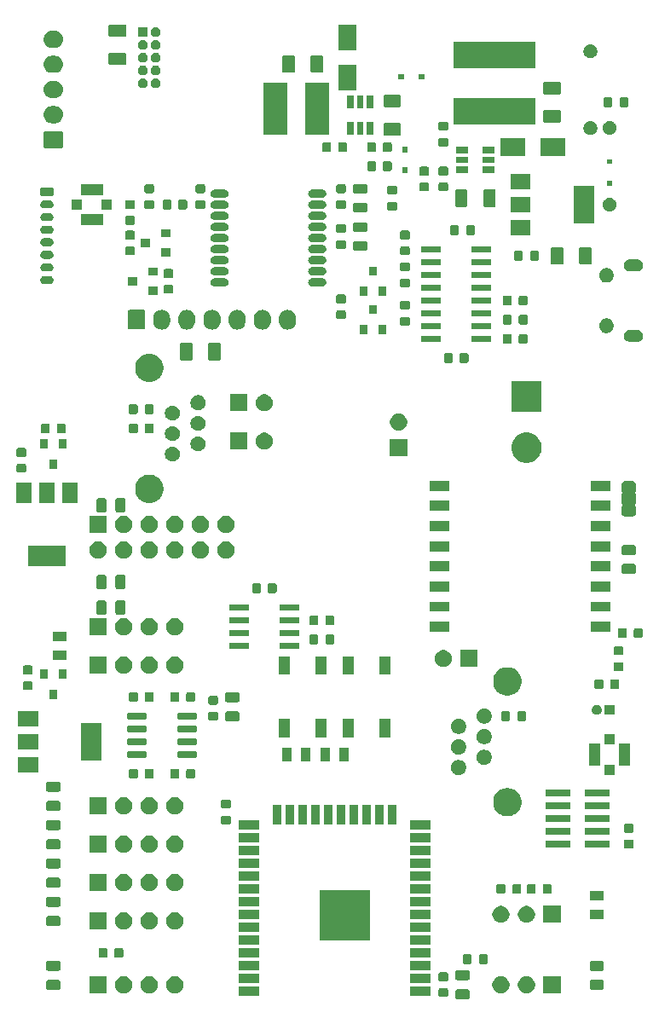
<source format=gbr>
G04 #@! TF.GenerationSoftware,KiCad,Pcbnew,(5.1.5)-3*
G04 #@! TF.CreationDate,2020-03-06T23:44:18+01:00*
G04 #@! TF.ProjectId,airMon,6169724d-6f6e-42e6-9b69-6361645f7063,0.3*
G04 #@! TF.SameCoordinates,Original*
G04 #@! TF.FileFunction,Soldermask,Top*
G04 #@! TF.FilePolarity,Negative*
%FSLAX46Y46*%
G04 Gerber Fmt 4.6, Leading zero omitted, Abs format (unit mm)*
G04 Created by KiCad (PCBNEW (5.1.5)-3) date 2020-03-06 23:44:18*
%MOMM*%
%LPD*%
G04 APERTURE LIST*
%ADD10C,0.100000*%
G04 APERTURE END LIST*
D10*
G36*
X64688991Y-117294075D02*
G01*
X64722879Y-117304355D01*
X64754112Y-117321050D01*
X64781486Y-117343514D01*
X64803950Y-117370888D01*
X64820645Y-117402121D01*
X64830925Y-117436009D01*
X64835000Y-117477388D01*
X64835000Y-118077612D01*
X64830925Y-118118991D01*
X64820645Y-118152879D01*
X64803950Y-118184112D01*
X64781486Y-118211486D01*
X64754112Y-118233950D01*
X64722879Y-118250645D01*
X64688991Y-118260925D01*
X64647612Y-118265000D01*
X63622388Y-118265000D01*
X63581009Y-118260925D01*
X63547121Y-118250645D01*
X63515888Y-118233950D01*
X63488514Y-118211486D01*
X63466050Y-118184112D01*
X63449355Y-118152879D01*
X63439075Y-118118991D01*
X63435000Y-118077612D01*
X63435000Y-117477388D01*
X63439075Y-117436009D01*
X63449355Y-117402121D01*
X63466050Y-117370888D01*
X63488514Y-117343514D01*
X63515888Y-117321050D01*
X63547121Y-117304355D01*
X63581009Y-117294075D01*
X63622388Y-117290000D01*
X64647612Y-117290000D01*
X64688991Y-117294075D01*
G37*
G36*
X62579116Y-117193595D02*
G01*
X62608311Y-117202452D01*
X62635223Y-117216837D01*
X62658808Y-117236192D01*
X62678163Y-117259777D01*
X62692548Y-117286689D01*
X62701405Y-117315884D01*
X62705000Y-117352390D01*
X62705000Y-117902610D01*
X62701405Y-117939116D01*
X62692548Y-117968311D01*
X62678163Y-117995223D01*
X62658808Y-118018808D01*
X62635223Y-118038163D01*
X62608311Y-118052548D01*
X62579116Y-118061405D01*
X62542610Y-118065000D01*
X61917390Y-118065000D01*
X61880884Y-118061405D01*
X61851689Y-118052548D01*
X61824777Y-118038163D01*
X61801192Y-118018808D01*
X61781837Y-117995223D01*
X61767452Y-117968311D01*
X61758595Y-117939116D01*
X61755000Y-117902610D01*
X61755000Y-117352390D01*
X61758595Y-117315884D01*
X61767452Y-117286689D01*
X61781837Y-117259777D01*
X61801192Y-117236192D01*
X61824777Y-117216837D01*
X61851689Y-117202452D01*
X61880884Y-117193595D01*
X61917390Y-117190000D01*
X62542610Y-117190000D01*
X62579116Y-117193595D01*
G37*
G36*
X60935000Y-117925000D02*
G01*
X58935000Y-117925000D01*
X58935000Y-117025000D01*
X60935000Y-117025000D01*
X60935000Y-117925000D01*
G37*
G36*
X43935000Y-117925000D02*
G01*
X41935000Y-117925000D01*
X41935000Y-117025000D01*
X43935000Y-117025000D01*
X43935000Y-117925000D01*
G37*
G36*
X35807935Y-116022664D02*
G01*
X35962624Y-116086739D01*
X35962626Y-116086740D01*
X36101844Y-116179762D01*
X36220238Y-116298156D01*
X36313260Y-116437374D01*
X36313261Y-116437376D01*
X36377336Y-116592065D01*
X36410000Y-116756281D01*
X36410000Y-116923719D01*
X36377336Y-117087935D01*
X36324546Y-117215379D01*
X36313260Y-117242626D01*
X36220238Y-117381844D01*
X36101844Y-117500238D01*
X35962626Y-117593260D01*
X35962625Y-117593261D01*
X35962624Y-117593261D01*
X35807935Y-117657336D01*
X35643719Y-117690000D01*
X35476281Y-117690000D01*
X35312065Y-117657336D01*
X35157376Y-117593261D01*
X35157375Y-117593261D01*
X35157374Y-117593260D01*
X35018156Y-117500238D01*
X34899762Y-117381844D01*
X34806740Y-117242626D01*
X34795454Y-117215379D01*
X34742664Y-117087935D01*
X34710000Y-116923719D01*
X34710000Y-116756281D01*
X34742664Y-116592065D01*
X34806739Y-116437376D01*
X34806740Y-116437374D01*
X34899762Y-116298156D01*
X35018156Y-116179762D01*
X35157374Y-116086740D01*
X35157376Y-116086739D01*
X35312065Y-116022664D01*
X35476281Y-115990000D01*
X35643719Y-115990000D01*
X35807935Y-116022664D01*
G37*
G36*
X70732935Y-116022664D02*
G01*
X70887624Y-116086739D01*
X70887626Y-116086740D01*
X71026844Y-116179762D01*
X71145238Y-116298156D01*
X71238260Y-116437374D01*
X71238261Y-116437376D01*
X71302336Y-116592065D01*
X71335000Y-116756281D01*
X71335000Y-116923719D01*
X71302336Y-117087935D01*
X71249546Y-117215379D01*
X71238260Y-117242626D01*
X71145238Y-117381844D01*
X71026844Y-117500238D01*
X70887626Y-117593260D01*
X70887625Y-117593261D01*
X70887624Y-117593261D01*
X70732935Y-117657336D01*
X70568719Y-117690000D01*
X70401281Y-117690000D01*
X70237065Y-117657336D01*
X70082376Y-117593261D01*
X70082375Y-117593261D01*
X70082374Y-117593260D01*
X69943156Y-117500238D01*
X69824762Y-117381844D01*
X69731740Y-117242626D01*
X69720454Y-117215379D01*
X69667664Y-117087935D01*
X69635000Y-116923719D01*
X69635000Y-116756281D01*
X69667664Y-116592065D01*
X69731739Y-116437376D01*
X69731740Y-116437374D01*
X69824762Y-116298156D01*
X69943156Y-116179762D01*
X70082374Y-116086740D01*
X70082376Y-116086739D01*
X70237065Y-116022664D01*
X70401281Y-115990000D01*
X70568719Y-115990000D01*
X70732935Y-116022664D01*
G37*
G36*
X73875000Y-117690000D02*
G01*
X72175000Y-117690000D01*
X72175000Y-115990000D01*
X73875000Y-115990000D01*
X73875000Y-117690000D01*
G37*
G36*
X68192935Y-116022664D02*
G01*
X68347624Y-116086739D01*
X68347626Y-116086740D01*
X68486844Y-116179762D01*
X68605238Y-116298156D01*
X68698260Y-116437374D01*
X68698261Y-116437376D01*
X68762336Y-116592065D01*
X68795000Y-116756281D01*
X68795000Y-116923719D01*
X68762336Y-117087935D01*
X68709546Y-117215379D01*
X68698260Y-117242626D01*
X68605238Y-117381844D01*
X68486844Y-117500238D01*
X68347626Y-117593260D01*
X68347625Y-117593261D01*
X68347624Y-117593261D01*
X68192935Y-117657336D01*
X68028719Y-117690000D01*
X67861281Y-117690000D01*
X67697065Y-117657336D01*
X67542376Y-117593261D01*
X67542375Y-117593261D01*
X67542374Y-117593260D01*
X67403156Y-117500238D01*
X67284762Y-117381844D01*
X67191740Y-117242626D01*
X67180454Y-117215379D01*
X67127664Y-117087935D01*
X67095000Y-116923719D01*
X67095000Y-116756281D01*
X67127664Y-116592065D01*
X67191739Y-116437376D01*
X67191740Y-116437374D01*
X67284762Y-116298156D01*
X67403156Y-116179762D01*
X67542374Y-116086740D01*
X67542376Y-116086739D01*
X67697065Y-116022664D01*
X67861281Y-115990000D01*
X68028719Y-115990000D01*
X68192935Y-116022664D01*
G37*
G36*
X30727935Y-116022664D02*
G01*
X30882624Y-116086739D01*
X30882626Y-116086740D01*
X31021844Y-116179762D01*
X31140238Y-116298156D01*
X31233260Y-116437374D01*
X31233261Y-116437376D01*
X31297336Y-116592065D01*
X31330000Y-116756281D01*
X31330000Y-116923719D01*
X31297336Y-117087935D01*
X31244546Y-117215379D01*
X31233260Y-117242626D01*
X31140238Y-117381844D01*
X31021844Y-117500238D01*
X30882626Y-117593260D01*
X30882625Y-117593261D01*
X30882624Y-117593261D01*
X30727935Y-117657336D01*
X30563719Y-117690000D01*
X30396281Y-117690000D01*
X30232065Y-117657336D01*
X30077376Y-117593261D01*
X30077375Y-117593261D01*
X30077374Y-117593260D01*
X29938156Y-117500238D01*
X29819762Y-117381844D01*
X29726740Y-117242626D01*
X29715454Y-117215379D01*
X29662664Y-117087935D01*
X29630000Y-116923719D01*
X29630000Y-116756281D01*
X29662664Y-116592065D01*
X29726739Y-116437376D01*
X29726740Y-116437374D01*
X29819762Y-116298156D01*
X29938156Y-116179762D01*
X30077374Y-116086740D01*
X30077376Y-116086739D01*
X30232065Y-116022664D01*
X30396281Y-115990000D01*
X30563719Y-115990000D01*
X30727935Y-116022664D01*
G37*
G36*
X28790000Y-117690000D02*
G01*
X27090000Y-117690000D01*
X27090000Y-115990000D01*
X28790000Y-115990000D01*
X28790000Y-117690000D01*
G37*
G36*
X33267935Y-116022664D02*
G01*
X33422624Y-116086739D01*
X33422626Y-116086740D01*
X33561844Y-116179762D01*
X33680238Y-116298156D01*
X33773260Y-116437374D01*
X33773261Y-116437376D01*
X33837336Y-116592065D01*
X33870000Y-116756281D01*
X33870000Y-116923719D01*
X33837336Y-117087935D01*
X33784546Y-117215379D01*
X33773260Y-117242626D01*
X33680238Y-117381844D01*
X33561844Y-117500238D01*
X33422626Y-117593260D01*
X33422625Y-117593261D01*
X33422624Y-117593261D01*
X33267935Y-117657336D01*
X33103719Y-117690000D01*
X32936281Y-117690000D01*
X32772065Y-117657336D01*
X32617376Y-117593261D01*
X32617375Y-117593261D01*
X32617374Y-117593260D01*
X32478156Y-117500238D01*
X32359762Y-117381844D01*
X32266740Y-117242626D01*
X32255454Y-117215379D01*
X32202664Y-117087935D01*
X32170000Y-116923719D01*
X32170000Y-116756281D01*
X32202664Y-116592065D01*
X32266739Y-116437376D01*
X32266740Y-116437374D01*
X32359762Y-116298156D01*
X32478156Y-116179762D01*
X32617374Y-116086740D01*
X32617376Y-116086739D01*
X32772065Y-116022664D01*
X32936281Y-115990000D01*
X33103719Y-115990000D01*
X33267935Y-116022664D01*
G37*
G36*
X78023991Y-116356575D02*
G01*
X78057879Y-116366855D01*
X78089112Y-116383550D01*
X78116486Y-116406014D01*
X78138950Y-116433388D01*
X78155645Y-116464621D01*
X78165925Y-116498509D01*
X78170000Y-116539888D01*
X78170000Y-117140112D01*
X78165925Y-117181491D01*
X78155645Y-117215379D01*
X78138950Y-117246612D01*
X78116486Y-117273986D01*
X78089112Y-117296450D01*
X78057879Y-117313145D01*
X78023991Y-117323425D01*
X77982612Y-117327500D01*
X76957388Y-117327500D01*
X76916009Y-117323425D01*
X76882121Y-117313145D01*
X76850888Y-117296450D01*
X76823514Y-117273986D01*
X76801050Y-117246612D01*
X76784355Y-117215379D01*
X76774075Y-117181491D01*
X76770000Y-117140112D01*
X76770000Y-116539888D01*
X76774075Y-116498509D01*
X76784355Y-116464621D01*
X76801050Y-116433388D01*
X76823514Y-116406014D01*
X76850888Y-116383550D01*
X76882121Y-116366855D01*
X76916009Y-116356575D01*
X76957388Y-116352500D01*
X77982612Y-116352500D01*
X78023991Y-116356575D01*
G37*
G36*
X24048991Y-116356575D02*
G01*
X24082879Y-116366855D01*
X24114112Y-116383550D01*
X24141486Y-116406014D01*
X24163950Y-116433388D01*
X24180645Y-116464621D01*
X24190925Y-116498509D01*
X24195000Y-116539888D01*
X24195000Y-117140112D01*
X24190925Y-117181491D01*
X24180645Y-117215379D01*
X24163950Y-117246612D01*
X24141486Y-117273986D01*
X24114112Y-117296450D01*
X24082879Y-117313145D01*
X24048991Y-117323425D01*
X24007612Y-117327500D01*
X22982388Y-117327500D01*
X22941009Y-117323425D01*
X22907121Y-117313145D01*
X22875888Y-117296450D01*
X22848514Y-117273986D01*
X22826050Y-117246612D01*
X22809355Y-117215379D01*
X22799075Y-117181491D01*
X22795000Y-117140112D01*
X22795000Y-116539888D01*
X22799075Y-116498509D01*
X22809355Y-116464621D01*
X22826050Y-116433388D01*
X22848514Y-116406014D01*
X22875888Y-116383550D01*
X22907121Y-116366855D01*
X22941009Y-116356575D01*
X22982388Y-116352500D01*
X24007612Y-116352500D01*
X24048991Y-116356575D01*
G37*
G36*
X43935000Y-116655000D02*
G01*
X41935000Y-116655000D01*
X41935000Y-115755000D01*
X43935000Y-115755000D01*
X43935000Y-116655000D01*
G37*
G36*
X60935000Y-116655000D02*
G01*
X58935000Y-116655000D01*
X58935000Y-115755000D01*
X60935000Y-115755000D01*
X60935000Y-116655000D01*
G37*
G36*
X62579116Y-115618595D02*
G01*
X62608311Y-115627452D01*
X62635223Y-115641837D01*
X62658808Y-115661192D01*
X62678163Y-115684777D01*
X62692548Y-115711689D01*
X62701405Y-115740884D01*
X62705000Y-115777390D01*
X62705000Y-116327610D01*
X62701405Y-116364116D01*
X62692548Y-116393311D01*
X62678163Y-116420223D01*
X62658808Y-116443808D01*
X62635223Y-116463163D01*
X62608311Y-116477548D01*
X62579116Y-116486405D01*
X62542610Y-116490000D01*
X61917390Y-116490000D01*
X61880884Y-116486405D01*
X61851689Y-116477548D01*
X61824777Y-116463163D01*
X61801192Y-116443808D01*
X61781837Y-116420223D01*
X61767452Y-116393311D01*
X61758595Y-116364116D01*
X61755000Y-116327610D01*
X61755000Y-115777390D01*
X61758595Y-115740884D01*
X61767452Y-115711689D01*
X61781837Y-115684777D01*
X61801192Y-115661192D01*
X61824777Y-115641837D01*
X61851689Y-115627452D01*
X61880884Y-115618595D01*
X61917390Y-115615000D01*
X62542610Y-115615000D01*
X62579116Y-115618595D01*
G37*
G36*
X64688991Y-115419075D02*
G01*
X64722879Y-115429355D01*
X64754112Y-115446050D01*
X64781486Y-115468514D01*
X64803950Y-115495888D01*
X64820645Y-115527121D01*
X64830925Y-115561009D01*
X64835000Y-115602388D01*
X64835000Y-116202612D01*
X64830925Y-116243991D01*
X64820645Y-116277879D01*
X64803950Y-116309112D01*
X64781486Y-116336486D01*
X64754112Y-116358950D01*
X64722879Y-116375645D01*
X64688991Y-116385925D01*
X64647612Y-116390000D01*
X63622388Y-116390000D01*
X63581009Y-116385925D01*
X63547121Y-116375645D01*
X63515888Y-116358950D01*
X63488514Y-116336486D01*
X63466050Y-116309112D01*
X63449355Y-116277879D01*
X63439075Y-116243991D01*
X63435000Y-116202612D01*
X63435000Y-115602388D01*
X63439075Y-115561009D01*
X63449355Y-115527121D01*
X63466050Y-115495888D01*
X63488514Y-115468514D01*
X63515888Y-115446050D01*
X63547121Y-115429355D01*
X63581009Y-115419075D01*
X63622388Y-115415000D01*
X64647612Y-115415000D01*
X64688991Y-115419075D01*
G37*
G36*
X24048991Y-114481575D02*
G01*
X24082879Y-114491855D01*
X24114112Y-114508550D01*
X24141486Y-114531014D01*
X24163950Y-114558388D01*
X24180645Y-114589621D01*
X24190925Y-114623509D01*
X24195000Y-114664888D01*
X24195000Y-115265112D01*
X24190925Y-115306491D01*
X24180645Y-115340379D01*
X24163950Y-115371612D01*
X24141486Y-115398986D01*
X24114112Y-115421450D01*
X24082879Y-115438145D01*
X24048991Y-115448425D01*
X24007612Y-115452500D01*
X22982388Y-115452500D01*
X22941009Y-115448425D01*
X22907121Y-115438145D01*
X22875888Y-115421450D01*
X22848514Y-115398986D01*
X22826050Y-115371612D01*
X22809355Y-115340379D01*
X22799075Y-115306491D01*
X22795000Y-115265112D01*
X22795000Y-114664888D01*
X22799075Y-114623509D01*
X22809355Y-114589621D01*
X22826050Y-114558388D01*
X22848514Y-114531014D01*
X22875888Y-114508550D01*
X22907121Y-114491855D01*
X22941009Y-114481575D01*
X22982388Y-114477500D01*
X24007612Y-114477500D01*
X24048991Y-114481575D01*
G37*
G36*
X78023991Y-114481575D02*
G01*
X78057879Y-114491855D01*
X78089112Y-114508550D01*
X78116486Y-114531014D01*
X78138950Y-114558388D01*
X78155645Y-114589621D01*
X78165925Y-114623509D01*
X78170000Y-114664888D01*
X78170000Y-115265112D01*
X78165925Y-115306491D01*
X78155645Y-115340379D01*
X78138950Y-115371612D01*
X78116486Y-115398986D01*
X78089112Y-115421450D01*
X78057879Y-115438145D01*
X78023991Y-115448425D01*
X77982612Y-115452500D01*
X76957388Y-115452500D01*
X76916009Y-115448425D01*
X76882121Y-115438145D01*
X76850888Y-115421450D01*
X76823514Y-115398986D01*
X76801050Y-115371612D01*
X76784355Y-115340379D01*
X76774075Y-115306491D01*
X76770000Y-115265112D01*
X76770000Y-114664888D01*
X76774075Y-114623509D01*
X76784355Y-114589621D01*
X76801050Y-114558388D01*
X76823514Y-114531014D01*
X76850888Y-114508550D01*
X76882121Y-114491855D01*
X76916009Y-114481575D01*
X76957388Y-114477500D01*
X77982612Y-114477500D01*
X78023991Y-114481575D01*
G37*
G36*
X43935000Y-115385000D02*
G01*
X41935000Y-115385000D01*
X41935000Y-114485000D01*
X43935000Y-114485000D01*
X43935000Y-115385000D01*
G37*
G36*
X60935000Y-115385000D02*
G01*
X58935000Y-115385000D01*
X58935000Y-114485000D01*
X60935000Y-114485000D01*
X60935000Y-115385000D01*
G37*
G36*
X66504116Y-113828595D02*
G01*
X66533311Y-113837452D01*
X66560223Y-113851837D01*
X66583808Y-113871192D01*
X66603163Y-113894777D01*
X66617548Y-113921689D01*
X66626405Y-113950884D01*
X66630000Y-113987390D01*
X66630000Y-114612610D01*
X66626405Y-114649116D01*
X66617548Y-114678311D01*
X66603163Y-114705223D01*
X66583808Y-114728808D01*
X66560223Y-114748163D01*
X66533311Y-114762548D01*
X66504116Y-114771405D01*
X66467610Y-114775000D01*
X65917390Y-114775000D01*
X65880884Y-114771405D01*
X65851689Y-114762548D01*
X65824777Y-114748163D01*
X65801192Y-114728808D01*
X65781837Y-114705223D01*
X65767452Y-114678311D01*
X65758595Y-114649116D01*
X65755000Y-114612610D01*
X65755000Y-113987390D01*
X65758595Y-113950884D01*
X65767452Y-113921689D01*
X65781837Y-113894777D01*
X65801192Y-113871192D01*
X65824777Y-113851837D01*
X65851689Y-113837452D01*
X65880884Y-113828595D01*
X65917390Y-113825000D01*
X66467610Y-113825000D01*
X66504116Y-113828595D01*
G37*
G36*
X64929116Y-113828595D02*
G01*
X64958311Y-113837452D01*
X64985223Y-113851837D01*
X65008808Y-113871192D01*
X65028163Y-113894777D01*
X65042548Y-113921689D01*
X65051405Y-113950884D01*
X65055000Y-113987390D01*
X65055000Y-114612610D01*
X65051405Y-114649116D01*
X65042548Y-114678311D01*
X65028163Y-114705223D01*
X65008808Y-114728808D01*
X64985223Y-114748163D01*
X64958311Y-114762548D01*
X64929116Y-114771405D01*
X64892610Y-114775000D01*
X64342390Y-114775000D01*
X64305884Y-114771405D01*
X64276689Y-114762548D01*
X64249777Y-114748163D01*
X64226192Y-114728808D01*
X64206837Y-114705223D01*
X64192452Y-114678311D01*
X64183595Y-114649116D01*
X64180000Y-114612610D01*
X64180000Y-113987390D01*
X64183595Y-113950884D01*
X64192452Y-113921689D01*
X64206837Y-113894777D01*
X64226192Y-113871192D01*
X64249777Y-113851837D01*
X64276689Y-113837452D01*
X64305884Y-113828595D01*
X64342390Y-113825000D01*
X64892610Y-113825000D01*
X64929116Y-113828595D01*
G37*
G36*
X28734116Y-113193595D02*
G01*
X28763311Y-113202452D01*
X28790223Y-113216837D01*
X28813808Y-113236192D01*
X28833163Y-113259777D01*
X28847548Y-113286689D01*
X28856405Y-113315884D01*
X28860000Y-113352390D01*
X28860000Y-113977610D01*
X28856405Y-114014116D01*
X28847548Y-114043311D01*
X28833163Y-114070223D01*
X28813808Y-114093808D01*
X28790223Y-114113163D01*
X28763311Y-114127548D01*
X28734116Y-114136405D01*
X28697610Y-114140000D01*
X28147390Y-114140000D01*
X28110884Y-114136405D01*
X28081689Y-114127548D01*
X28054777Y-114113163D01*
X28031192Y-114093808D01*
X28011837Y-114070223D01*
X27997452Y-114043311D01*
X27988595Y-114014116D01*
X27985000Y-113977610D01*
X27985000Y-113352390D01*
X27988595Y-113315884D01*
X27997452Y-113286689D01*
X28011837Y-113259777D01*
X28031192Y-113236192D01*
X28054777Y-113216837D01*
X28081689Y-113202452D01*
X28110884Y-113193595D01*
X28147390Y-113190000D01*
X28697610Y-113190000D01*
X28734116Y-113193595D01*
G37*
G36*
X30309116Y-113193595D02*
G01*
X30338311Y-113202452D01*
X30365223Y-113216837D01*
X30388808Y-113236192D01*
X30408163Y-113259777D01*
X30422548Y-113286689D01*
X30431405Y-113315884D01*
X30435000Y-113352390D01*
X30435000Y-113977610D01*
X30431405Y-114014116D01*
X30422548Y-114043311D01*
X30408163Y-114070223D01*
X30388808Y-114093808D01*
X30365223Y-114113163D01*
X30338311Y-114127548D01*
X30309116Y-114136405D01*
X30272610Y-114140000D01*
X29722390Y-114140000D01*
X29685884Y-114136405D01*
X29656689Y-114127548D01*
X29629777Y-114113163D01*
X29606192Y-114093808D01*
X29586837Y-114070223D01*
X29572452Y-114043311D01*
X29563595Y-114014116D01*
X29560000Y-113977610D01*
X29560000Y-113352390D01*
X29563595Y-113315884D01*
X29572452Y-113286689D01*
X29586837Y-113259777D01*
X29606192Y-113236192D01*
X29629777Y-113216837D01*
X29656689Y-113202452D01*
X29685884Y-113193595D01*
X29722390Y-113190000D01*
X30272610Y-113190000D01*
X30309116Y-113193595D01*
G37*
G36*
X60935000Y-114115000D02*
G01*
X58935000Y-114115000D01*
X58935000Y-113215000D01*
X60935000Y-113215000D01*
X60935000Y-114115000D01*
G37*
G36*
X43935000Y-114115000D02*
G01*
X41935000Y-114115000D01*
X41935000Y-113215000D01*
X43935000Y-113215000D01*
X43935000Y-114115000D01*
G37*
G36*
X60935000Y-112845000D02*
G01*
X58935000Y-112845000D01*
X58935000Y-111945000D01*
X60935000Y-111945000D01*
X60935000Y-112845000D01*
G37*
G36*
X43935000Y-112845000D02*
G01*
X41935000Y-112845000D01*
X41935000Y-111945000D01*
X43935000Y-111945000D01*
X43935000Y-112845000D01*
G37*
G36*
X54935000Y-112475000D02*
G01*
X49935000Y-112475000D01*
X49935000Y-107475000D01*
X54935000Y-107475000D01*
X54935000Y-112475000D01*
G37*
G36*
X60935000Y-111575000D02*
G01*
X58935000Y-111575000D01*
X58935000Y-110675000D01*
X60935000Y-110675000D01*
X60935000Y-111575000D01*
G37*
G36*
X43935000Y-111575000D02*
G01*
X41935000Y-111575000D01*
X41935000Y-110675000D01*
X43935000Y-110675000D01*
X43935000Y-111575000D01*
G37*
G36*
X28790000Y-111340000D02*
G01*
X27090000Y-111340000D01*
X27090000Y-109640000D01*
X28790000Y-109640000D01*
X28790000Y-111340000D01*
G37*
G36*
X35807935Y-109672664D02*
G01*
X35962624Y-109736739D01*
X35962626Y-109736740D01*
X36101844Y-109829762D01*
X36220238Y-109948156D01*
X36313260Y-110087374D01*
X36313261Y-110087376D01*
X36377336Y-110242065D01*
X36410000Y-110406281D01*
X36410000Y-110573719D01*
X36377336Y-110737935D01*
X36338583Y-110831491D01*
X36313260Y-110892626D01*
X36220238Y-111031844D01*
X36101844Y-111150238D01*
X35962626Y-111243260D01*
X35962625Y-111243261D01*
X35962624Y-111243261D01*
X35807935Y-111307336D01*
X35643719Y-111340000D01*
X35476281Y-111340000D01*
X35312065Y-111307336D01*
X35157376Y-111243261D01*
X35157375Y-111243261D01*
X35157374Y-111243260D01*
X35018156Y-111150238D01*
X34899762Y-111031844D01*
X34806740Y-110892626D01*
X34781417Y-110831491D01*
X34742664Y-110737935D01*
X34710000Y-110573719D01*
X34710000Y-110406281D01*
X34742664Y-110242065D01*
X34806739Y-110087376D01*
X34806740Y-110087374D01*
X34899762Y-109948156D01*
X35018156Y-109829762D01*
X35157374Y-109736740D01*
X35157376Y-109736739D01*
X35312065Y-109672664D01*
X35476281Y-109640000D01*
X35643719Y-109640000D01*
X35807935Y-109672664D01*
G37*
G36*
X30727935Y-109672664D02*
G01*
X30882624Y-109736739D01*
X30882626Y-109736740D01*
X31021844Y-109829762D01*
X31140238Y-109948156D01*
X31233260Y-110087374D01*
X31233261Y-110087376D01*
X31297336Y-110242065D01*
X31330000Y-110406281D01*
X31330000Y-110573719D01*
X31297336Y-110737935D01*
X31258583Y-110831491D01*
X31233260Y-110892626D01*
X31140238Y-111031844D01*
X31021844Y-111150238D01*
X30882626Y-111243260D01*
X30882625Y-111243261D01*
X30882624Y-111243261D01*
X30727935Y-111307336D01*
X30563719Y-111340000D01*
X30396281Y-111340000D01*
X30232065Y-111307336D01*
X30077376Y-111243261D01*
X30077375Y-111243261D01*
X30077374Y-111243260D01*
X29938156Y-111150238D01*
X29819762Y-111031844D01*
X29726740Y-110892626D01*
X29701417Y-110831491D01*
X29662664Y-110737935D01*
X29630000Y-110573719D01*
X29630000Y-110406281D01*
X29662664Y-110242065D01*
X29726739Y-110087376D01*
X29726740Y-110087374D01*
X29819762Y-109948156D01*
X29938156Y-109829762D01*
X30077374Y-109736740D01*
X30077376Y-109736739D01*
X30232065Y-109672664D01*
X30396281Y-109640000D01*
X30563719Y-109640000D01*
X30727935Y-109672664D01*
G37*
G36*
X33267935Y-109672664D02*
G01*
X33422624Y-109736739D01*
X33422626Y-109736740D01*
X33561844Y-109829762D01*
X33680238Y-109948156D01*
X33773260Y-110087374D01*
X33773261Y-110087376D01*
X33837336Y-110242065D01*
X33870000Y-110406281D01*
X33870000Y-110573719D01*
X33837336Y-110737935D01*
X33798583Y-110831491D01*
X33773260Y-110892626D01*
X33680238Y-111031844D01*
X33561844Y-111150238D01*
X33422626Y-111243260D01*
X33422625Y-111243261D01*
X33422624Y-111243261D01*
X33267935Y-111307336D01*
X33103719Y-111340000D01*
X32936281Y-111340000D01*
X32772065Y-111307336D01*
X32617376Y-111243261D01*
X32617375Y-111243261D01*
X32617374Y-111243260D01*
X32478156Y-111150238D01*
X32359762Y-111031844D01*
X32266740Y-110892626D01*
X32241417Y-110831491D01*
X32202664Y-110737935D01*
X32170000Y-110573719D01*
X32170000Y-110406281D01*
X32202664Y-110242065D01*
X32266739Y-110087376D01*
X32266740Y-110087374D01*
X32359762Y-109948156D01*
X32478156Y-109829762D01*
X32617374Y-109736740D01*
X32617376Y-109736739D01*
X32772065Y-109672664D01*
X32936281Y-109640000D01*
X33103719Y-109640000D01*
X33267935Y-109672664D01*
G37*
G36*
X24048991Y-110006575D02*
G01*
X24082879Y-110016855D01*
X24114112Y-110033550D01*
X24141486Y-110056014D01*
X24163950Y-110083388D01*
X24180645Y-110114621D01*
X24190925Y-110148509D01*
X24195000Y-110189888D01*
X24195000Y-110790112D01*
X24190925Y-110831491D01*
X24180645Y-110865379D01*
X24163950Y-110896612D01*
X24141486Y-110923986D01*
X24114112Y-110946450D01*
X24082879Y-110963145D01*
X24048991Y-110973425D01*
X24007612Y-110977500D01*
X22982388Y-110977500D01*
X22941009Y-110973425D01*
X22907121Y-110963145D01*
X22875888Y-110946450D01*
X22848514Y-110923986D01*
X22826050Y-110896612D01*
X22809355Y-110865379D01*
X22799075Y-110831491D01*
X22795000Y-110790112D01*
X22795000Y-110189888D01*
X22799075Y-110148509D01*
X22809355Y-110114621D01*
X22826050Y-110083388D01*
X22848514Y-110056014D01*
X22875888Y-110033550D01*
X22907121Y-110016855D01*
X22941009Y-110006575D01*
X22982388Y-110002500D01*
X24007612Y-110002500D01*
X24048991Y-110006575D01*
G37*
G36*
X70732935Y-109037664D02*
G01*
X70878153Y-109097816D01*
X70887626Y-109101740D01*
X71026844Y-109194762D01*
X71145238Y-109313156D01*
X71238260Y-109452374D01*
X71238261Y-109452376D01*
X71302336Y-109607065D01*
X71335000Y-109771281D01*
X71335000Y-109938719D01*
X71302336Y-110102935D01*
X71249546Y-110230379D01*
X71238260Y-110257626D01*
X71145238Y-110396844D01*
X71026844Y-110515238D01*
X70887626Y-110608260D01*
X70887625Y-110608261D01*
X70887624Y-110608261D01*
X70732935Y-110672336D01*
X70568719Y-110705000D01*
X70401281Y-110705000D01*
X70237065Y-110672336D01*
X70082376Y-110608261D01*
X70082375Y-110608261D01*
X70082374Y-110608260D01*
X69943156Y-110515238D01*
X69824762Y-110396844D01*
X69731740Y-110257626D01*
X69720454Y-110230379D01*
X69667664Y-110102935D01*
X69635000Y-109938719D01*
X69635000Y-109771281D01*
X69667664Y-109607065D01*
X69731739Y-109452376D01*
X69731740Y-109452374D01*
X69824762Y-109313156D01*
X69943156Y-109194762D01*
X70082374Y-109101740D01*
X70091847Y-109097816D01*
X70237065Y-109037664D01*
X70401281Y-109005000D01*
X70568719Y-109005000D01*
X70732935Y-109037664D01*
G37*
G36*
X68192935Y-109037664D02*
G01*
X68338153Y-109097816D01*
X68347626Y-109101740D01*
X68486844Y-109194762D01*
X68605238Y-109313156D01*
X68698260Y-109452374D01*
X68698261Y-109452376D01*
X68762336Y-109607065D01*
X68795000Y-109771281D01*
X68795000Y-109938719D01*
X68762336Y-110102935D01*
X68709546Y-110230379D01*
X68698260Y-110257626D01*
X68605238Y-110396844D01*
X68486844Y-110515238D01*
X68347626Y-110608260D01*
X68347625Y-110608261D01*
X68347624Y-110608261D01*
X68192935Y-110672336D01*
X68028719Y-110705000D01*
X67861281Y-110705000D01*
X67697065Y-110672336D01*
X67542376Y-110608261D01*
X67542375Y-110608261D01*
X67542374Y-110608260D01*
X67403156Y-110515238D01*
X67284762Y-110396844D01*
X67191740Y-110257626D01*
X67180454Y-110230379D01*
X67127664Y-110102935D01*
X67095000Y-109938719D01*
X67095000Y-109771281D01*
X67127664Y-109607065D01*
X67191739Y-109452376D01*
X67191740Y-109452374D01*
X67284762Y-109313156D01*
X67403156Y-109194762D01*
X67542374Y-109101740D01*
X67551847Y-109097816D01*
X67697065Y-109037664D01*
X67861281Y-109005000D01*
X68028719Y-109005000D01*
X68192935Y-109037664D01*
G37*
G36*
X73875000Y-110705000D02*
G01*
X72175000Y-110705000D01*
X72175000Y-109005000D01*
X73875000Y-109005000D01*
X73875000Y-110705000D01*
G37*
G36*
X78023991Y-109371575D02*
G01*
X78057879Y-109381855D01*
X78089112Y-109398550D01*
X78116486Y-109421014D01*
X78138950Y-109448388D01*
X78155645Y-109479621D01*
X78165925Y-109513509D01*
X78170000Y-109554888D01*
X78170000Y-110155112D01*
X78165925Y-110196491D01*
X78155645Y-110230379D01*
X78138950Y-110261612D01*
X78116486Y-110288986D01*
X78089112Y-110311450D01*
X78057879Y-110328145D01*
X78023991Y-110338425D01*
X77982612Y-110342500D01*
X76957388Y-110342500D01*
X76916009Y-110338425D01*
X76882121Y-110328145D01*
X76850888Y-110311450D01*
X76823514Y-110288986D01*
X76801050Y-110261612D01*
X76784355Y-110230379D01*
X76774075Y-110196491D01*
X76770000Y-110155112D01*
X76770000Y-109554888D01*
X76774075Y-109513509D01*
X76784355Y-109479621D01*
X76801050Y-109448388D01*
X76823514Y-109421014D01*
X76850888Y-109398550D01*
X76882121Y-109381855D01*
X76916009Y-109371575D01*
X76957388Y-109367500D01*
X77982612Y-109367500D01*
X78023991Y-109371575D01*
G37*
G36*
X43935000Y-110305000D02*
G01*
X41935000Y-110305000D01*
X41935000Y-109405000D01*
X43935000Y-109405000D01*
X43935000Y-110305000D01*
G37*
G36*
X60935000Y-110305000D02*
G01*
X58935000Y-110305000D01*
X58935000Y-109405000D01*
X60935000Y-109405000D01*
X60935000Y-110305000D01*
G37*
G36*
X24048991Y-108131575D02*
G01*
X24082879Y-108141855D01*
X24114112Y-108158550D01*
X24141486Y-108181014D01*
X24163950Y-108208388D01*
X24180645Y-108239621D01*
X24190925Y-108273509D01*
X24195000Y-108314888D01*
X24195000Y-108915112D01*
X24190925Y-108956491D01*
X24180645Y-108990379D01*
X24163950Y-109021612D01*
X24141486Y-109048986D01*
X24114112Y-109071450D01*
X24082879Y-109088145D01*
X24048991Y-109098425D01*
X24007612Y-109102500D01*
X22982388Y-109102500D01*
X22941009Y-109098425D01*
X22907121Y-109088145D01*
X22875888Y-109071450D01*
X22848514Y-109048986D01*
X22826050Y-109021612D01*
X22809355Y-108990379D01*
X22799075Y-108956491D01*
X22795000Y-108915112D01*
X22795000Y-108314888D01*
X22799075Y-108273509D01*
X22809355Y-108239621D01*
X22826050Y-108208388D01*
X22848514Y-108181014D01*
X22875888Y-108158550D01*
X22907121Y-108141855D01*
X22941009Y-108131575D01*
X22982388Y-108127500D01*
X24007612Y-108127500D01*
X24048991Y-108131575D01*
G37*
G36*
X60935000Y-109035000D02*
G01*
X58935000Y-109035000D01*
X58935000Y-108135000D01*
X60935000Y-108135000D01*
X60935000Y-109035000D01*
G37*
G36*
X43935000Y-109035000D02*
G01*
X41935000Y-109035000D01*
X41935000Y-108135000D01*
X43935000Y-108135000D01*
X43935000Y-109035000D01*
G37*
G36*
X78023991Y-107496575D02*
G01*
X78057879Y-107506855D01*
X78089112Y-107523550D01*
X78116486Y-107546014D01*
X78138950Y-107573388D01*
X78155645Y-107604621D01*
X78165925Y-107638509D01*
X78170000Y-107679888D01*
X78170000Y-108280112D01*
X78165925Y-108321491D01*
X78155645Y-108355379D01*
X78138950Y-108386612D01*
X78116486Y-108413986D01*
X78089112Y-108436450D01*
X78057879Y-108453145D01*
X78023991Y-108463425D01*
X77982612Y-108467500D01*
X76957388Y-108467500D01*
X76916009Y-108463425D01*
X76882121Y-108453145D01*
X76850888Y-108436450D01*
X76823514Y-108413986D01*
X76801050Y-108386612D01*
X76784355Y-108355379D01*
X76774075Y-108321491D01*
X76770000Y-108280112D01*
X76770000Y-107679888D01*
X76774075Y-107638509D01*
X76784355Y-107604621D01*
X76801050Y-107573388D01*
X76823514Y-107546014D01*
X76850888Y-107523550D01*
X76882121Y-107506855D01*
X76916009Y-107496575D01*
X76957388Y-107492500D01*
X77982612Y-107492500D01*
X78023991Y-107496575D01*
G37*
G36*
X68256616Y-106843595D02*
G01*
X68285811Y-106852452D01*
X68312723Y-106866837D01*
X68336308Y-106886192D01*
X68355663Y-106909777D01*
X68370048Y-106936689D01*
X68378905Y-106965884D01*
X68382500Y-107002390D01*
X68382500Y-107627610D01*
X68378905Y-107664116D01*
X68370048Y-107693311D01*
X68355663Y-107720223D01*
X68336308Y-107743808D01*
X68312723Y-107763163D01*
X68285811Y-107777548D01*
X68256616Y-107786405D01*
X68220110Y-107790000D01*
X67669890Y-107790000D01*
X67633384Y-107786405D01*
X67604189Y-107777548D01*
X67577277Y-107763163D01*
X67553692Y-107743808D01*
X67534337Y-107720223D01*
X67519952Y-107693311D01*
X67511095Y-107664116D01*
X67507500Y-107627610D01*
X67507500Y-107002390D01*
X67511095Y-106965884D01*
X67519952Y-106936689D01*
X67534337Y-106909777D01*
X67553692Y-106886192D01*
X67577277Y-106866837D01*
X67604189Y-106852452D01*
X67633384Y-106843595D01*
X67669890Y-106840000D01*
X68220110Y-106840000D01*
X68256616Y-106843595D01*
G37*
G36*
X71279116Y-106843595D02*
G01*
X71308311Y-106852452D01*
X71335223Y-106866837D01*
X71358808Y-106886192D01*
X71378163Y-106909777D01*
X71392548Y-106936689D01*
X71401405Y-106965884D01*
X71405000Y-107002390D01*
X71405000Y-107627610D01*
X71401405Y-107664116D01*
X71392548Y-107693311D01*
X71378163Y-107720223D01*
X71358808Y-107743808D01*
X71335223Y-107763163D01*
X71308311Y-107777548D01*
X71279116Y-107786405D01*
X71242610Y-107790000D01*
X70692390Y-107790000D01*
X70655884Y-107786405D01*
X70626689Y-107777548D01*
X70599777Y-107763163D01*
X70576192Y-107743808D01*
X70556837Y-107720223D01*
X70542452Y-107693311D01*
X70533595Y-107664116D01*
X70530000Y-107627610D01*
X70530000Y-107002390D01*
X70533595Y-106965884D01*
X70542452Y-106936689D01*
X70556837Y-106909777D01*
X70576192Y-106886192D01*
X70599777Y-106866837D01*
X70626689Y-106852452D01*
X70655884Y-106843595D01*
X70692390Y-106840000D01*
X71242610Y-106840000D01*
X71279116Y-106843595D01*
G37*
G36*
X72854116Y-106843595D02*
G01*
X72883311Y-106852452D01*
X72910223Y-106866837D01*
X72933808Y-106886192D01*
X72953163Y-106909777D01*
X72967548Y-106936689D01*
X72976405Y-106965884D01*
X72980000Y-107002390D01*
X72980000Y-107627610D01*
X72976405Y-107664116D01*
X72967548Y-107693311D01*
X72953163Y-107720223D01*
X72933808Y-107743808D01*
X72910223Y-107763163D01*
X72883311Y-107777548D01*
X72854116Y-107786405D01*
X72817610Y-107790000D01*
X72267390Y-107790000D01*
X72230884Y-107786405D01*
X72201689Y-107777548D01*
X72174777Y-107763163D01*
X72151192Y-107743808D01*
X72131837Y-107720223D01*
X72117452Y-107693311D01*
X72108595Y-107664116D01*
X72105000Y-107627610D01*
X72105000Y-107002390D01*
X72108595Y-106965884D01*
X72117452Y-106936689D01*
X72131837Y-106909777D01*
X72151192Y-106886192D01*
X72174777Y-106866837D01*
X72201689Y-106852452D01*
X72230884Y-106843595D01*
X72267390Y-106840000D01*
X72817610Y-106840000D01*
X72854116Y-106843595D01*
G37*
G36*
X69831616Y-106843595D02*
G01*
X69860811Y-106852452D01*
X69887723Y-106866837D01*
X69911308Y-106886192D01*
X69930663Y-106909777D01*
X69945048Y-106936689D01*
X69953905Y-106965884D01*
X69957500Y-107002390D01*
X69957500Y-107627610D01*
X69953905Y-107664116D01*
X69945048Y-107693311D01*
X69930663Y-107720223D01*
X69911308Y-107743808D01*
X69887723Y-107763163D01*
X69860811Y-107777548D01*
X69831616Y-107786405D01*
X69795110Y-107790000D01*
X69244890Y-107790000D01*
X69208384Y-107786405D01*
X69179189Y-107777548D01*
X69152277Y-107763163D01*
X69128692Y-107743808D01*
X69109337Y-107720223D01*
X69094952Y-107693311D01*
X69086095Y-107664116D01*
X69082500Y-107627610D01*
X69082500Y-107002390D01*
X69086095Y-106965884D01*
X69094952Y-106936689D01*
X69109337Y-106909777D01*
X69128692Y-106886192D01*
X69152277Y-106866837D01*
X69179189Y-106852452D01*
X69208384Y-106843595D01*
X69244890Y-106840000D01*
X69795110Y-106840000D01*
X69831616Y-106843595D01*
G37*
G36*
X43935000Y-107765000D02*
G01*
X41935000Y-107765000D01*
X41935000Y-106865000D01*
X43935000Y-106865000D01*
X43935000Y-107765000D01*
G37*
G36*
X60935000Y-107765000D02*
G01*
X58935000Y-107765000D01*
X58935000Y-106865000D01*
X60935000Y-106865000D01*
X60935000Y-107765000D01*
G37*
G36*
X35807935Y-105862664D02*
G01*
X35962624Y-105926739D01*
X35962626Y-105926740D01*
X36101844Y-106019762D01*
X36220238Y-106138156D01*
X36313260Y-106277374D01*
X36313261Y-106277376D01*
X36377336Y-106432065D01*
X36410000Y-106596281D01*
X36410000Y-106763719D01*
X36377336Y-106927935D01*
X36338583Y-107021491D01*
X36313260Y-107082626D01*
X36220238Y-107221844D01*
X36101844Y-107340238D01*
X35962626Y-107433260D01*
X35962625Y-107433261D01*
X35962624Y-107433261D01*
X35807935Y-107497336D01*
X35643719Y-107530000D01*
X35476281Y-107530000D01*
X35312065Y-107497336D01*
X35157376Y-107433261D01*
X35157375Y-107433261D01*
X35157374Y-107433260D01*
X35018156Y-107340238D01*
X34899762Y-107221844D01*
X34806740Y-107082626D01*
X34781417Y-107021491D01*
X34742664Y-106927935D01*
X34710000Y-106763719D01*
X34710000Y-106596281D01*
X34742664Y-106432065D01*
X34806739Y-106277376D01*
X34806740Y-106277374D01*
X34899762Y-106138156D01*
X35018156Y-106019762D01*
X35157374Y-105926740D01*
X35157376Y-105926739D01*
X35312065Y-105862664D01*
X35476281Y-105830000D01*
X35643719Y-105830000D01*
X35807935Y-105862664D01*
G37*
G36*
X33267935Y-105862664D02*
G01*
X33422624Y-105926739D01*
X33422626Y-105926740D01*
X33561844Y-106019762D01*
X33680238Y-106138156D01*
X33773260Y-106277374D01*
X33773261Y-106277376D01*
X33837336Y-106432065D01*
X33870000Y-106596281D01*
X33870000Y-106763719D01*
X33837336Y-106927935D01*
X33798583Y-107021491D01*
X33773260Y-107082626D01*
X33680238Y-107221844D01*
X33561844Y-107340238D01*
X33422626Y-107433260D01*
X33422625Y-107433261D01*
X33422624Y-107433261D01*
X33267935Y-107497336D01*
X33103719Y-107530000D01*
X32936281Y-107530000D01*
X32772065Y-107497336D01*
X32617376Y-107433261D01*
X32617375Y-107433261D01*
X32617374Y-107433260D01*
X32478156Y-107340238D01*
X32359762Y-107221844D01*
X32266740Y-107082626D01*
X32241417Y-107021491D01*
X32202664Y-106927935D01*
X32170000Y-106763719D01*
X32170000Y-106596281D01*
X32202664Y-106432065D01*
X32266739Y-106277376D01*
X32266740Y-106277374D01*
X32359762Y-106138156D01*
X32478156Y-106019762D01*
X32617374Y-105926740D01*
X32617376Y-105926739D01*
X32772065Y-105862664D01*
X32936281Y-105830000D01*
X33103719Y-105830000D01*
X33267935Y-105862664D01*
G37*
G36*
X28790000Y-107530000D02*
G01*
X27090000Y-107530000D01*
X27090000Y-105830000D01*
X28790000Y-105830000D01*
X28790000Y-107530000D01*
G37*
G36*
X30727935Y-105862664D02*
G01*
X30882624Y-105926739D01*
X30882626Y-105926740D01*
X31021844Y-106019762D01*
X31140238Y-106138156D01*
X31233260Y-106277374D01*
X31233261Y-106277376D01*
X31297336Y-106432065D01*
X31330000Y-106596281D01*
X31330000Y-106763719D01*
X31297336Y-106927935D01*
X31258583Y-107021491D01*
X31233260Y-107082626D01*
X31140238Y-107221844D01*
X31021844Y-107340238D01*
X30882626Y-107433260D01*
X30882625Y-107433261D01*
X30882624Y-107433261D01*
X30727935Y-107497336D01*
X30563719Y-107530000D01*
X30396281Y-107530000D01*
X30232065Y-107497336D01*
X30077376Y-107433261D01*
X30077375Y-107433261D01*
X30077374Y-107433260D01*
X29938156Y-107340238D01*
X29819762Y-107221844D01*
X29726740Y-107082626D01*
X29701417Y-107021491D01*
X29662664Y-106927935D01*
X29630000Y-106763719D01*
X29630000Y-106596281D01*
X29662664Y-106432065D01*
X29726739Y-106277376D01*
X29726740Y-106277374D01*
X29819762Y-106138156D01*
X29938156Y-106019762D01*
X30077374Y-105926740D01*
X30077376Y-105926739D01*
X30232065Y-105862664D01*
X30396281Y-105830000D01*
X30563719Y-105830000D01*
X30727935Y-105862664D01*
G37*
G36*
X24048991Y-106196575D02*
G01*
X24082879Y-106206855D01*
X24114112Y-106223550D01*
X24141486Y-106246014D01*
X24163950Y-106273388D01*
X24180645Y-106304621D01*
X24190925Y-106338509D01*
X24195000Y-106379888D01*
X24195000Y-106980112D01*
X24190925Y-107021491D01*
X24180645Y-107055379D01*
X24163950Y-107086612D01*
X24141486Y-107113986D01*
X24114112Y-107136450D01*
X24082879Y-107153145D01*
X24048991Y-107163425D01*
X24007612Y-107167500D01*
X22982388Y-107167500D01*
X22941009Y-107163425D01*
X22907121Y-107153145D01*
X22875888Y-107136450D01*
X22848514Y-107113986D01*
X22826050Y-107086612D01*
X22809355Y-107055379D01*
X22799075Y-107021491D01*
X22795000Y-106980112D01*
X22795000Y-106379888D01*
X22799075Y-106338509D01*
X22809355Y-106304621D01*
X22826050Y-106273388D01*
X22848514Y-106246014D01*
X22875888Y-106223550D01*
X22907121Y-106206855D01*
X22941009Y-106196575D01*
X22982388Y-106192500D01*
X24007612Y-106192500D01*
X24048991Y-106196575D01*
G37*
G36*
X60935000Y-106495000D02*
G01*
X58935000Y-106495000D01*
X58935000Y-105595000D01*
X60935000Y-105595000D01*
X60935000Y-106495000D01*
G37*
G36*
X43935000Y-106495000D02*
G01*
X41935000Y-106495000D01*
X41935000Y-105595000D01*
X43935000Y-105595000D01*
X43935000Y-106495000D01*
G37*
G36*
X24048991Y-104321575D02*
G01*
X24082879Y-104331855D01*
X24114112Y-104348550D01*
X24141486Y-104371014D01*
X24163950Y-104398388D01*
X24180645Y-104429621D01*
X24190925Y-104463509D01*
X24195000Y-104504888D01*
X24195000Y-105105112D01*
X24190925Y-105146491D01*
X24180645Y-105180379D01*
X24163950Y-105211612D01*
X24141486Y-105238986D01*
X24114112Y-105261450D01*
X24082879Y-105278145D01*
X24048991Y-105288425D01*
X24007612Y-105292500D01*
X22982388Y-105292500D01*
X22941009Y-105288425D01*
X22907121Y-105278145D01*
X22875888Y-105261450D01*
X22848514Y-105238986D01*
X22826050Y-105211612D01*
X22809355Y-105180379D01*
X22799075Y-105146491D01*
X22795000Y-105105112D01*
X22795000Y-104504888D01*
X22799075Y-104463509D01*
X22809355Y-104429621D01*
X22826050Y-104398388D01*
X22848514Y-104371014D01*
X22875888Y-104348550D01*
X22907121Y-104331855D01*
X22941009Y-104321575D01*
X22982388Y-104317500D01*
X24007612Y-104317500D01*
X24048991Y-104321575D01*
G37*
G36*
X43935000Y-105225000D02*
G01*
X41935000Y-105225000D01*
X41935000Y-104325000D01*
X43935000Y-104325000D01*
X43935000Y-105225000D01*
G37*
G36*
X60935000Y-105225000D02*
G01*
X58935000Y-105225000D01*
X58935000Y-104325000D01*
X60935000Y-104325000D01*
X60935000Y-105225000D01*
G37*
G36*
X60935000Y-103955000D02*
G01*
X58935000Y-103955000D01*
X58935000Y-103055000D01*
X60935000Y-103055000D01*
X60935000Y-103955000D01*
G37*
G36*
X43935000Y-103955000D02*
G01*
X41935000Y-103955000D01*
X41935000Y-103055000D01*
X43935000Y-103055000D01*
X43935000Y-103955000D01*
G37*
G36*
X30727935Y-102052664D02*
G01*
X30882624Y-102116739D01*
X30882626Y-102116740D01*
X31021844Y-102209762D01*
X31140238Y-102328156D01*
X31233260Y-102467374D01*
X31233261Y-102467376D01*
X31297336Y-102622065D01*
X31330000Y-102786281D01*
X31330000Y-102953719D01*
X31297336Y-103117935D01*
X31244546Y-103245379D01*
X31233260Y-103272626D01*
X31140238Y-103411844D01*
X31021844Y-103530238D01*
X30882626Y-103623260D01*
X30882625Y-103623261D01*
X30882624Y-103623261D01*
X30727935Y-103687336D01*
X30563719Y-103720000D01*
X30396281Y-103720000D01*
X30232065Y-103687336D01*
X30077376Y-103623261D01*
X30077375Y-103623261D01*
X30077374Y-103623260D01*
X29938156Y-103530238D01*
X29819762Y-103411844D01*
X29726740Y-103272626D01*
X29715454Y-103245379D01*
X29662664Y-103117935D01*
X29630000Y-102953719D01*
X29630000Y-102786281D01*
X29662664Y-102622065D01*
X29726739Y-102467376D01*
X29726740Y-102467374D01*
X29819762Y-102328156D01*
X29938156Y-102209762D01*
X30077374Y-102116740D01*
X30077376Y-102116739D01*
X30232065Y-102052664D01*
X30396281Y-102020000D01*
X30563719Y-102020000D01*
X30727935Y-102052664D01*
G37*
G36*
X33267935Y-102052664D02*
G01*
X33422624Y-102116739D01*
X33422626Y-102116740D01*
X33561844Y-102209762D01*
X33680238Y-102328156D01*
X33773260Y-102467374D01*
X33773261Y-102467376D01*
X33837336Y-102622065D01*
X33870000Y-102786281D01*
X33870000Y-102953719D01*
X33837336Y-103117935D01*
X33784546Y-103245379D01*
X33773260Y-103272626D01*
X33680238Y-103411844D01*
X33561844Y-103530238D01*
X33422626Y-103623260D01*
X33422625Y-103623261D01*
X33422624Y-103623261D01*
X33267935Y-103687336D01*
X33103719Y-103720000D01*
X32936281Y-103720000D01*
X32772065Y-103687336D01*
X32617376Y-103623261D01*
X32617375Y-103623261D01*
X32617374Y-103623260D01*
X32478156Y-103530238D01*
X32359762Y-103411844D01*
X32266740Y-103272626D01*
X32255454Y-103245379D01*
X32202664Y-103117935D01*
X32170000Y-102953719D01*
X32170000Y-102786281D01*
X32202664Y-102622065D01*
X32266739Y-102467376D01*
X32266740Y-102467374D01*
X32359762Y-102328156D01*
X32478156Y-102209762D01*
X32617374Y-102116740D01*
X32617376Y-102116739D01*
X32772065Y-102052664D01*
X32936281Y-102020000D01*
X33103719Y-102020000D01*
X33267935Y-102052664D01*
G37*
G36*
X35807935Y-102052664D02*
G01*
X35962624Y-102116739D01*
X35962626Y-102116740D01*
X36101844Y-102209762D01*
X36220238Y-102328156D01*
X36313260Y-102467374D01*
X36313261Y-102467376D01*
X36377336Y-102622065D01*
X36410000Y-102786281D01*
X36410000Y-102953719D01*
X36377336Y-103117935D01*
X36324546Y-103245379D01*
X36313260Y-103272626D01*
X36220238Y-103411844D01*
X36101844Y-103530238D01*
X35962626Y-103623260D01*
X35962625Y-103623261D01*
X35962624Y-103623261D01*
X35807935Y-103687336D01*
X35643719Y-103720000D01*
X35476281Y-103720000D01*
X35312065Y-103687336D01*
X35157376Y-103623261D01*
X35157375Y-103623261D01*
X35157374Y-103623260D01*
X35018156Y-103530238D01*
X34899762Y-103411844D01*
X34806740Y-103272626D01*
X34795454Y-103245379D01*
X34742664Y-103117935D01*
X34710000Y-102953719D01*
X34710000Y-102786281D01*
X34742664Y-102622065D01*
X34806739Y-102467376D01*
X34806740Y-102467374D01*
X34899762Y-102328156D01*
X35018156Y-102209762D01*
X35157374Y-102116740D01*
X35157376Y-102116739D01*
X35312065Y-102052664D01*
X35476281Y-102020000D01*
X35643719Y-102020000D01*
X35807935Y-102052664D01*
G37*
G36*
X28790000Y-103720000D02*
G01*
X27090000Y-103720000D01*
X27090000Y-102020000D01*
X28790000Y-102020000D01*
X28790000Y-103720000D01*
G37*
G36*
X24048991Y-102386575D02*
G01*
X24082879Y-102396855D01*
X24114112Y-102413550D01*
X24141486Y-102436014D01*
X24163950Y-102463388D01*
X24180645Y-102494621D01*
X24190925Y-102528509D01*
X24195000Y-102569888D01*
X24195000Y-103170112D01*
X24190925Y-103211491D01*
X24180645Y-103245379D01*
X24163950Y-103276612D01*
X24141486Y-103303986D01*
X24114112Y-103326450D01*
X24082879Y-103343145D01*
X24048991Y-103353425D01*
X24007612Y-103357500D01*
X22982388Y-103357500D01*
X22941009Y-103353425D01*
X22907121Y-103343145D01*
X22875888Y-103326450D01*
X22848514Y-103303986D01*
X22826050Y-103276612D01*
X22809355Y-103245379D01*
X22799075Y-103211491D01*
X22795000Y-103170112D01*
X22795000Y-102569888D01*
X22799075Y-102528509D01*
X22809355Y-102494621D01*
X22826050Y-102463388D01*
X22848514Y-102436014D01*
X22875888Y-102413550D01*
X22907121Y-102396855D01*
X22941009Y-102386575D01*
X22982388Y-102382500D01*
X24007612Y-102382500D01*
X24048991Y-102386575D01*
G37*
G36*
X80994116Y-102436095D02*
G01*
X81023311Y-102444952D01*
X81050223Y-102459337D01*
X81073808Y-102478692D01*
X81093163Y-102502277D01*
X81107548Y-102529189D01*
X81116405Y-102558384D01*
X81120000Y-102594890D01*
X81120000Y-103145110D01*
X81116405Y-103181616D01*
X81107548Y-103210811D01*
X81093163Y-103237723D01*
X81073808Y-103261308D01*
X81050223Y-103280663D01*
X81023311Y-103295048D01*
X80994116Y-103303905D01*
X80957610Y-103307500D01*
X80332390Y-103307500D01*
X80295884Y-103303905D01*
X80266689Y-103295048D01*
X80239777Y-103280663D01*
X80216192Y-103261308D01*
X80196837Y-103237723D01*
X80182452Y-103210811D01*
X80173595Y-103181616D01*
X80170000Y-103145110D01*
X80170000Y-102594890D01*
X80173595Y-102558384D01*
X80182452Y-102529189D01*
X80196837Y-102502277D01*
X80216192Y-102478692D01*
X80239777Y-102459337D01*
X80266689Y-102444952D01*
X80295884Y-102436095D01*
X80332390Y-102432500D01*
X80957610Y-102432500D01*
X80994116Y-102436095D01*
G37*
G36*
X78715000Y-103240000D02*
G01*
X76315000Y-103240000D01*
X76315000Y-102500000D01*
X78715000Y-102500000D01*
X78715000Y-103240000D01*
G37*
G36*
X74815000Y-103240000D02*
G01*
X72415000Y-103240000D01*
X72415000Y-102500000D01*
X74815000Y-102500000D01*
X74815000Y-103240000D01*
G37*
G36*
X60935000Y-102685000D02*
G01*
X58935000Y-102685000D01*
X58935000Y-101785000D01*
X60935000Y-101785000D01*
X60935000Y-102685000D01*
G37*
G36*
X43935000Y-102685000D02*
G01*
X41935000Y-102685000D01*
X41935000Y-101785000D01*
X43935000Y-101785000D01*
X43935000Y-102685000D01*
G37*
G36*
X74815000Y-101970000D02*
G01*
X72415000Y-101970000D01*
X72415000Y-101230000D01*
X74815000Y-101230000D01*
X74815000Y-101970000D01*
G37*
G36*
X78715000Y-101970000D02*
G01*
X76315000Y-101970000D01*
X76315000Y-101230000D01*
X78715000Y-101230000D01*
X78715000Y-101970000D01*
G37*
G36*
X80994116Y-100861095D02*
G01*
X81023311Y-100869952D01*
X81050223Y-100884337D01*
X81073808Y-100903692D01*
X81093163Y-100927277D01*
X81107548Y-100954189D01*
X81116405Y-100983384D01*
X81120000Y-101019890D01*
X81120000Y-101570110D01*
X81116405Y-101606616D01*
X81107548Y-101635811D01*
X81093163Y-101662723D01*
X81073808Y-101686308D01*
X81050223Y-101705663D01*
X81023311Y-101720048D01*
X80994116Y-101728905D01*
X80957610Y-101732500D01*
X80332390Y-101732500D01*
X80295884Y-101728905D01*
X80266689Y-101720048D01*
X80239777Y-101705663D01*
X80216192Y-101686308D01*
X80196837Y-101662723D01*
X80182452Y-101635811D01*
X80173595Y-101606616D01*
X80170000Y-101570110D01*
X80170000Y-101019890D01*
X80173595Y-100983384D01*
X80182452Y-100954189D01*
X80196837Y-100927277D01*
X80216192Y-100903692D01*
X80239777Y-100884337D01*
X80266689Y-100869952D01*
X80295884Y-100861095D01*
X80332390Y-100857500D01*
X80957610Y-100857500D01*
X80994116Y-100861095D01*
G37*
G36*
X24048991Y-100511575D02*
G01*
X24082879Y-100521855D01*
X24114112Y-100538550D01*
X24141486Y-100561014D01*
X24163950Y-100588388D01*
X24180645Y-100619621D01*
X24190925Y-100653509D01*
X24195000Y-100694888D01*
X24195000Y-101295112D01*
X24190925Y-101336491D01*
X24180645Y-101370379D01*
X24163950Y-101401612D01*
X24141486Y-101428986D01*
X24114112Y-101451450D01*
X24082879Y-101468145D01*
X24048991Y-101478425D01*
X24007612Y-101482500D01*
X22982388Y-101482500D01*
X22941009Y-101478425D01*
X22907121Y-101468145D01*
X22875888Y-101451450D01*
X22848514Y-101428986D01*
X22826050Y-101401612D01*
X22809355Y-101370379D01*
X22799075Y-101336491D01*
X22795000Y-101295112D01*
X22795000Y-100694888D01*
X22799075Y-100653509D01*
X22809355Y-100619621D01*
X22826050Y-100588388D01*
X22848514Y-100561014D01*
X22875888Y-100538550D01*
X22907121Y-100521855D01*
X22941009Y-100511575D01*
X22982388Y-100507500D01*
X24007612Y-100507500D01*
X24048991Y-100511575D01*
G37*
G36*
X60935000Y-101415000D02*
G01*
X58935000Y-101415000D01*
X58935000Y-100515000D01*
X60935000Y-100515000D01*
X60935000Y-101415000D01*
G37*
G36*
X43935000Y-101415000D02*
G01*
X41935000Y-101415000D01*
X41935000Y-100515000D01*
X43935000Y-100515000D01*
X43935000Y-101415000D01*
G37*
G36*
X57600000Y-100965000D02*
G01*
X56700000Y-100965000D01*
X56700000Y-98965000D01*
X57600000Y-98965000D01*
X57600000Y-100965000D01*
G37*
G36*
X56330000Y-100965000D02*
G01*
X55430000Y-100965000D01*
X55430000Y-98965000D01*
X56330000Y-98965000D01*
X56330000Y-100965000D01*
G37*
G36*
X53790000Y-100965000D02*
G01*
X52890000Y-100965000D01*
X52890000Y-98965000D01*
X53790000Y-98965000D01*
X53790000Y-100965000D01*
G37*
G36*
X52520000Y-100965000D02*
G01*
X51620000Y-100965000D01*
X51620000Y-98965000D01*
X52520000Y-98965000D01*
X52520000Y-100965000D01*
G37*
G36*
X51250000Y-100965000D02*
G01*
X50350000Y-100965000D01*
X50350000Y-98965000D01*
X51250000Y-98965000D01*
X51250000Y-100965000D01*
G37*
G36*
X48710000Y-100965000D02*
G01*
X47810000Y-100965000D01*
X47810000Y-98965000D01*
X48710000Y-98965000D01*
X48710000Y-100965000D01*
G37*
G36*
X47440000Y-100965000D02*
G01*
X46540000Y-100965000D01*
X46540000Y-98965000D01*
X47440000Y-98965000D01*
X47440000Y-100965000D01*
G37*
G36*
X46170000Y-100965000D02*
G01*
X45270000Y-100965000D01*
X45270000Y-98965000D01*
X46170000Y-98965000D01*
X46170000Y-100965000D01*
G37*
G36*
X55060000Y-100965000D02*
G01*
X54160000Y-100965000D01*
X54160000Y-98965000D01*
X55060000Y-98965000D01*
X55060000Y-100965000D01*
G37*
G36*
X49980000Y-100965000D02*
G01*
X49080000Y-100965000D01*
X49080000Y-98965000D01*
X49980000Y-98965000D01*
X49980000Y-100965000D01*
G37*
G36*
X40989116Y-100048595D02*
G01*
X41018311Y-100057452D01*
X41045223Y-100071837D01*
X41068808Y-100091192D01*
X41088163Y-100114777D01*
X41102548Y-100141689D01*
X41111405Y-100170884D01*
X41115000Y-100207390D01*
X41115000Y-100757610D01*
X41111405Y-100794116D01*
X41102548Y-100823311D01*
X41088163Y-100850223D01*
X41068808Y-100873808D01*
X41045223Y-100893163D01*
X41018311Y-100907548D01*
X40989116Y-100916405D01*
X40952610Y-100920000D01*
X40327390Y-100920000D01*
X40290884Y-100916405D01*
X40261689Y-100907548D01*
X40234777Y-100893163D01*
X40211192Y-100873808D01*
X40191837Y-100850223D01*
X40177452Y-100823311D01*
X40168595Y-100794116D01*
X40165000Y-100757610D01*
X40165000Y-100207390D01*
X40168595Y-100170884D01*
X40177452Y-100141689D01*
X40191837Y-100114777D01*
X40211192Y-100091192D01*
X40234777Y-100071837D01*
X40261689Y-100057452D01*
X40290884Y-100048595D01*
X40327390Y-100045000D01*
X40952610Y-100045000D01*
X40989116Y-100048595D01*
G37*
G36*
X78715000Y-100700000D02*
G01*
X76315000Y-100700000D01*
X76315000Y-99960000D01*
X78715000Y-99960000D01*
X78715000Y-100700000D01*
G37*
G36*
X74815000Y-100700000D02*
G01*
X72415000Y-100700000D01*
X72415000Y-99960000D01*
X74815000Y-99960000D01*
X74815000Y-100700000D01*
G37*
G36*
X68853127Y-97336901D02*
G01*
X68988365Y-97363801D01*
X69243149Y-97469336D01*
X69472448Y-97622549D01*
X69667451Y-97817552D01*
X69820664Y-98046851D01*
X69926199Y-98301635D01*
X69980000Y-98572112D01*
X69980000Y-98847888D01*
X69926199Y-99118365D01*
X69861226Y-99275223D01*
X69837482Y-99332548D01*
X69820664Y-99373149D01*
X69667451Y-99602448D01*
X69472448Y-99797451D01*
X69243149Y-99950664D01*
X68988365Y-100056199D01*
X68909747Y-100071837D01*
X68717889Y-100110000D01*
X68442111Y-100110000D01*
X68250253Y-100071837D01*
X68171635Y-100056199D01*
X67916851Y-99950664D01*
X67687552Y-99797451D01*
X67492549Y-99602448D01*
X67339336Y-99373149D01*
X67322519Y-99332548D01*
X67298774Y-99275223D01*
X67233801Y-99118365D01*
X67180000Y-98847888D01*
X67180000Y-98572112D01*
X67233801Y-98301635D01*
X67339336Y-98046851D01*
X67492549Y-97817552D01*
X67687552Y-97622549D01*
X67916851Y-97469336D01*
X68171635Y-97363801D01*
X68306874Y-97336900D01*
X68442111Y-97310000D01*
X68717889Y-97310000D01*
X68853127Y-97336901D01*
G37*
G36*
X35807935Y-98242664D02*
G01*
X35950304Y-98301636D01*
X35962626Y-98306740D01*
X36101844Y-98399762D01*
X36220238Y-98518156D01*
X36313260Y-98657374D01*
X36313261Y-98657376D01*
X36377336Y-98812065D01*
X36410000Y-98976281D01*
X36410000Y-99143719D01*
X36377336Y-99307935D01*
X36338583Y-99401491D01*
X36313260Y-99462626D01*
X36220238Y-99601844D01*
X36101844Y-99720238D01*
X35962626Y-99813260D01*
X35962625Y-99813261D01*
X35962624Y-99813261D01*
X35807935Y-99877336D01*
X35643719Y-99910000D01*
X35476281Y-99910000D01*
X35312065Y-99877336D01*
X35157376Y-99813261D01*
X35157375Y-99813261D01*
X35157374Y-99813260D01*
X35018156Y-99720238D01*
X34899762Y-99601844D01*
X34806740Y-99462626D01*
X34781417Y-99401491D01*
X34742664Y-99307935D01*
X34710000Y-99143719D01*
X34710000Y-98976281D01*
X34742664Y-98812065D01*
X34806739Y-98657376D01*
X34806740Y-98657374D01*
X34899762Y-98518156D01*
X35018156Y-98399762D01*
X35157374Y-98306740D01*
X35169696Y-98301636D01*
X35312065Y-98242664D01*
X35476281Y-98210000D01*
X35643719Y-98210000D01*
X35807935Y-98242664D01*
G37*
G36*
X33267935Y-98242664D02*
G01*
X33410304Y-98301636D01*
X33422626Y-98306740D01*
X33561844Y-98399762D01*
X33680238Y-98518156D01*
X33773260Y-98657374D01*
X33773261Y-98657376D01*
X33837336Y-98812065D01*
X33870000Y-98976281D01*
X33870000Y-99143719D01*
X33837336Y-99307935D01*
X33798583Y-99401491D01*
X33773260Y-99462626D01*
X33680238Y-99601844D01*
X33561844Y-99720238D01*
X33422626Y-99813260D01*
X33422625Y-99813261D01*
X33422624Y-99813261D01*
X33267935Y-99877336D01*
X33103719Y-99910000D01*
X32936281Y-99910000D01*
X32772065Y-99877336D01*
X32617376Y-99813261D01*
X32617375Y-99813261D01*
X32617374Y-99813260D01*
X32478156Y-99720238D01*
X32359762Y-99601844D01*
X32266740Y-99462626D01*
X32241417Y-99401491D01*
X32202664Y-99307935D01*
X32170000Y-99143719D01*
X32170000Y-98976281D01*
X32202664Y-98812065D01*
X32266739Y-98657376D01*
X32266740Y-98657374D01*
X32359762Y-98518156D01*
X32478156Y-98399762D01*
X32617374Y-98306740D01*
X32629696Y-98301636D01*
X32772065Y-98242664D01*
X32936281Y-98210000D01*
X33103719Y-98210000D01*
X33267935Y-98242664D01*
G37*
G36*
X30727935Y-98242664D02*
G01*
X30870304Y-98301636D01*
X30882626Y-98306740D01*
X31021844Y-98399762D01*
X31140238Y-98518156D01*
X31233260Y-98657374D01*
X31233261Y-98657376D01*
X31297336Y-98812065D01*
X31330000Y-98976281D01*
X31330000Y-99143719D01*
X31297336Y-99307935D01*
X31258583Y-99401491D01*
X31233260Y-99462626D01*
X31140238Y-99601844D01*
X31021844Y-99720238D01*
X30882626Y-99813260D01*
X30882625Y-99813261D01*
X30882624Y-99813261D01*
X30727935Y-99877336D01*
X30563719Y-99910000D01*
X30396281Y-99910000D01*
X30232065Y-99877336D01*
X30077376Y-99813261D01*
X30077375Y-99813261D01*
X30077374Y-99813260D01*
X29938156Y-99720238D01*
X29819762Y-99601844D01*
X29726740Y-99462626D01*
X29701417Y-99401491D01*
X29662664Y-99307935D01*
X29630000Y-99143719D01*
X29630000Y-98976281D01*
X29662664Y-98812065D01*
X29726739Y-98657376D01*
X29726740Y-98657374D01*
X29819762Y-98518156D01*
X29938156Y-98399762D01*
X30077374Y-98306740D01*
X30089696Y-98301636D01*
X30232065Y-98242664D01*
X30396281Y-98210000D01*
X30563719Y-98210000D01*
X30727935Y-98242664D01*
G37*
G36*
X28790000Y-99910000D02*
G01*
X27090000Y-99910000D01*
X27090000Y-98210000D01*
X28790000Y-98210000D01*
X28790000Y-99910000D01*
G37*
G36*
X24048991Y-98576575D02*
G01*
X24082879Y-98586855D01*
X24114112Y-98603550D01*
X24141486Y-98626014D01*
X24163950Y-98653388D01*
X24180645Y-98684621D01*
X24190925Y-98718509D01*
X24195000Y-98759888D01*
X24195000Y-99360112D01*
X24190925Y-99401491D01*
X24180645Y-99435379D01*
X24163950Y-99466612D01*
X24141486Y-99493986D01*
X24114112Y-99516450D01*
X24082879Y-99533145D01*
X24048991Y-99543425D01*
X24007612Y-99547500D01*
X22982388Y-99547500D01*
X22941009Y-99543425D01*
X22907121Y-99533145D01*
X22875888Y-99516450D01*
X22848514Y-99493986D01*
X22826050Y-99466612D01*
X22809355Y-99435379D01*
X22799075Y-99401491D01*
X22795000Y-99360112D01*
X22795000Y-98759888D01*
X22799075Y-98718509D01*
X22809355Y-98684621D01*
X22826050Y-98653388D01*
X22848514Y-98626014D01*
X22875888Y-98603550D01*
X22907121Y-98586855D01*
X22941009Y-98576575D01*
X22982388Y-98572500D01*
X24007612Y-98572500D01*
X24048991Y-98576575D01*
G37*
G36*
X74815000Y-99430000D02*
G01*
X72415000Y-99430000D01*
X72415000Y-98690000D01*
X74815000Y-98690000D01*
X74815000Y-99430000D01*
G37*
G36*
X78715000Y-99430000D02*
G01*
X76315000Y-99430000D01*
X76315000Y-98690000D01*
X78715000Y-98690000D01*
X78715000Y-99430000D01*
G37*
G36*
X40989116Y-98473595D02*
G01*
X41018311Y-98482452D01*
X41045223Y-98496837D01*
X41068808Y-98516192D01*
X41088163Y-98539777D01*
X41102548Y-98566689D01*
X41111405Y-98595884D01*
X41115000Y-98632390D01*
X41115000Y-99182610D01*
X41111405Y-99219116D01*
X41102548Y-99248311D01*
X41088163Y-99275223D01*
X41068808Y-99298808D01*
X41045223Y-99318163D01*
X41018311Y-99332548D01*
X40989116Y-99341405D01*
X40952610Y-99345000D01*
X40327390Y-99345000D01*
X40290884Y-99341405D01*
X40261689Y-99332548D01*
X40234777Y-99318163D01*
X40211192Y-99298808D01*
X40191837Y-99275223D01*
X40177452Y-99248311D01*
X40168595Y-99219116D01*
X40165000Y-99182610D01*
X40165000Y-98632390D01*
X40168595Y-98595884D01*
X40177452Y-98566689D01*
X40191837Y-98539777D01*
X40211192Y-98516192D01*
X40234777Y-98496837D01*
X40261689Y-98482452D01*
X40290884Y-98473595D01*
X40327390Y-98470000D01*
X40952610Y-98470000D01*
X40989116Y-98473595D01*
G37*
G36*
X78715000Y-98160000D02*
G01*
X76315000Y-98160000D01*
X76315000Y-97420000D01*
X78715000Y-97420000D01*
X78715000Y-98160000D01*
G37*
G36*
X74815000Y-98160000D02*
G01*
X72415000Y-98160000D01*
X72415000Y-97420000D01*
X74815000Y-97420000D01*
X74815000Y-98160000D01*
G37*
G36*
X24048991Y-96701575D02*
G01*
X24082879Y-96711855D01*
X24114112Y-96728550D01*
X24141486Y-96751014D01*
X24163950Y-96778388D01*
X24180645Y-96809621D01*
X24190925Y-96843509D01*
X24195000Y-96884888D01*
X24195000Y-97485112D01*
X24190925Y-97526491D01*
X24180645Y-97560379D01*
X24163950Y-97591612D01*
X24141486Y-97618986D01*
X24114112Y-97641450D01*
X24082879Y-97658145D01*
X24048991Y-97668425D01*
X24007612Y-97672500D01*
X22982388Y-97672500D01*
X22941009Y-97668425D01*
X22907121Y-97658145D01*
X22875888Y-97641450D01*
X22848514Y-97618986D01*
X22826050Y-97591612D01*
X22809355Y-97560379D01*
X22799075Y-97526491D01*
X22795000Y-97485112D01*
X22795000Y-96884888D01*
X22799075Y-96843509D01*
X22809355Y-96809621D01*
X22826050Y-96778388D01*
X22848514Y-96751014D01*
X22875888Y-96728550D01*
X22907121Y-96711855D01*
X22941009Y-96701575D01*
X22982388Y-96697500D01*
X24007612Y-96697500D01*
X24048991Y-96701575D01*
G37*
G36*
X33331616Y-95413595D02*
G01*
X33360811Y-95422452D01*
X33387723Y-95436837D01*
X33411308Y-95456192D01*
X33430663Y-95479777D01*
X33445048Y-95506689D01*
X33453905Y-95535884D01*
X33457500Y-95572390D01*
X33457500Y-96197610D01*
X33453905Y-96234116D01*
X33445048Y-96263311D01*
X33430663Y-96290223D01*
X33411308Y-96313808D01*
X33387723Y-96333163D01*
X33360811Y-96347548D01*
X33331616Y-96356405D01*
X33295110Y-96360000D01*
X32744890Y-96360000D01*
X32708384Y-96356405D01*
X32679189Y-96347548D01*
X32652277Y-96333163D01*
X32628692Y-96313808D01*
X32609337Y-96290223D01*
X32594952Y-96263311D01*
X32586095Y-96234116D01*
X32582500Y-96197610D01*
X32582500Y-95572390D01*
X32586095Y-95535884D01*
X32594952Y-95506689D01*
X32609337Y-95479777D01*
X32628692Y-95456192D01*
X32652277Y-95436837D01*
X32679189Y-95422452D01*
X32708384Y-95413595D01*
X32744890Y-95410000D01*
X33295110Y-95410000D01*
X33331616Y-95413595D01*
G37*
G36*
X31756616Y-95413595D02*
G01*
X31785811Y-95422452D01*
X31812723Y-95436837D01*
X31836308Y-95456192D01*
X31855663Y-95479777D01*
X31870048Y-95506689D01*
X31878905Y-95535884D01*
X31882500Y-95572390D01*
X31882500Y-96197610D01*
X31878905Y-96234116D01*
X31870048Y-96263311D01*
X31855663Y-96290223D01*
X31836308Y-96313808D01*
X31812723Y-96333163D01*
X31785811Y-96347548D01*
X31756616Y-96356405D01*
X31720110Y-96360000D01*
X31169890Y-96360000D01*
X31133384Y-96356405D01*
X31104189Y-96347548D01*
X31077277Y-96333163D01*
X31053692Y-96313808D01*
X31034337Y-96290223D01*
X31019952Y-96263311D01*
X31011095Y-96234116D01*
X31007500Y-96197610D01*
X31007500Y-95572390D01*
X31011095Y-95535884D01*
X31019952Y-95506689D01*
X31034337Y-95479777D01*
X31053692Y-95456192D01*
X31077277Y-95436837D01*
X31104189Y-95422452D01*
X31133384Y-95413595D01*
X31169890Y-95410000D01*
X31720110Y-95410000D01*
X31756616Y-95413595D01*
G37*
G36*
X35871616Y-95413595D02*
G01*
X35900811Y-95422452D01*
X35927723Y-95436837D01*
X35951308Y-95456192D01*
X35970663Y-95479777D01*
X35985048Y-95506689D01*
X35993905Y-95535884D01*
X35997500Y-95572390D01*
X35997500Y-96197610D01*
X35993905Y-96234116D01*
X35985048Y-96263311D01*
X35970663Y-96290223D01*
X35951308Y-96313808D01*
X35927723Y-96333163D01*
X35900811Y-96347548D01*
X35871616Y-96356405D01*
X35835110Y-96360000D01*
X35284890Y-96360000D01*
X35248384Y-96356405D01*
X35219189Y-96347548D01*
X35192277Y-96333163D01*
X35168692Y-96313808D01*
X35149337Y-96290223D01*
X35134952Y-96263311D01*
X35126095Y-96234116D01*
X35122500Y-96197610D01*
X35122500Y-95572390D01*
X35126095Y-95535884D01*
X35134952Y-95506689D01*
X35149337Y-95479777D01*
X35168692Y-95456192D01*
X35192277Y-95436837D01*
X35219189Y-95422452D01*
X35248384Y-95413595D01*
X35284890Y-95410000D01*
X35835110Y-95410000D01*
X35871616Y-95413595D01*
G37*
G36*
X37446616Y-95413595D02*
G01*
X37475811Y-95422452D01*
X37502723Y-95436837D01*
X37526308Y-95456192D01*
X37545663Y-95479777D01*
X37560048Y-95506689D01*
X37568905Y-95535884D01*
X37572500Y-95572390D01*
X37572500Y-96197610D01*
X37568905Y-96234116D01*
X37560048Y-96263311D01*
X37545663Y-96290223D01*
X37526308Y-96313808D01*
X37502723Y-96333163D01*
X37475811Y-96347548D01*
X37446616Y-96356405D01*
X37410110Y-96360000D01*
X36859890Y-96360000D01*
X36823384Y-96356405D01*
X36794189Y-96347548D01*
X36767277Y-96333163D01*
X36743692Y-96313808D01*
X36724337Y-96290223D01*
X36709952Y-96263311D01*
X36701095Y-96234116D01*
X36697500Y-96197610D01*
X36697500Y-95572390D01*
X36701095Y-95535884D01*
X36709952Y-95506689D01*
X36724337Y-95479777D01*
X36743692Y-95456192D01*
X36767277Y-95436837D01*
X36794189Y-95422452D01*
X36823384Y-95413595D01*
X36859890Y-95410000D01*
X37410110Y-95410000D01*
X37446616Y-95413595D01*
G37*
G36*
X63958766Y-94538821D02*
G01*
X64095257Y-94595358D01*
X64218097Y-94677437D01*
X64322563Y-94781903D01*
X64404642Y-94904743D01*
X64461179Y-95041234D01*
X64490000Y-95186130D01*
X64490000Y-95333870D01*
X64461179Y-95478766D01*
X64404642Y-95615257D01*
X64322563Y-95738097D01*
X64218097Y-95842563D01*
X64095257Y-95924642D01*
X63958766Y-95981179D01*
X63813870Y-96010000D01*
X63666130Y-96010000D01*
X63521234Y-95981179D01*
X63384743Y-95924642D01*
X63261903Y-95842563D01*
X63157437Y-95738097D01*
X63075358Y-95615257D01*
X63018821Y-95478766D01*
X62990000Y-95333870D01*
X62990000Y-95186130D01*
X63018821Y-95041234D01*
X63075358Y-94904743D01*
X63157437Y-94781903D01*
X63261903Y-94677437D01*
X63384743Y-94595358D01*
X63521234Y-94538821D01*
X63666130Y-94510000D01*
X63813870Y-94510000D01*
X63958766Y-94538821D01*
G37*
G36*
X79240000Y-95980000D02*
G01*
X78240000Y-95980000D01*
X78240000Y-94980000D01*
X79240000Y-94980000D01*
X79240000Y-95980000D01*
G37*
G36*
X21980000Y-95760000D02*
G01*
X19980000Y-95760000D01*
X19980000Y-94260000D01*
X21980000Y-94260000D01*
X21980000Y-95760000D01*
G37*
G36*
X80740000Y-95080000D02*
G01*
X79690000Y-95080000D01*
X79690000Y-92880000D01*
X80740000Y-92880000D01*
X80740000Y-95080000D01*
G37*
G36*
X77790000Y-95080000D02*
G01*
X76740000Y-95080000D01*
X76740000Y-92880000D01*
X77790000Y-92880000D01*
X77790000Y-95080000D01*
G37*
G36*
X66498766Y-93518821D02*
G01*
X66635257Y-93575358D01*
X66758097Y-93657437D01*
X66862563Y-93761903D01*
X66944642Y-93884743D01*
X67001179Y-94021234D01*
X67030000Y-94166130D01*
X67030000Y-94313870D01*
X67001179Y-94458766D01*
X66944642Y-94595257D01*
X66862563Y-94718097D01*
X66758097Y-94822563D01*
X66635257Y-94904642D01*
X66498766Y-94961179D01*
X66353870Y-94990000D01*
X66206130Y-94990000D01*
X66061234Y-94961179D01*
X65924743Y-94904642D01*
X65801903Y-94822563D01*
X65697437Y-94718097D01*
X65615358Y-94595257D01*
X65558821Y-94458766D01*
X65530000Y-94313870D01*
X65530000Y-94166130D01*
X65558821Y-94021234D01*
X65615358Y-93884743D01*
X65697437Y-93761903D01*
X65801903Y-93657437D01*
X65924743Y-93575358D01*
X66061234Y-93518821D01*
X66206130Y-93490000D01*
X66353870Y-93490000D01*
X66498766Y-93518821D01*
G37*
G36*
X48903991Y-93284075D02*
G01*
X48937879Y-93294355D01*
X48969112Y-93311050D01*
X48996486Y-93333514D01*
X49018950Y-93360888D01*
X49035645Y-93392121D01*
X49045925Y-93426009D01*
X49050000Y-93467388D01*
X49050000Y-94492612D01*
X49045925Y-94533991D01*
X49035645Y-94567879D01*
X49018950Y-94599112D01*
X48996486Y-94626486D01*
X48969112Y-94648950D01*
X48937879Y-94665645D01*
X48903991Y-94675925D01*
X48862612Y-94680000D01*
X48262388Y-94680000D01*
X48221009Y-94675925D01*
X48187121Y-94665645D01*
X48155888Y-94648950D01*
X48128514Y-94626486D01*
X48106050Y-94599112D01*
X48089355Y-94567879D01*
X48079075Y-94533991D01*
X48075000Y-94492612D01*
X48075000Y-93467388D01*
X48079075Y-93426009D01*
X48089355Y-93392121D01*
X48106050Y-93360888D01*
X48128514Y-93333514D01*
X48155888Y-93311050D01*
X48187121Y-93294355D01*
X48221009Y-93284075D01*
X48262388Y-93280000D01*
X48862612Y-93280000D01*
X48903991Y-93284075D01*
G37*
G36*
X50838991Y-93284075D02*
G01*
X50872879Y-93294355D01*
X50904112Y-93311050D01*
X50931486Y-93333514D01*
X50953950Y-93360888D01*
X50970645Y-93392121D01*
X50980925Y-93426009D01*
X50985000Y-93467388D01*
X50985000Y-94492612D01*
X50980925Y-94533991D01*
X50970645Y-94567879D01*
X50953950Y-94599112D01*
X50931486Y-94626486D01*
X50904112Y-94648950D01*
X50872879Y-94665645D01*
X50838991Y-94675925D01*
X50797612Y-94680000D01*
X50197388Y-94680000D01*
X50156009Y-94675925D01*
X50122121Y-94665645D01*
X50090888Y-94648950D01*
X50063514Y-94626486D01*
X50041050Y-94599112D01*
X50024355Y-94567879D01*
X50014075Y-94533991D01*
X50010000Y-94492612D01*
X50010000Y-93467388D01*
X50014075Y-93426009D01*
X50024355Y-93392121D01*
X50041050Y-93360888D01*
X50063514Y-93333514D01*
X50090888Y-93311050D01*
X50122121Y-93294355D01*
X50156009Y-93284075D01*
X50197388Y-93280000D01*
X50797612Y-93280000D01*
X50838991Y-93284075D01*
G37*
G36*
X52713991Y-93284075D02*
G01*
X52747879Y-93294355D01*
X52779112Y-93311050D01*
X52806486Y-93333514D01*
X52828950Y-93360888D01*
X52845645Y-93392121D01*
X52855925Y-93426009D01*
X52860000Y-93467388D01*
X52860000Y-94492612D01*
X52855925Y-94533991D01*
X52845645Y-94567879D01*
X52828950Y-94599112D01*
X52806486Y-94626486D01*
X52779112Y-94648950D01*
X52747879Y-94665645D01*
X52713991Y-94675925D01*
X52672612Y-94680000D01*
X52072388Y-94680000D01*
X52031009Y-94675925D01*
X51997121Y-94665645D01*
X51965888Y-94648950D01*
X51938514Y-94626486D01*
X51916050Y-94599112D01*
X51899355Y-94567879D01*
X51889075Y-94533991D01*
X51885000Y-94492612D01*
X51885000Y-93467388D01*
X51889075Y-93426009D01*
X51899355Y-93392121D01*
X51916050Y-93360888D01*
X51938514Y-93333514D01*
X51965888Y-93311050D01*
X51997121Y-93294355D01*
X52031009Y-93284075D01*
X52072388Y-93280000D01*
X52672612Y-93280000D01*
X52713991Y-93284075D01*
G37*
G36*
X47028991Y-93284075D02*
G01*
X47062879Y-93294355D01*
X47094112Y-93311050D01*
X47121486Y-93333514D01*
X47143950Y-93360888D01*
X47160645Y-93392121D01*
X47170925Y-93426009D01*
X47175000Y-93467388D01*
X47175000Y-94492612D01*
X47170925Y-94533991D01*
X47160645Y-94567879D01*
X47143950Y-94599112D01*
X47121486Y-94626486D01*
X47094112Y-94648950D01*
X47062879Y-94665645D01*
X47028991Y-94675925D01*
X46987612Y-94680000D01*
X46387388Y-94680000D01*
X46346009Y-94675925D01*
X46312121Y-94665645D01*
X46280888Y-94648950D01*
X46253514Y-94626486D01*
X46231050Y-94599112D01*
X46214355Y-94567879D01*
X46204075Y-94533991D01*
X46200000Y-94492612D01*
X46200000Y-93467388D01*
X46204075Y-93426009D01*
X46214355Y-93392121D01*
X46231050Y-93360888D01*
X46253514Y-93333514D01*
X46280888Y-93311050D01*
X46312121Y-93294355D01*
X46346009Y-93284075D01*
X46387388Y-93280000D01*
X46987612Y-93280000D01*
X47028991Y-93284075D01*
G37*
G36*
X28280000Y-94610000D02*
G01*
X26280000Y-94610000D01*
X26280000Y-90810000D01*
X28280000Y-90810000D01*
X28280000Y-94610000D01*
G37*
G36*
X32719453Y-93682274D02*
G01*
X32735753Y-93687219D01*
X32750775Y-93695249D01*
X32763944Y-93706056D01*
X32774751Y-93719225D01*
X32782781Y-93734247D01*
X32787726Y-93750547D01*
X32790000Y-93773640D01*
X32790000Y-94186360D01*
X32787726Y-94209453D01*
X32782781Y-94225753D01*
X32774751Y-94240775D01*
X32763944Y-94253944D01*
X32750775Y-94264751D01*
X32735753Y-94272781D01*
X32719453Y-94277726D01*
X32696360Y-94280000D01*
X30933640Y-94280000D01*
X30910547Y-94277726D01*
X30894247Y-94272781D01*
X30879225Y-94264751D01*
X30866056Y-94253944D01*
X30855249Y-94240775D01*
X30847219Y-94225753D01*
X30842274Y-94209453D01*
X30840000Y-94186360D01*
X30840000Y-93773640D01*
X30842274Y-93750547D01*
X30847219Y-93734247D01*
X30855249Y-93719225D01*
X30866056Y-93706056D01*
X30879225Y-93695249D01*
X30894247Y-93687219D01*
X30910547Y-93682274D01*
X30933640Y-93680000D01*
X32696360Y-93680000D01*
X32719453Y-93682274D01*
G37*
G36*
X37669453Y-93682274D02*
G01*
X37685753Y-93687219D01*
X37700775Y-93695249D01*
X37713944Y-93706056D01*
X37724751Y-93719225D01*
X37732781Y-93734247D01*
X37737726Y-93750547D01*
X37740000Y-93773640D01*
X37740000Y-94186360D01*
X37737726Y-94209453D01*
X37732781Y-94225753D01*
X37724751Y-94240775D01*
X37713944Y-94253944D01*
X37700775Y-94264751D01*
X37685753Y-94272781D01*
X37669453Y-94277726D01*
X37646360Y-94280000D01*
X35883640Y-94280000D01*
X35860547Y-94277726D01*
X35844247Y-94272781D01*
X35829225Y-94264751D01*
X35816056Y-94253944D01*
X35805249Y-94240775D01*
X35797219Y-94225753D01*
X35792274Y-94209453D01*
X35790000Y-94186360D01*
X35790000Y-93773640D01*
X35792274Y-93750547D01*
X35797219Y-93734247D01*
X35805249Y-93719225D01*
X35816056Y-93706056D01*
X35829225Y-93695249D01*
X35844247Y-93687219D01*
X35860547Y-93682274D01*
X35883640Y-93680000D01*
X37646360Y-93680000D01*
X37669453Y-93682274D01*
G37*
G36*
X63958766Y-92498821D02*
G01*
X64095257Y-92555358D01*
X64218097Y-92637437D01*
X64322563Y-92741903D01*
X64404642Y-92864743D01*
X64461179Y-93001234D01*
X64490000Y-93146130D01*
X64490000Y-93293870D01*
X64461179Y-93438766D01*
X64404642Y-93575257D01*
X64322563Y-93698097D01*
X64218097Y-93802563D01*
X64095257Y-93884642D01*
X63958766Y-93941179D01*
X63813870Y-93970000D01*
X63666130Y-93970000D01*
X63521234Y-93941179D01*
X63384743Y-93884642D01*
X63261903Y-93802563D01*
X63157437Y-93698097D01*
X63075358Y-93575257D01*
X63018821Y-93438766D01*
X62990000Y-93293870D01*
X62990000Y-93146130D01*
X63018821Y-93001234D01*
X63075358Y-92864743D01*
X63157437Y-92741903D01*
X63261903Y-92637437D01*
X63384743Y-92555358D01*
X63521234Y-92498821D01*
X63666130Y-92470000D01*
X63813870Y-92470000D01*
X63958766Y-92498821D01*
G37*
G36*
X21980000Y-93460000D02*
G01*
X19980000Y-93460000D01*
X19980000Y-91960000D01*
X21980000Y-91960000D01*
X21980000Y-93460000D01*
G37*
G36*
X32719453Y-92412274D02*
G01*
X32735753Y-92417219D01*
X32750775Y-92425249D01*
X32763944Y-92436056D01*
X32774751Y-92449225D01*
X32782781Y-92464247D01*
X32787726Y-92480547D01*
X32790000Y-92503640D01*
X32790000Y-92916360D01*
X32787726Y-92939453D01*
X32782781Y-92955753D01*
X32774751Y-92970775D01*
X32763944Y-92983944D01*
X32750775Y-92994751D01*
X32735753Y-93002781D01*
X32719453Y-93007726D01*
X32696360Y-93010000D01*
X30933640Y-93010000D01*
X30910547Y-93007726D01*
X30894247Y-93002781D01*
X30879225Y-92994751D01*
X30866056Y-92983944D01*
X30855249Y-92970775D01*
X30847219Y-92955753D01*
X30842274Y-92939453D01*
X30840000Y-92916360D01*
X30840000Y-92503640D01*
X30842274Y-92480547D01*
X30847219Y-92464247D01*
X30855249Y-92449225D01*
X30866056Y-92436056D01*
X30879225Y-92425249D01*
X30894247Y-92417219D01*
X30910547Y-92412274D01*
X30933640Y-92410000D01*
X32696360Y-92410000D01*
X32719453Y-92412274D01*
G37*
G36*
X37669453Y-92412274D02*
G01*
X37685753Y-92417219D01*
X37700775Y-92425249D01*
X37713944Y-92436056D01*
X37724751Y-92449225D01*
X37732781Y-92464247D01*
X37737726Y-92480547D01*
X37740000Y-92503640D01*
X37740000Y-92916360D01*
X37737726Y-92939453D01*
X37732781Y-92955753D01*
X37724751Y-92970775D01*
X37713944Y-92983944D01*
X37700775Y-92994751D01*
X37685753Y-93002781D01*
X37669453Y-93007726D01*
X37646360Y-93010000D01*
X35883640Y-93010000D01*
X35860547Y-93007726D01*
X35844247Y-93002781D01*
X35829225Y-92994751D01*
X35816056Y-92983944D01*
X35805249Y-92970775D01*
X35797219Y-92955753D01*
X35792274Y-92939453D01*
X35790000Y-92916360D01*
X35790000Y-92503640D01*
X35792274Y-92480547D01*
X35797219Y-92464247D01*
X35805249Y-92449225D01*
X35816056Y-92436056D01*
X35829225Y-92425249D01*
X35844247Y-92417219D01*
X35860547Y-92412274D01*
X35883640Y-92410000D01*
X37646360Y-92410000D01*
X37669453Y-92412274D01*
G37*
G36*
X79240000Y-92980000D02*
G01*
X78240000Y-92980000D01*
X78240000Y-91980000D01*
X79240000Y-91980000D01*
X79240000Y-92980000D01*
G37*
G36*
X66498766Y-91478821D02*
G01*
X66635257Y-91535358D01*
X66758097Y-91617437D01*
X66862563Y-91721903D01*
X66944642Y-91844743D01*
X67001179Y-91981234D01*
X67030000Y-92126130D01*
X67030000Y-92273870D01*
X67001179Y-92418766D01*
X66944642Y-92555257D01*
X66862563Y-92678097D01*
X66758097Y-92782563D01*
X66635257Y-92864642D01*
X66498766Y-92921179D01*
X66353870Y-92950000D01*
X66206130Y-92950000D01*
X66061234Y-92921179D01*
X65924743Y-92864642D01*
X65801903Y-92782563D01*
X65697437Y-92678097D01*
X65615358Y-92555257D01*
X65558821Y-92418766D01*
X65530000Y-92273870D01*
X65530000Y-92126130D01*
X65558821Y-91981234D01*
X65615358Y-91844743D01*
X65697437Y-91721903D01*
X65801903Y-91617437D01*
X65924743Y-91535358D01*
X66061234Y-91478821D01*
X66206130Y-91450000D01*
X66353870Y-91450000D01*
X66498766Y-91478821D01*
G37*
G36*
X50660000Y-92265000D02*
G01*
X49560000Y-92265000D01*
X49560000Y-90465000D01*
X50660000Y-90465000D01*
X50660000Y-92265000D01*
G37*
G36*
X46960000Y-92265000D02*
G01*
X45860000Y-92265000D01*
X45860000Y-90465000D01*
X46960000Y-90465000D01*
X46960000Y-92265000D01*
G37*
G36*
X53310000Y-92265000D02*
G01*
X52210000Y-92265000D01*
X52210000Y-90465000D01*
X53310000Y-90465000D01*
X53310000Y-92265000D01*
G37*
G36*
X57010000Y-92265000D02*
G01*
X55910000Y-92265000D01*
X55910000Y-90465000D01*
X57010000Y-90465000D01*
X57010000Y-92265000D01*
G37*
G36*
X63958766Y-90458821D02*
G01*
X64095257Y-90515358D01*
X64218097Y-90597437D01*
X64322563Y-90701903D01*
X64404642Y-90824743D01*
X64461179Y-90961234D01*
X64490000Y-91106130D01*
X64490000Y-91253870D01*
X64461179Y-91398766D01*
X64404642Y-91535257D01*
X64322563Y-91658097D01*
X64218097Y-91762563D01*
X64095257Y-91844642D01*
X63958766Y-91901179D01*
X63813870Y-91930000D01*
X63666130Y-91930000D01*
X63521234Y-91901179D01*
X63384743Y-91844642D01*
X63261903Y-91762563D01*
X63157437Y-91658097D01*
X63075358Y-91535257D01*
X63018821Y-91398766D01*
X62990000Y-91253870D01*
X62990000Y-91106130D01*
X63018821Y-90961234D01*
X63075358Y-90824743D01*
X63157437Y-90701903D01*
X63261903Y-90597437D01*
X63384743Y-90515358D01*
X63521234Y-90458821D01*
X63666130Y-90430000D01*
X63813870Y-90430000D01*
X63958766Y-90458821D01*
G37*
G36*
X37669453Y-91142274D02*
G01*
X37685753Y-91147219D01*
X37700775Y-91155249D01*
X37713944Y-91166056D01*
X37724751Y-91179225D01*
X37732781Y-91194247D01*
X37737726Y-91210547D01*
X37740000Y-91233640D01*
X37740000Y-91646360D01*
X37737726Y-91669453D01*
X37732781Y-91685753D01*
X37724751Y-91700775D01*
X37713944Y-91713944D01*
X37700775Y-91724751D01*
X37685753Y-91732781D01*
X37669453Y-91737726D01*
X37646360Y-91740000D01*
X35883640Y-91740000D01*
X35860547Y-91737726D01*
X35844247Y-91732781D01*
X35829225Y-91724751D01*
X35816056Y-91713944D01*
X35805249Y-91700775D01*
X35797219Y-91685753D01*
X35792274Y-91669453D01*
X35790000Y-91646360D01*
X35790000Y-91233640D01*
X35792274Y-91210547D01*
X35797219Y-91194247D01*
X35805249Y-91179225D01*
X35816056Y-91166056D01*
X35829225Y-91155249D01*
X35844247Y-91147219D01*
X35860547Y-91142274D01*
X35883640Y-91140000D01*
X37646360Y-91140000D01*
X37669453Y-91142274D01*
G37*
G36*
X32719453Y-91142274D02*
G01*
X32735753Y-91147219D01*
X32750775Y-91155249D01*
X32763944Y-91166056D01*
X32774751Y-91179225D01*
X32782781Y-91194247D01*
X32787726Y-91210547D01*
X32790000Y-91233640D01*
X32790000Y-91646360D01*
X32787726Y-91669453D01*
X32782781Y-91685753D01*
X32774751Y-91700775D01*
X32763944Y-91713944D01*
X32750775Y-91724751D01*
X32735753Y-91732781D01*
X32719453Y-91737726D01*
X32696360Y-91740000D01*
X30933640Y-91740000D01*
X30910547Y-91737726D01*
X30894247Y-91732781D01*
X30879225Y-91724751D01*
X30866056Y-91713944D01*
X30855249Y-91700775D01*
X30847219Y-91685753D01*
X30842274Y-91669453D01*
X30840000Y-91646360D01*
X30840000Y-91233640D01*
X30842274Y-91210547D01*
X30847219Y-91194247D01*
X30855249Y-91179225D01*
X30866056Y-91166056D01*
X30879225Y-91155249D01*
X30894247Y-91147219D01*
X30910547Y-91142274D01*
X30933640Y-91140000D01*
X32696360Y-91140000D01*
X32719453Y-91142274D01*
G37*
G36*
X21980000Y-91160000D02*
G01*
X19980000Y-91160000D01*
X19980000Y-89660000D01*
X21980000Y-89660000D01*
X21980000Y-91160000D01*
G37*
G36*
X66498766Y-89438821D02*
G01*
X66635257Y-89495358D01*
X66758097Y-89577437D01*
X66862563Y-89681903D01*
X66944642Y-89804743D01*
X67001179Y-89941234D01*
X67030000Y-90086130D01*
X67030000Y-90233870D01*
X67001179Y-90378766D01*
X66944642Y-90515257D01*
X66862563Y-90638097D01*
X66758097Y-90742563D01*
X66635257Y-90824642D01*
X66498766Y-90881179D01*
X66353870Y-90910000D01*
X66206130Y-90910000D01*
X66061234Y-90881179D01*
X65924743Y-90824642D01*
X65801903Y-90742563D01*
X65697437Y-90638097D01*
X65615358Y-90515257D01*
X65558821Y-90378766D01*
X65530000Y-90233870D01*
X65530000Y-90086130D01*
X65558821Y-89941234D01*
X65615358Y-89804743D01*
X65697437Y-89681903D01*
X65801903Y-89577437D01*
X65924743Y-89495358D01*
X66061234Y-89438821D01*
X66206130Y-89410000D01*
X66353870Y-89410000D01*
X66498766Y-89438821D01*
G37*
G36*
X41828991Y-89686575D02*
G01*
X41862879Y-89696855D01*
X41894112Y-89713550D01*
X41921486Y-89736014D01*
X41943950Y-89763388D01*
X41960645Y-89794621D01*
X41970925Y-89828509D01*
X41975000Y-89869888D01*
X41975000Y-90470112D01*
X41970925Y-90511491D01*
X41960645Y-90545379D01*
X41943950Y-90576612D01*
X41921486Y-90603986D01*
X41894112Y-90626450D01*
X41862879Y-90643145D01*
X41828991Y-90653425D01*
X41787612Y-90657500D01*
X40762388Y-90657500D01*
X40721009Y-90653425D01*
X40687121Y-90643145D01*
X40655888Y-90626450D01*
X40628514Y-90603986D01*
X40606050Y-90576612D01*
X40589355Y-90545379D01*
X40579075Y-90511491D01*
X40575000Y-90470112D01*
X40575000Y-89869888D01*
X40579075Y-89828509D01*
X40589355Y-89794621D01*
X40606050Y-89763388D01*
X40628514Y-89736014D01*
X40655888Y-89713550D01*
X40687121Y-89696855D01*
X40721009Y-89686575D01*
X40762388Y-89682500D01*
X41787612Y-89682500D01*
X41828991Y-89686575D01*
G37*
G36*
X68739116Y-89698595D02*
G01*
X68768311Y-89707452D01*
X68795223Y-89721837D01*
X68818808Y-89741192D01*
X68838163Y-89764777D01*
X68852548Y-89791689D01*
X68861405Y-89820884D01*
X68865000Y-89857390D01*
X68865000Y-90482610D01*
X68861405Y-90519116D01*
X68852548Y-90548311D01*
X68838163Y-90575223D01*
X68818808Y-90598808D01*
X68795223Y-90618163D01*
X68768311Y-90632548D01*
X68739116Y-90641405D01*
X68702610Y-90645000D01*
X68152390Y-90645000D01*
X68115884Y-90641405D01*
X68086689Y-90632548D01*
X68059777Y-90618163D01*
X68036192Y-90598808D01*
X68016837Y-90575223D01*
X68002452Y-90548311D01*
X67993595Y-90519116D01*
X67990000Y-90482610D01*
X67990000Y-89857390D01*
X67993595Y-89820884D01*
X68002452Y-89791689D01*
X68016837Y-89764777D01*
X68036192Y-89741192D01*
X68059777Y-89721837D01*
X68086689Y-89707452D01*
X68115884Y-89698595D01*
X68152390Y-89695000D01*
X68702610Y-89695000D01*
X68739116Y-89698595D01*
G37*
G36*
X70314116Y-89698595D02*
G01*
X70343311Y-89707452D01*
X70370223Y-89721837D01*
X70393808Y-89741192D01*
X70413163Y-89764777D01*
X70427548Y-89791689D01*
X70436405Y-89820884D01*
X70440000Y-89857390D01*
X70440000Y-90482610D01*
X70436405Y-90519116D01*
X70427548Y-90548311D01*
X70413163Y-90575223D01*
X70393808Y-90598808D01*
X70370223Y-90618163D01*
X70343311Y-90632548D01*
X70314116Y-90641405D01*
X70277610Y-90645000D01*
X69727390Y-90645000D01*
X69690884Y-90641405D01*
X69661689Y-90632548D01*
X69634777Y-90618163D01*
X69611192Y-90598808D01*
X69591837Y-90575223D01*
X69577452Y-90548311D01*
X69568595Y-90519116D01*
X69565000Y-90482610D01*
X69565000Y-89857390D01*
X69568595Y-89820884D01*
X69577452Y-89791689D01*
X69591837Y-89764777D01*
X69611192Y-89741192D01*
X69634777Y-89721837D01*
X69661689Y-89707452D01*
X69690884Y-89698595D01*
X69727390Y-89695000D01*
X70277610Y-89695000D01*
X70314116Y-89698595D01*
G37*
G36*
X39719116Y-89736095D02*
G01*
X39748311Y-89744952D01*
X39775223Y-89759337D01*
X39798808Y-89778692D01*
X39818163Y-89802277D01*
X39832548Y-89829189D01*
X39841405Y-89858384D01*
X39845000Y-89894890D01*
X39845000Y-90445110D01*
X39841405Y-90481616D01*
X39832548Y-90510811D01*
X39818163Y-90537723D01*
X39798808Y-90561308D01*
X39775223Y-90580663D01*
X39748311Y-90595048D01*
X39719116Y-90603905D01*
X39682610Y-90607500D01*
X39057390Y-90607500D01*
X39020884Y-90603905D01*
X38991689Y-90595048D01*
X38964777Y-90580663D01*
X38941192Y-90561308D01*
X38921837Y-90537723D01*
X38907452Y-90510811D01*
X38898595Y-90481616D01*
X38895000Y-90445110D01*
X38895000Y-89894890D01*
X38898595Y-89858384D01*
X38907452Y-89829189D01*
X38921837Y-89802277D01*
X38941192Y-89778692D01*
X38964777Y-89759337D01*
X38991689Y-89744952D01*
X39020884Y-89736095D01*
X39057390Y-89732500D01*
X39682610Y-89732500D01*
X39719116Y-89736095D01*
G37*
G36*
X32719453Y-89872274D02*
G01*
X32735753Y-89877219D01*
X32750775Y-89885249D01*
X32763944Y-89896056D01*
X32774751Y-89909225D01*
X32782781Y-89924247D01*
X32787726Y-89940547D01*
X32790000Y-89963640D01*
X32790000Y-90376360D01*
X32787726Y-90399453D01*
X32782781Y-90415753D01*
X32774751Y-90430775D01*
X32763944Y-90443944D01*
X32750775Y-90454751D01*
X32735753Y-90462781D01*
X32719453Y-90467726D01*
X32696360Y-90470000D01*
X30933640Y-90470000D01*
X30910547Y-90467726D01*
X30894247Y-90462781D01*
X30879225Y-90454751D01*
X30866056Y-90443944D01*
X30855249Y-90430775D01*
X30847219Y-90415753D01*
X30842274Y-90399453D01*
X30840000Y-90376360D01*
X30840000Y-89963640D01*
X30842274Y-89940547D01*
X30847219Y-89924247D01*
X30855249Y-89909225D01*
X30866056Y-89896056D01*
X30879225Y-89885249D01*
X30894247Y-89877219D01*
X30910547Y-89872274D01*
X30933640Y-89870000D01*
X32696360Y-89870000D01*
X32719453Y-89872274D01*
G37*
G36*
X37669453Y-89872274D02*
G01*
X37685753Y-89877219D01*
X37700775Y-89885249D01*
X37713944Y-89896056D01*
X37724751Y-89909225D01*
X37732781Y-89924247D01*
X37737726Y-89940547D01*
X37740000Y-89963640D01*
X37740000Y-90376360D01*
X37737726Y-90399453D01*
X37732781Y-90415753D01*
X37724751Y-90430775D01*
X37713944Y-90443944D01*
X37700775Y-90454751D01*
X37685753Y-90462781D01*
X37669453Y-90467726D01*
X37646360Y-90470000D01*
X35883640Y-90470000D01*
X35860547Y-90467726D01*
X35844247Y-90462781D01*
X35829225Y-90454751D01*
X35816056Y-90443944D01*
X35805249Y-90430775D01*
X35797219Y-90415753D01*
X35792274Y-90399453D01*
X35790000Y-90376360D01*
X35790000Y-89963640D01*
X35792274Y-89940547D01*
X35797219Y-89924247D01*
X35805249Y-89909225D01*
X35816056Y-89896056D01*
X35829225Y-89885249D01*
X35844247Y-89877219D01*
X35860547Y-89872274D01*
X35883640Y-89870000D01*
X37646360Y-89870000D01*
X37669453Y-89872274D01*
G37*
G36*
X79240000Y-90035000D02*
G01*
X78240000Y-90035000D01*
X78240000Y-89035000D01*
X79240000Y-89035000D01*
X79240000Y-90035000D01*
G37*
G36*
X77615843Y-89054214D02*
G01*
X77615846Y-89054215D01*
X77615845Y-89054215D01*
X77706839Y-89091906D01*
X77748063Y-89119451D01*
X77788730Y-89146624D01*
X77858376Y-89216270D01*
X77913095Y-89298163D01*
X77950786Y-89389157D01*
X77970000Y-89485753D01*
X77970000Y-89584247D01*
X77950786Y-89680843D01*
X77913095Y-89771837D01*
X77913094Y-89771839D01*
X77899476Y-89792219D01*
X77858376Y-89853730D01*
X77788730Y-89923376D01*
X77748063Y-89950549D01*
X77706839Y-89978094D01*
X77706838Y-89978095D01*
X77706837Y-89978095D01*
X77615843Y-90015786D01*
X77519247Y-90035000D01*
X77420753Y-90035000D01*
X77324157Y-90015786D01*
X77233163Y-89978095D01*
X77233162Y-89978095D01*
X77233161Y-89978094D01*
X77191937Y-89950549D01*
X77151270Y-89923376D01*
X77081624Y-89853730D01*
X77040524Y-89792219D01*
X77026906Y-89771839D01*
X77026905Y-89771837D01*
X76989214Y-89680843D01*
X76970000Y-89584247D01*
X76970000Y-89485753D01*
X76989214Y-89389157D01*
X77026905Y-89298163D01*
X77081624Y-89216270D01*
X77151270Y-89146624D01*
X77191937Y-89119451D01*
X77233161Y-89091906D01*
X77324155Y-89054215D01*
X77324154Y-89054215D01*
X77324157Y-89054214D01*
X77420753Y-89035000D01*
X77519247Y-89035000D01*
X77615843Y-89054214D01*
G37*
G36*
X39719116Y-88161095D02*
G01*
X39748311Y-88169952D01*
X39775223Y-88184337D01*
X39798808Y-88203692D01*
X39818163Y-88227277D01*
X39832548Y-88254189D01*
X39841405Y-88283384D01*
X39845000Y-88319890D01*
X39845000Y-88870110D01*
X39841405Y-88906616D01*
X39832548Y-88935811D01*
X39818163Y-88962723D01*
X39798808Y-88986308D01*
X39775223Y-89005663D01*
X39748311Y-89020048D01*
X39719116Y-89028905D01*
X39682610Y-89032500D01*
X39057390Y-89032500D01*
X39020884Y-89028905D01*
X38991689Y-89020048D01*
X38964777Y-89005663D01*
X38941192Y-88986308D01*
X38921837Y-88962723D01*
X38907452Y-88935811D01*
X38898595Y-88906616D01*
X38895000Y-88870110D01*
X38895000Y-88319890D01*
X38898595Y-88283384D01*
X38907452Y-88254189D01*
X38921837Y-88227277D01*
X38941192Y-88203692D01*
X38964777Y-88184337D01*
X38991689Y-88169952D01*
X39020884Y-88161095D01*
X39057390Y-88157500D01*
X39682610Y-88157500D01*
X39719116Y-88161095D01*
G37*
G36*
X41828991Y-87811575D02*
G01*
X41862879Y-87821855D01*
X41894112Y-87838550D01*
X41921486Y-87861014D01*
X41943950Y-87888388D01*
X41960645Y-87919621D01*
X41970925Y-87953509D01*
X41975000Y-87994888D01*
X41975000Y-88595112D01*
X41970925Y-88636491D01*
X41960645Y-88670379D01*
X41943950Y-88701612D01*
X41921486Y-88728986D01*
X41894112Y-88751450D01*
X41862879Y-88768145D01*
X41828991Y-88778425D01*
X41787612Y-88782500D01*
X40762388Y-88782500D01*
X40721009Y-88778425D01*
X40687121Y-88768145D01*
X40655888Y-88751450D01*
X40628514Y-88728986D01*
X40606050Y-88701612D01*
X40589355Y-88670379D01*
X40579075Y-88636491D01*
X40575000Y-88595112D01*
X40575000Y-87994888D01*
X40579075Y-87953509D01*
X40589355Y-87919621D01*
X40606050Y-87888388D01*
X40628514Y-87861014D01*
X40655888Y-87838550D01*
X40687121Y-87821855D01*
X40721009Y-87811575D01*
X40762388Y-87807500D01*
X41787612Y-87807500D01*
X41828991Y-87811575D01*
G37*
G36*
X31756616Y-87793595D02*
G01*
X31785811Y-87802452D01*
X31812723Y-87816837D01*
X31836308Y-87836192D01*
X31855663Y-87859777D01*
X31870048Y-87886689D01*
X31878905Y-87915884D01*
X31882500Y-87952390D01*
X31882500Y-88577610D01*
X31878905Y-88614116D01*
X31870048Y-88643311D01*
X31855663Y-88670223D01*
X31836308Y-88693808D01*
X31812723Y-88713163D01*
X31785811Y-88727548D01*
X31756616Y-88736405D01*
X31720110Y-88740000D01*
X31169890Y-88740000D01*
X31133384Y-88736405D01*
X31104189Y-88727548D01*
X31077277Y-88713163D01*
X31053692Y-88693808D01*
X31034337Y-88670223D01*
X31019952Y-88643311D01*
X31011095Y-88614116D01*
X31007500Y-88577610D01*
X31007500Y-87952390D01*
X31011095Y-87915884D01*
X31019952Y-87886689D01*
X31034337Y-87859777D01*
X31053692Y-87836192D01*
X31077277Y-87816837D01*
X31104189Y-87802452D01*
X31133384Y-87793595D01*
X31169890Y-87790000D01*
X31720110Y-87790000D01*
X31756616Y-87793595D01*
G37*
G36*
X35871616Y-87793595D02*
G01*
X35900811Y-87802452D01*
X35927723Y-87816837D01*
X35951308Y-87836192D01*
X35970663Y-87859777D01*
X35985048Y-87886689D01*
X35993905Y-87915884D01*
X35997500Y-87952390D01*
X35997500Y-88577610D01*
X35993905Y-88614116D01*
X35985048Y-88643311D01*
X35970663Y-88670223D01*
X35951308Y-88693808D01*
X35927723Y-88713163D01*
X35900811Y-88727548D01*
X35871616Y-88736405D01*
X35835110Y-88740000D01*
X35284890Y-88740000D01*
X35248384Y-88736405D01*
X35219189Y-88727548D01*
X35192277Y-88713163D01*
X35168692Y-88693808D01*
X35149337Y-88670223D01*
X35134952Y-88643311D01*
X35126095Y-88614116D01*
X35122500Y-88577610D01*
X35122500Y-87952390D01*
X35126095Y-87915884D01*
X35134952Y-87886689D01*
X35149337Y-87859777D01*
X35168692Y-87836192D01*
X35192277Y-87816837D01*
X35219189Y-87802452D01*
X35248384Y-87793595D01*
X35284890Y-87790000D01*
X35835110Y-87790000D01*
X35871616Y-87793595D01*
G37*
G36*
X33331616Y-87793595D02*
G01*
X33360811Y-87802452D01*
X33387723Y-87816837D01*
X33411308Y-87836192D01*
X33430663Y-87859777D01*
X33445048Y-87886689D01*
X33453905Y-87915884D01*
X33457500Y-87952390D01*
X33457500Y-88577610D01*
X33453905Y-88614116D01*
X33445048Y-88643311D01*
X33430663Y-88670223D01*
X33411308Y-88693808D01*
X33387723Y-88713163D01*
X33360811Y-88727548D01*
X33331616Y-88736405D01*
X33295110Y-88740000D01*
X32744890Y-88740000D01*
X32708384Y-88736405D01*
X32679189Y-88727548D01*
X32652277Y-88713163D01*
X32628692Y-88693808D01*
X32609337Y-88670223D01*
X32594952Y-88643311D01*
X32586095Y-88614116D01*
X32582500Y-88577610D01*
X32582500Y-87952390D01*
X32586095Y-87915884D01*
X32594952Y-87886689D01*
X32609337Y-87859777D01*
X32628692Y-87836192D01*
X32652277Y-87816837D01*
X32679189Y-87802452D01*
X32708384Y-87793595D01*
X32744890Y-87790000D01*
X33295110Y-87790000D01*
X33331616Y-87793595D01*
G37*
G36*
X37446616Y-87793595D02*
G01*
X37475811Y-87802452D01*
X37502723Y-87816837D01*
X37526308Y-87836192D01*
X37545663Y-87859777D01*
X37560048Y-87886689D01*
X37568905Y-87915884D01*
X37572500Y-87952390D01*
X37572500Y-88577610D01*
X37568905Y-88614116D01*
X37560048Y-88643311D01*
X37545663Y-88670223D01*
X37526308Y-88693808D01*
X37502723Y-88713163D01*
X37475811Y-88727548D01*
X37446616Y-88736405D01*
X37410110Y-88740000D01*
X36859890Y-88740000D01*
X36823384Y-88736405D01*
X36794189Y-88727548D01*
X36767277Y-88713163D01*
X36743692Y-88693808D01*
X36724337Y-88670223D01*
X36709952Y-88643311D01*
X36701095Y-88614116D01*
X36697500Y-88577610D01*
X36697500Y-87952390D01*
X36701095Y-87915884D01*
X36709952Y-87886689D01*
X36724337Y-87859777D01*
X36743692Y-87836192D01*
X36767277Y-87816837D01*
X36794189Y-87802452D01*
X36823384Y-87793595D01*
X36859890Y-87790000D01*
X37410110Y-87790000D01*
X37446616Y-87793595D01*
G37*
G36*
X23895000Y-88445000D02*
G01*
X23095000Y-88445000D01*
X23095000Y-87545000D01*
X23895000Y-87545000D01*
X23895000Y-88445000D01*
G37*
G36*
X68853127Y-85336901D02*
G01*
X68988365Y-85363801D01*
X69243149Y-85469336D01*
X69472448Y-85622549D01*
X69667451Y-85817552D01*
X69796041Y-86010000D01*
X69820665Y-86046853D01*
X69926199Y-86301636D01*
X69980000Y-86572111D01*
X69980000Y-86847889D01*
X69926199Y-87118364D01*
X69820817Y-87372781D01*
X69820664Y-87373149D01*
X69667451Y-87602448D01*
X69472448Y-87797451D01*
X69243149Y-87950664D01*
X69243148Y-87950665D01*
X69243147Y-87950665D01*
X69205946Y-87966074D01*
X68988365Y-88056199D01*
X68853126Y-88083100D01*
X68717889Y-88110000D01*
X68442111Y-88110000D01*
X68306874Y-88083100D01*
X68171635Y-88056199D01*
X67954054Y-87966074D01*
X67916853Y-87950665D01*
X67916852Y-87950665D01*
X67916851Y-87950664D01*
X67687552Y-87797451D01*
X67492549Y-87602448D01*
X67339336Y-87373149D01*
X67339184Y-87372781D01*
X67233801Y-87118364D01*
X67180000Y-86847889D01*
X67180000Y-86572111D01*
X67233801Y-86301636D01*
X67339335Y-86046853D01*
X67363959Y-86010000D01*
X67492549Y-85817552D01*
X67687552Y-85622549D01*
X67916851Y-85469336D01*
X68171635Y-85363801D01*
X68306873Y-85336901D01*
X68442111Y-85310000D01*
X68717889Y-85310000D01*
X68853127Y-85336901D01*
G37*
G36*
X21304116Y-86713595D02*
G01*
X21333311Y-86722452D01*
X21360223Y-86736837D01*
X21383808Y-86756192D01*
X21403163Y-86779777D01*
X21417548Y-86806689D01*
X21426405Y-86835884D01*
X21430000Y-86872390D01*
X21430000Y-87422610D01*
X21426405Y-87459116D01*
X21417548Y-87488311D01*
X21403163Y-87515223D01*
X21383808Y-87538808D01*
X21360223Y-87558163D01*
X21333311Y-87572548D01*
X21304116Y-87581405D01*
X21267610Y-87585000D01*
X20642390Y-87585000D01*
X20605884Y-87581405D01*
X20576689Y-87572548D01*
X20549777Y-87558163D01*
X20526192Y-87538808D01*
X20506837Y-87515223D01*
X20492452Y-87488311D01*
X20483595Y-87459116D01*
X20480000Y-87422610D01*
X20480000Y-86872390D01*
X20483595Y-86835884D01*
X20492452Y-86806689D01*
X20506837Y-86779777D01*
X20526192Y-86756192D01*
X20549777Y-86736837D01*
X20576689Y-86722452D01*
X20605884Y-86713595D01*
X20642390Y-86710000D01*
X21267610Y-86710000D01*
X21304116Y-86713595D01*
G37*
G36*
X79559616Y-86523595D02*
G01*
X79588811Y-86532452D01*
X79615723Y-86546837D01*
X79639308Y-86566192D01*
X79658663Y-86589777D01*
X79673048Y-86616689D01*
X79681905Y-86645884D01*
X79685500Y-86682390D01*
X79685500Y-87307610D01*
X79681905Y-87344116D01*
X79673048Y-87373311D01*
X79658663Y-87400223D01*
X79639308Y-87423808D01*
X79615723Y-87443163D01*
X79588811Y-87457548D01*
X79559616Y-87466405D01*
X79523110Y-87470000D01*
X78972890Y-87470000D01*
X78936384Y-87466405D01*
X78907189Y-87457548D01*
X78880277Y-87443163D01*
X78856692Y-87423808D01*
X78837337Y-87400223D01*
X78822952Y-87373311D01*
X78814095Y-87344116D01*
X78810500Y-87307610D01*
X78810500Y-86682390D01*
X78814095Y-86645884D01*
X78822952Y-86616689D01*
X78837337Y-86589777D01*
X78856692Y-86566192D01*
X78880277Y-86546837D01*
X78907189Y-86532452D01*
X78936384Y-86523595D01*
X78972890Y-86520000D01*
X79523110Y-86520000D01*
X79559616Y-86523595D01*
G37*
G36*
X77984616Y-86523595D02*
G01*
X78013811Y-86532452D01*
X78040723Y-86546837D01*
X78064308Y-86566192D01*
X78083663Y-86589777D01*
X78098048Y-86616689D01*
X78106905Y-86645884D01*
X78110500Y-86682390D01*
X78110500Y-87307610D01*
X78106905Y-87344116D01*
X78098048Y-87373311D01*
X78083663Y-87400223D01*
X78064308Y-87423808D01*
X78040723Y-87443163D01*
X78013811Y-87457548D01*
X77984616Y-87466405D01*
X77948110Y-87470000D01*
X77397890Y-87470000D01*
X77361384Y-87466405D01*
X77332189Y-87457548D01*
X77305277Y-87443163D01*
X77281692Y-87423808D01*
X77262337Y-87400223D01*
X77247952Y-87373311D01*
X77239095Y-87344116D01*
X77235500Y-87307610D01*
X77235500Y-86682390D01*
X77239095Y-86645884D01*
X77247952Y-86616689D01*
X77262337Y-86589777D01*
X77281692Y-86566192D01*
X77305277Y-86546837D01*
X77332189Y-86532452D01*
X77361384Y-86523595D01*
X77397890Y-86520000D01*
X77948110Y-86520000D01*
X77984616Y-86523595D01*
G37*
G36*
X24845000Y-86445000D02*
G01*
X24045000Y-86445000D01*
X24045000Y-85545000D01*
X24845000Y-85545000D01*
X24845000Y-86445000D01*
G37*
G36*
X22945000Y-86445000D02*
G01*
X22145000Y-86445000D01*
X22145000Y-85545000D01*
X22945000Y-85545000D01*
X22945000Y-86445000D01*
G37*
G36*
X46960000Y-86065000D02*
G01*
X45860000Y-86065000D01*
X45860000Y-84265000D01*
X46960000Y-84265000D01*
X46960000Y-86065000D01*
G37*
G36*
X50660000Y-86065000D02*
G01*
X49560000Y-86065000D01*
X49560000Y-84265000D01*
X50660000Y-84265000D01*
X50660000Y-86065000D01*
G37*
G36*
X53310000Y-86065000D02*
G01*
X52210000Y-86065000D01*
X52210000Y-84265000D01*
X53310000Y-84265000D01*
X53310000Y-86065000D01*
G37*
G36*
X57010000Y-86065000D02*
G01*
X55910000Y-86065000D01*
X55910000Y-84265000D01*
X57010000Y-84265000D01*
X57010000Y-86065000D01*
G37*
G36*
X21304116Y-85138595D02*
G01*
X21333311Y-85147452D01*
X21360223Y-85161837D01*
X21383808Y-85181192D01*
X21403163Y-85204777D01*
X21417548Y-85231689D01*
X21426405Y-85260884D01*
X21430000Y-85297390D01*
X21430000Y-85847610D01*
X21426405Y-85884116D01*
X21417548Y-85913311D01*
X21403163Y-85940223D01*
X21383808Y-85963808D01*
X21360223Y-85983163D01*
X21333311Y-85997548D01*
X21304116Y-86006405D01*
X21267610Y-86010000D01*
X20642390Y-86010000D01*
X20605884Y-86006405D01*
X20576689Y-85997548D01*
X20549777Y-85983163D01*
X20526192Y-85963808D01*
X20506837Y-85940223D01*
X20492452Y-85913311D01*
X20483595Y-85884116D01*
X20480000Y-85847610D01*
X20480000Y-85297390D01*
X20483595Y-85260884D01*
X20492452Y-85231689D01*
X20506837Y-85204777D01*
X20526192Y-85181192D01*
X20549777Y-85161837D01*
X20576689Y-85147452D01*
X20605884Y-85138595D01*
X20642390Y-85135000D01*
X21267610Y-85135000D01*
X21304116Y-85138595D01*
G37*
G36*
X33267935Y-84272664D02*
G01*
X33422624Y-84336739D01*
X33422626Y-84336740D01*
X33561844Y-84429762D01*
X33680238Y-84548156D01*
X33773260Y-84687374D01*
X33773261Y-84687376D01*
X33837336Y-84842065D01*
X33870000Y-85006281D01*
X33870000Y-85173719D01*
X33837336Y-85337935D01*
X33782907Y-85469336D01*
X33773260Y-85492626D01*
X33680238Y-85631844D01*
X33561844Y-85750238D01*
X33422626Y-85843260D01*
X33422625Y-85843261D01*
X33422624Y-85843261D01*
X33267935Y-85907336D01*
X33103719Y-85940000D01*
X32936281Y-85940000D01*
X32772065Y-85907336D01*
X32617376Y-85843261D01*
X32617375Y-85843261D01*
X32617374Y-85843260D01*
X32478156Y-85750238D01*
X32359762Y-85631844D01*
X32266740Y-85492626D01*
X32257093Y-85469336D01*
X32202664Y-85337935D01*
X32170000Y-85173719D01*
X32170000Y-85006281D01*
X32202664Y-84842065D01*
X32266739Y-84687376D01*
X32266740Y-84687374D01*
X32359762Y-84548156D01*
X32478156Y-84429762D01*
X32617374Y-84336740D01*
X32617376Y-84336739D01*
X32772065Y-84272664D01*
X32936281Y-84240000D01*
X33103719Y-84240000D01*
X33267935Y-84272664D01*
G37*
G36*
X28790000Y-85940000D02*
G01*
X27090000Y-85940000D01*
X27090000Y-84240000D01*
X28790000Y-84240000D01*
X28790000Y-85940000D01*
G37*
G36*
X30727935Y-84272664D02*
G01*
X30882624Y-84336739D01*
X30882626Y-84336740D01*
X31021844Y-84429762D01*
X31140238Y-84548156D01*
X31233260Y-84687374D01*
X31233261Y-84687376D01*
X31297336Y-84842065D01*
X31330000Y-85006281D01*
X31330000Y-85173719D01*
X31297336Y-85337935D01*
X31242907Y-85469336D01*
X31233260Y-85492626D01*
X31140238Y-85631844D01*
X31021844Y-85750238D01*
X30882626Y-85843260D01*
X30882625Y-85843261D01*
X30882624Y-85843261D01*
X30727935Y-85907336D01*
X30563719Y-85940000D01*
X30396281Y-85940000D01*
X30232065Y-85907336D01*
X30077376Y-85843261D01*
X30077375Y-85843261D01*
X30077374Y-85843260D01*
X29938156Y-85750238D01*
X29819762Y-85631844D01*
X29726740Y-85492626D01*
X29717093Y-85469336D01*
X29662664Y-85337935D01*
X29630000Y-85173719D01*
X29630000Y-85006281D01*
X29662664Y-84842065D01*
X29726739Y-84687376D01*
X29726740Y-84687374D01*
X29819762Y-84548156D01*
X29938156Y-84429762D01*
X30077374Y-84336740D01*
X30077376Y-84336739D01*
X30232065Y-84272664D01*
X30396281Y-84240000D01*
X30563719Y-84240000D01*
X30727935Y-84272664D01*
G37*
G36*
X35807935Y-84272664D02*
G01*
X35962624Y-84336739D01*
X35962626Y-84336740D01*
X36101844Y-84429762D01*
X36220238Y-84548156D01*
X36313260Y-84687374D01*
X36313261Y-84687376D01*
X36377336Y-84842065D01*
X36410000Y-85006281D01*
X36410000Y-85173719D01*
X36377336Y-85337935D01*
X36322907Y-85469336D01*
X36313260Y-85492626D01*
X36220238Y-85631844D01*
X36101844Y-85750238D01*
X35962626Y-85843260D01*
X35962625Y-85843261D01*
X35962624Y-85843261D01*
X35807935Y-85907336D01*
X35643719Y-85940000D01*
X35476281Y-85940000D01*
X35312065Y-85907336D01*
X35157376Y-85843261D01*
X35157375Y-85843261D01*
X35157374Y-85843260D01*
X35018156Y-85750238D01*
X34899762Y-85631844D01*
X34806740Y-85492626D01*
X34797093Y-85469336D01*
X34742664Y-85337935D01*
X34710000Y-85173719D01*
X34710000Y-85006281D01*
X34742664Y-84842065D01*
X34806739Y-84687376D01*
X34806740Y-84687374D01*
X34899762Y-84548156D01*
X35018156Y-84429762D01*
X35157374Y-84336740D01*
X35157376Y-84336739D01*
X35312065Y-84272664D01*
X35476281Y-84240000D01*
X35643719Y-84240000D01*
X35807935Y-84272664D01*
G37*
G36*
X79978116Y-84808595D02*
G01*
X80007311Y-84817452D01*
X80034223Y-84831837D01*
X80057808Y-84851192D01*
X80077163Y-84874777D01*
X80091548Y-84901689D01*
X80100405Y-84930884D01*
X80104000Y-84967390D01*
X80104000Y-85517610D01*
X80100405Y-85554116D01*
X80091548Y-85583311D01*
X80077163Y-85610223D01*
X80057808Y-85633808D01*
X80034223Y-85653163D01*
X80007311Y-85667548D01*
X79978116Y-85676405D01*
X79941610Y-85680000D01*
X79316390Y-85680000D01*
X79279884Y-85676405D01*
X79250689Y-85667548D01*
X79223777Y-85653163D01*
X79200192Y-85633808D01*
X79180837Y-85610223D01*
X79166452Y-85583311D01*
X79157595Y-85554116D01*
X79154000Y-85517610D01*
X79154000Y-84967390D01*
X79157595Y-84930884D01*
X79166452Y-84901689D01*
X79180837Y-84874777D01*
X79200192Y-84851192D01*
X79223777Y-84831837D01*
X79250689Y-84817452D01*
X79279884Y-84808595D01*
X79316390Y-84805000D01*
X79941610Y-84805000D01*
X79978116Y-84808595D01*
G37*
G36*
X62477935Y-83637664D02*
G01*
X62600696Y-83688514D01*
X62632626Y-83701740D01*
X62771844Y-83794762D01*
X62890238Y-83913156D01*
X62953464Y-84007781D01*
X62983261Y-84052376D01*
X63047336Y-84207065D01*
X63080000Y-84371281D01*
X63080000Y-84538719D01*
X63047336Y-84702935D01*
X62993942Y-84831837D01*
X62983260Y-84857626D01*
X62890238Y-84996844D01*
X62771844Y-85115238D01*
X62632626Y-85208260D01*
X62632625Y-85208261D01*
X62632624Y-85208261D01*
X62477935Y-85272336D01*
X62313719Y-85305000D01*
X62146281Y-85305000D01*
X61982065Y-85272336D01*
X61827376Y-85208261D01*
X61827375Y-85208261D01*
X61827374Y-85208260D01*
X61688156Y-85115238D01*
X61569762Y-84996844D01*
X61476740Y-84857626D01*
X61466058Y-84831837D01*
X61412664Y-84702935D01*
X61380000Y-84538719D01*
X61380000Y-84371281D01*
X61412664Y-84207065D01*
X61476739Y-84052376D01*
X61506536Y-84007781D01*
X61569762Y-83913156D01*
X61688156Y-83794762D01*
X61827374Y-83701740D01*
X61859304Y-83688514D01*
X61982065Y-83637664D01*
X62146281Y-83605000D01*
X62313719Y-83605000D01*
X62477935Y-83637664D01*
G37*
G36*
X65620000Y-85305000D02*
G01*
X63920000Y-85305000D01*
X63920000Y-83605000D01*
X65620000Y-83605000D01*
X65620000Y-85305000D01*
G37*
G36*
X24683991Y-83639075D02*
G01*
X24717879Y-83649355D01*
X24749112Y-83666050D01*
X24776486Y-83688514D01*
X24798950Y-83715888D01*
X24815645Y-83747121D01*
X24825925Y-83781009D01*
X24830000Y-83822388D01*
X24830000Y-84422612D01*
X24825925Y-84463991D01*
X24815645Y-84497879D01*
X24798950Y-84529112D01*
X24776486Y-84556486D01*
X24749112Y-84578950D01*
X24717879Y-84595645D01*
X24683991Y-84605925D01*
X24642612Y-84610000D01*
X23617388Y-84610000D01*
X23576009Y-84605925D01*
X23542121Y-84595645D01*
X23510888Y-84578950D01*
X23483514Y-84556486D01*
X23461050Y-84529112D01*
X23444355Y-84497879D01*
X23434075Y-84463991D01*
X23430000Y-84422612D01*
X23430000Y-83822388D01*
X23434075Y-83781009D01*
X23444355Y-83747121D01*
X23461050Y-83715888D01*
X23483514Y-83688514D01*
X23510888Y-83666050D01*
X23542121Y-83649355D01*
X23576009Y-83639075D01*
X23617388Y-83635000D01*
X24642612Y-83635000D01*
X24683991Y-83639075D01*
G37*
G36*
X79978116Y-83233595D02*
G01*
X80007311Y-83242452D01*
X80034223Y-83256837D01*
X80057808Y-83276192D01*
X80077163Y-83299777D01*
X80091548Y-83326689D01*
X80100405Y-83355884D01*
X80104000Y-83392390D01*
X80104000Y-83942610D01*
X80100405Y-83979116D01*
X80091548Y-84008311D01*
X80077163Y-84035223D01*
X80057808Y-84058808D01*
X80034223Y-84078163D01*
X80007311Y-84092548D01*
X79978116Y-84101405D01*
X79941610Y-84105000D01*
X79316390Y-84105000D01*
X79279884Y-84101405D01*
X79250689Y-84092548D01*
X79223777Y-84078163D01*
X79200192Y-84058808D01*
X79180837Y-84035223D01*
X79166452Y-84008311D01*
X79157595Y-83979116D01*
X79154000Y-83942610D01*
X79154000Y-83392390D01*
X79157595Y-83355884D01*
X79166452Y-83326689D01*
X79180837Y-83299777D01*
X79200192Y-83276192D01*
X79223777Y-83256837D01*
X79250689Y-83242452D01*
X79279884Y-83233595D01*
X79316390Y-83230000D01*
X79941610Y-83230000D01*
X79978116Y-83233595D01*
G37*
G36*
X42879453Y-82887274D02*
G01*
X42895753Y-82892219D01*
X42910775Y-82900249D01*
X42923944Y-82911056D01*
X42934751Y-82924225D01*
X42942781Y-82939247D01*
X42947726Y-82955547D01*
X42950000Y-82978640D01*
X42950000Y-83391360D01*
X42947726Y-83414453D01*
X42942781Y-83430753D01*
X42934751Y-83445775D01*
X42923944Y-83458944D01*
X42910775Y-83469751D01*
X42895753Y-83477781D01*
X42879453Y-83482726D01*
X42856360Y-83485000D01*
X41093640Y-83485000D01*
X41070547Y-83482726D01*
X41054247Y-83477781D01*
X41039225Y-83469751D01*
X41026056Y-83458944D01*
X41015249Y-83445775D01*
X41007219Y-83430753D01*
X41002274Y-83414453D01*
X41000000Y-83391360D01*
X41000000Y-82978640D01*
X41002274Y-82955547D01*
X41007219Y-82939247D01*
X41015249Y-82924225D01*
X41026056Y-82911056D01*
X41039225Y-82900249D01*
X41054247Y-82892219D01*
X41070547Y-82887274D01*
X41093640Y-82885000D01*
X42856360Y-82885000D01*
X42879453Y-82887274D01*
G37*
G36*
X47829453Y-82887274D02*
G01*
X47845753Y-82892219D01*
X47860775Y-82900249D01*
X47873944Y-82911056D01*
X47884751Y-82924225D01*
X47892781Y-82939247D01*
X47897726Y-82955547D01*
X47900000Y-82978640D01*
X47900000Y-83391360D01*
X47897726Y-83414453D01*
X47892781Y-83430753D01*
X47884751Y-83445775D01*
X47873944Y-83458944D01*
X47860775Y-83469751D01*
X47845753Y-83477781D01*
X47829453Y-83482726D01*
X47806360Y-83485000D01*
X46043640Y-83485000D01*
X46020547Y-83482726D01*
X46004247Y-83477781D01*
X45989225Y-83469751D01*
X45976056Y-83458944D01*
X45965249Y-83445775D01*
X45957219Y-83430753D01*
X45952274Y-83414453D01*
X45950000Y-83391360D01*
X45950000Y-82978640D01*
X45952274Y-82955547D01*
X45957219Y-82939247D01*
X45965249Y-82924225D01*
X45976056Y-82911056D01*
X45989225Y-82900249D01*
X46004247Y-82892219D01*
X46020547Y-82887274D01*
X46043640Y-82885000D01*
X47806360Y-82885000D01*
X47829453Y-82887274D01*
G37*
G36*
X51264116Y-82078595D02*
G01*
X51293311Y-82087452D01*
X51320223Y-82101837D01*
X51343808Y-82121192D01*
X51363163Y-82144777D01*
X51377548Y-82171689D01*
X51386405Y-82200884D01*
X51390000Y-82237390D01*
X51390000Y-82862610D01*
X51386405Y-82899116D01*
X51377548Y-82928311D01*
X51363163Y-82955223D01*
X51343808Y-82978808D01*
X51320223Y-82998163D01*
X51293311Y-83012548D01*
X51264116Y-83021405D01*
X51227610Y-83025000D01*
X50677390Y-83025000D01*
X50640884Y-83021405D01*
X50611689Y-83012548D01*
X50584777Y-82998163D01*
X50561192Y-82978808D01*
X50541837Y-82955223D01*
X50527452Y-82928311D01*
X50518595Y-82899116D01*
X50515000Y-82862610D01*
X50515000Y-82237390D01*
X50518595Y-82200884D01*
X50527452Y-82171689D01*
X50541837Y-82144777D01*
X50561192Y-82121192D01*
X50584777Y-82101837D01*
X50611689Y-82087452D01*
X50640884Y-82078595D01*
X50677390Y-82075000D01*
X51227610Y-82075000D01*
X51264116Y-82078595D01*
G37*
G36*
X49689116Y-82078595D02*
G01*
X49718311Y-82087452D01*
X49745223Y-82101837D01*
X49768808Y-82121192D01*
X49788163Y-82144777D01*
X49802548Y-82171689D01*
X49811405Y-82200884D01*
X49815000Y-82237390D01*
X49815000Y-82862610D01*
X49811405Y-82899116D01*
X49802548Y-82928311D01*
X49788163Y-82955223D01*
X49768808Y-82978808D01*
X49745223Y-82998163D01*
X49718311Y-83012548D01*
X49689116Y-83021405D01*
X49652610Y-83025000D01*
X49102390Y-83025000D01*
X49065884Y-83021405D01*
X49036689Y-83012548D01*
X49009777Y-82998163D01*
X48986192Y-82978808D01*
X48966837Y-82955223D01*
X48952452Y-82928311D01*
X48943595Y-82899116D01*
X48940000Y-82862610D01*
X48940000Y-82237390D01*
X48943595Y-82200884D01*
X48952452Y-82171689D01*
X48966837Y-82144777D01*
X48986192Y-82121192D01*
X49009777Y-82101837D01*
X49036689Y-82087452D01*
X49065884Y-82078595D01*
X49102390Y-82075000D01*
X49652610Y-82075000D01*
X49689116Y-82078595D01*
G37*
G36*
X24683991Y-81764075D02*
G01*
X24717879Y-81774355D01*
X24749112Y-81791050D01*
X24776486Y-81813514D01*
X24798950Y-81840888D01*
X24815645Y-81872121D01*
X24825925Y-81906009D01*
X24830000Y-81947388D01*
X24830000Y-82547612D01*
X24825925Y-82588991D01*
X24815645Y-82622879D01*
X24798950Y-82654112D01*
X24776486Y-82681486D01*
X24749112Y-82703950D01*
X24717879Y-82720645D01*
X24683991Y-82730925D01*
X24642612Y-82735000D01*
X23617388Y-82735000D01*
X23576009Y-82730925D01*
X23542121Y-82720645D01*
X23510888Y-82703950D01*
X23483514Y-82681486D01*
X23461050Y-82654112D01*
X23444355Y-82622879D01*
X23434075Y-82588991D01*
X23430000Y-82547612D01*
X23430000Y-81947388D01*
X23434075Y-81906009D01*
X23444355Y-81872121D01*
X23461050Y-81840888D01*
X23483514Y-81813514D01*
X23510888Y-81791050D01*
X23542121Y-81774355D01*
X23576009Y-81764075D01*
X23617388Y-81760000D01*
X24642612Y-81760000D01*
X24683991Y-81764075D01*
G37*
G36*
X81896616Y-81443595D02*
G01*
X81925811Y-81452452D01*
X81952723Y-81466837D01*
X81976308Y-81486192D01*
X81995663Y-81509777D01*
X82010048Y-81536689D01*
X82018905Y-81565884D01*
X82022500Y-81602390D01*
X82022500Y-82227610D01*
X82018905Y-82264116D01*
X82010048Y-82293311D01*
X81995663Y-82320223D01*
X81976308Y-82343808D01*
X81952723Y-82363163D01*
X81925811Y-82377548D01*
X81896616Y-82386405D01*
X81860110Y-82390000D01*
X81309890Y-82390000D01*
X81273384Y-82386405D01*
X81244189Y-82377548D01*
X81217277Y-82363163D01*
X81193692Y-82343808D01*
X81174337Y-82320223D01*
X81159952Y-82293311D01*
X81151095Y-82264116D01*
X81147500Y-82227610D01*
X81147500Y-81602390D01*
X81151095Y-81565884D01*
X81159952Y-81536689D01*
X81174337Y-81509777D01*
X81193692Y-81486192D01*
X81217277Y-81466837D01*
X81244189Y-81452452D01*
X81273384Y-81443595D01*
X81309890Y-81440000D01*
X81860110Y-81440000D01*
X81896616Y-81443595D01*
G37*
G36*
X80321616Y-81443595D02*
G01*
X80350811Y-81452452D01*
X80377723Y-81466837D01*
X80401308Y-81486192D01*
X80420663Y-81509777D01*
X80435048Y-81536689D01*
X80443905Y-81565884D01*
X80447500Y-81602390D01*
X80447500Y-82227610D01*
X80443905Y-82264116D01*
X80435048Y-82293311D01*
X80420663Y-82320223D01*
X80401308Y-82343808D01*
X80377723Y-82363163D01*
X80350811Y-82377548D01*
X80321616Y-82386405D01*
X80285110Y-82390000D01*
X79734890Y-82390000D01*
X79698384Y-82386405D01*
X79669189Y-82377548D01*
X79642277Y-82363163D01*
X79618692Y-82343808D01*
X79599337Y-82320223D01*
X79584952Y-82293311D01*
X79576095Y-82264116D01*
X79572500Y-82227610D01*
X79572500Y-81602390D01*
X79576095Y-81565884D01*
X79584952Y-81536689D01*
X79599337Y-81509777D01*
X79618692Y-81486192D01*
X79642277Y-81466837D01*
X79669189Y-81452452D01*
X79698384Y-81443595D01*
X79734890Y-81440000D01*
X80285110Y-81440000D01*
X80321616Y-81443595D01*
G37*
G36*
X47829453Y-81617274D02*
G01*
X47845753Y-81622219D01*
X47860775Y-81630249D01*
X47873944Y-81641056D01*
X47884751Y-81654225D01*
X47892781Y-81669247D01*
X47897726Y-81685547D01*
X47900000Y-81708640D01*
X47900000Y-82121360D01*
X47897726Y-82144453D01*
X47892781Y-82160753D01*
X47884751Y-82175775D01*
X47873944Y-82188944D01*
X47860775Y-82199751D01*
X47845753Y-82207781D01*
X47829453Y-82212726D01*
X47806360Y-82215000D01*
X46043640Y-82215000D01*
X46020547Y-82212726D01*
X46004247Y-82207781D01*
X45989225Y-82199751D01*
X45976056Y-82188944D01*
X45965249Y-82175775D01*
X45957219Y-82160753D01*
X45952274Y-82144453D01*
X45950000Y-82121360D01*
X45950000Y-81708640D01*
X45952274Y-81685547D01*
X45957219Y-81669247D01*
X45965249Y-81654225D01*
X45976056Y-81641056D01*
X45989225Y-81630249D01*
X46004247Y-81622219D01*
X46020547Y-81617274D01*
X46043640Y-81615000D01*
X47806360Y-81615000D01*
X47829453Y-81617274D01*
G37*
G36*
X42879453Y-81617274D02*
G01*
X42895753Y-81622219D01*
X42910775Y-81630249D01*
X42923944Y-81641056D01*
X42934751Y-81654225D01*
X42942781Y-81669247D01*
X42947726Y-81685547D01*
X42950000Y-81708640D01*
X42950000Y-82121360D01*
X42947726Y-82144453D01*
X42942781Y-82160753D01*
X42934751Y-82175775D01*
X42923944Y-82188944D01*
X42910775Y-82199751D01*
X42895753Y-82207781D01*
X42879453Y-82212726D01*
X42856360Y-82215000D01*
X41093640Y-82215000D01*
X41070547Y-82212726D01*
X41054247Y-82207781D01*
X41039225Y-82199751D01*
X41026056Y-82188944D01*
X41015249Y-82175775D01*
X41007219Y-82160753D01*
X41002274Y-82144453D01*
X41000000Y-82121360D01*
X41000000Y-81708640D01*
X41002274Y-81685547D01*
X41007219Y-81669247D01*
X41015249Y-81654225D01*
X41026056Y-81641056D01*
X41039225Y-81630249D01*
X41054247Y-81622219D01*
X41070547Y-81617274D01*
X41093640Y-81615000D01*
X42856360Y-81615000D01*
X42879453Y-81617274D01*
G37*
G36*
X35807935Y-80462664D02*
G01*
X35962624Y-80526739D01*
X35962626Y-80526740D01*
X36101844Y-80619762D01*
X36220238Y-80738156D01*
X36277773Y-80824264D01*
X36313261Y-80877376D01*
X36377336Y-81032065D01*
X36410000Y-81196281D01*
X36410000Y-81363719D01*
X36377336Y-81527935D01*
X36313261Y-81682624D01*
X36313260Y-81682626D01*
X36220238Y-81821844D01*
X36101844Y-81940238D01*
X35962626Y-82033260D01*
X35962625Y-82033261D01*
X35962624Y-82033261D01*
X35807935Y-82097336D01*
X35643719Y-82130000D01*
X35476281Y-82130000D01*
X35312065Y-82097336D01*
X35157376Y-82033261D01*
X35157375Y-82033261D01*
X35157374Y-82033260D01*
X35018156Y-81940238D01*
X34899762Y-81821844D01*
X34806740Y-81682626D01*
X34806739Y-81682624D01*
X34742664Y-81527935D01*
X34710000Y-81363719D01*
X34710000Y-81196281D01*
X34742664Y-81032065D01*
X34806739Y-80877376D01*
X34842227Y-80824264D01*
X34899762Y-80738156D01*
X35018156Y-80619762D01*
X35157374Y-80526740D01*
X35157376Y-80526739D01*
X35312065Y-80462664D01*
X35476281Y-80430000D01*
X35643719Y-80430000D01*
X35807935Y-80462664D01*
G37*
G36*
X33267935Y-80462664D02*
G01*
X33422624Y-80526739D01*
X33422626Y-80526740D01*
X33561844Y-80619762D01*
X33680238Y-80738156D01*
X33737773Y-80824264D01*
X33773261Y-80877376D01*
X33837336Y-81032065D01*
X33870000Y-81196281D01*
X33870000Y-81363719D01*
X33837336Y-81527935D01*
X33773261Y-81682624D01*
X33773260Y-81682626D01*
X33680238Y-81821844D01*
X33561844Y-81940238D01*
X33422626Y-82033260D01*
X33422625Y-82033261D01*
X33422624Y-82033261D01*
X33267935Y-82097336D01*
X33103719Y-82130000D01*
X32936281Y-82130000D01*
X32772065Y-82097336D01*
X32617376Y-82033261D01*
X32617375Y-82033261D01*
X32617374Y-82033260D01*
X32478156Y-81940238D01*
X32359762Y-81821844D01*
X32266740Y-81682626D01*
X32266739Y-81682624D01*
X32202664Y-81527935D01*
X32170000Y-81363719D01*
X32170000Y-81196281D01*
X32202664Y-81032065D01*
X32266739Y-80877376D01*
X32302227Y-80824264D01*
X32359762Y-80738156D01*
X32478156Y-80619762D01*
X32617374Y-80526740D01*
X32617376Y-80526739D01*
X32772065Y-80462664D01*
X32936281Y-80430000D01*
X33103719Y-80430000D01*
X33267935Y-80462664D01*
G37*
G36*
X30727935Y-80462664D02*
G01*
X30882624Y-80526739D01*
X30882626Y-80526740D01*
X31021844Y-80619762D01*
X31140238Y-80738156D01*
X31197773Y-80824264D01*
X31233261Y-80877376D01*
X31297336Y-81032065D01*
X31330000Y-81196281D01*
X31330000Y-81363719D01*
X31297336Y-81527935D01*
X31233261Y-81682624D01*
X31233260Y-81682626D01*
X31140238Y-81821844D01*
X31021844Y-81940238D01*
X30882626Y-82033260D01*
X30882625Y-82033261D01*
X30882624Y-82033261D01*
X30727935Y-82097336D01*
X30563719Y-82130000D01*
X30396281Y-82130000D01*
X30232065Y-82097336D01*
X30077376Y-82033261D01*
X30077375Y-82033261D01*
X30077374Y-82033260D01*
X29938156Y-81940238D01*
X29819762Y-81821844D01*
X29726740Y-81682626D01*
X29726739Y-81682624D01*
X29662664Y-81527935D01*
X29630000Y-81363719D01*
X29630000Y-81196281D01*
X29662664Y-81032065D01*
X29726739Y-80877376D01*
X29762227Y-80824264D01*
X29819762Y-80738156D01*
X29938156Y-80619762D01*
X30077374Y-80526740D01*
X30077376Y-80526739D01*
X30232065Y-80462664D01*
X30396281Y-80430000D01*
X30563719Y-80430000D01*
X30727935Y-80462664D01*
G37*
G36*
X28790000Y-82130000D02*
G01*
X27090000Y-82130000D01*
X27090000Y-80430000D01*
X28790000Y-80430000D01*
X28790000Y-82130000D01*
G37*
G36*
X78850000Y-81795000D02*
G01*
X76850000Y-81795000D01*
X76850000Y-80795000D01*
X78850000Y-80795000D01*
X78850000Y-81795000D01*
G37*
G36*
X62850000Y-81795000D02*
G01*
X60850000Y-81795000D01*
X60850000Y-80795000D01*
X62850000Y-80795000D01*
X62850000Y-81795000D01*
G37*
G36*
X51264116Y-80173595D02*
G01*
X51293311Y-80182452D01*
X51320223Y-80196837D01*
X51343808Y-80216192D01*
X51363163Y-80239777D01*
X51377548Y-80266689D01*
X51386405Y-80295884D01*
X51390000Y-80332390D01*
X51390000Y-80957610D01*
X51386405Y-80994116D01*
X51377548Y-81023311D01*
X51363163Y-81050223D01*
X51343808Y-81073808D01*
X51320223Y-81093163D01*
X51293311Y-81107548D01*
X51264116Y-81116405D01*
X51227610Y-81120000D01*
X50677390Y-81120000D01*
X50640884Y-81116405D01*
X50611689Y-81107548D01*
X50584777Y-81093163D01*
X50561192Y-81073808D01*
X50541837Y-81050223D01*
X50527452Y-81023311D01*
X50518595Y-80994116D01*
X50515000Y-80957610D01*
X50515000Y-80332390D01*
X50518595Y-80295884D01*
X50527452Y-80266689D01*
X50541837Y-80239777D01*
X50561192Y-80216192D01*
X50584777Y-80196837D01*
X50611689Y-80182452D01*
X50640884Y-80173595D01*
X50677390Y-80170000D01*
X51227610Y-80170000D01*
X51264116Y-80173595D01*
G37*
G36*
X49689116Y-80173595D02*
G01*
X49718311Y-80182452D01*
X49745223Y-80196837D01*
X49768808Y-80216192D01*
X49788163Y-80239777D01*
X49802548Y-80266689D01*
X49811405Y-80295884D01*
X49815000Y-80332390D01*
X49815000Y-80957610D01*
X49811405Y-80994116D01*
X49802548Y-81023311D01*
X49788163Y-81050223D01*
X49768808Y-81073808D01*
X49745223Y-81093163D01*
X49718311Y-81107548D01*
X49689116Y-81116405D01*
X49652610Y-81120000D01*
X49102390Y-81120000D01*
X49065884Y-81116405D01*
X49036689Y-81107548D01*
X49009777Y-81093163D01*
X48986192Y-81073808D01*
X48966837Y-81050223D01*
X48952452Y-81023311D01*
X48943595Y-80994116D01*
X48940000Y-80957610D01*
X48940000Y-80332390D01*
X48943595Y-80295884D01*
X48952452Y-80266689D01*
X48966837Y-80239777D01*
X48986192Y-80216192D01*
X49009777Y-80196837D01*
X49036689Y-80182452D01*
X49065884Y-80173595D01*
X49102390Y-80170000D01*
X49652610Y-80170000D01*
X49689116Y-80173595D01*
G37*
G36*
X47829453Y-80347274D02*
G01*
X47845753Y-80352219D01*
X47860775Y-80360249D01*
X47873944Y-80371056D01*
X47884751Y-80384225D01*
X47892781Y-80399247D01*
X47897726Y-80415547D01*
X47900000Y-80438640D01*
X47900000Y-80851360D01*
X47897726Y-80874453D01*
X47892781Y-80890753D01*
X47884751Y-80905775D01*
X47873944Y-80918944D01*
X47860775Y-80929751D01*
X47845753Y-80937781D01*
X47829453Y-80942726D01*
X47806360Y-80945000D01*
X46043640Y-80945000D01*
X46020547Y-80942726D01*
X46004247Y-80937781D01*
X45989225Y-80929751D01*
X45976056Y-80918944D01*
X45965249Y-80905775D01*
X45957219Y-80890753D01*
X45952274Y-80874453D01*
X45950000Y-80851360D01*
X45950000Y-80438640D01*
X45952274Y-80415547D01*
X45957219Y-80399247D01*
X45965249Y-80384225D01*
X45976056Y-80371056D01*
X45989225Y-80360249D01*
X46004247Y-80352219D01*
X46020547Y-80347274D01*
X46043640Y-80345000D01*
X47806360Y-80345000D01*
X47829453Y-80347274D01*
G37*
G36*
X42879453Y-80347274D02*
G01*
X42895753Y-80352219D01*
X42910775Y-80360249D01*
X42923944Y-80371056D01*
X42934751Y-80384225D01*
X42942781Y-80399247D01*
X42947726Y-80415547D01*
X42950000Y-80438640D01*
X42950000Y-80851360D01*
X42947726Y-80874453D01*
X42942781Y-80890753D01*
X42934751Y-80905775D01*
X42923944Y-80918944D01*
X42910775Y-80929751D01*
X42895753Y-80937781D01*
X42879453Y-80942726D01*
X42856360Y-80945000D01*
X41093640Y-80945000D01*
X41070547Y-80942726D01*
X41054247Y-80937781D01*
X41039225Y-80929751D01*
X41026056Y-80918944D01*
X41015249Y-80905775D01*
X41007219Y-80890753D01*
X41002274Y-80874453D01*
X41000000Y-80851360D01*
X41000000Y-80438640D01*
X41002274Y-80415547D01*
X41007219Y-80399247D01*
X41015249Y-80384225D01*
X41026056Y-80371056D01*
X41039225Y-80360249D01*
X41054247Y-80352219D01*
X41070547Y-80347274D01*
X41093640Y-80345000D01*
X42856360Y-80345000D01*
X42879453Y-80347274D01*
G37*
G36*
X30488991Y-78679075D02*
G01*
X30522879Y-78689355D01*
X30554112Y-78706050D01*
X30581486Y-78728514D01*
X30603950Y-78755888D01*
X30620645Y-78787121D01*
X30630925Y-78821009D01*
X30635000Y-78862388D01*
X30635000Y-79887612D01*
X30630925Y-79928991D01*
X30620645Y-79962879D01*
X30603950Y-79994112D01*
X30581486Y-80021486D01*
X30554112Y-80043950D01*
X30522879Y-80060645D01*
X30488991Y-80070925D01*
X30447612Y-80075000D01*
X29847388Y-80075000D01*
X29806009Y-80070925D01*
X29772121Y-80060645D01*
X29740888Y-80043950D01*
X29713514Y-80021486D01*
X29691050Y-79994112D01*
X29674355Y-79962879D01*
X29664075Y-79928991D01*
X29660000Y-79887612D01*
X29660000Y-78862388D01*
X29664075Y-78821009D01*
X29674355Y-78787121D01*
X29691050Y-78755888D01*
X29713514Y-78728514D01*
X29740888Y-78706050D01*
X29772121Y-78689355D01*
X29806009Y-78679075D01*
X29847388Y-78675000D01*
X30447612Y-78675000D01*
X30488991Y-78679075D01*
G37*
G36*
X28613991Y-78679075D02*
G01*
X28647879Y-78689355D01*
X28679112Y-78706050D01*
X28706486Y-78728514D01*
X28728950Y-78755888D01*
X28745645Y-78787121D01*
X28755925Y-78821009D01*
X28760000Y-78862388D01*
X28760000Y-79887612D01*
X28755925Y-79928991D01*
X28745645Y-79962879D01*
X28728950Y-79994112D01*
X28706486Y-80021486D01*
X28679112Y-80043950D01*
X28647879Y-80060645D01*
X28613991Y-80070925D01*
X28572612Y-80075000D01*
X27972388Y-80075000D01*
X27931009Y-80070925D01*
X27897121Y-80060645D01*
X27865888Y-80043950D01*
X27838514Y-80021486D01*
X27816050Y-79994112D01*
X27799355Y-79962879D01*
X27789075Y-79928991D01*
X27785000Y-79887612D01*
X27785000Y-78862388D01*
X27789075Y-78821009D01*
X27799355Y-78787121D01*
X27816050Y-78755888D01*
X27838514Y-78728514D01*
X27865888Y-78706050D01*
X27897121Y-78689355D01*
X27931009Y-78679075D01*
X27972388Y-78675000D01*
X28572612Y-78675000D01*
X28613991Y-78679075D01*
G37*
G36*
X62850000Y-79795000D02*
G01*
X60850000Y-79795000D01*
X60850000Y-78795000D01*
X62850000Y-78795000D01*
X62850000Y-79795000D01*
G37*
G36*
X78850000Y-79795000D02*
G01*
X76850000Y-79795000D01*
X76850000Y-78795000D01*
X78850000Y-78795000D01*
X78850000Y-79795000D01*
G37*
G36*
X42879453Y-79077274D02*
G01*
X42895753Y-79082219D01*
X42910775Y-79090249D01*
X42923944Y-79101056D01*
X42934751Y-79114225D01*
X42942781Y-79129247D01*
X42947726Y-79145547D01*
X42950000Y-79168640D01*
X42950000Y-79581360D01*
X42947726Y-79604453D01*
X42942781Y-79620753D01*
X42934751Y-79635775D01*
X42923944Y-79648944D01*
X42910775Y-79659751D01*
X42895753Y-79667781D01*
X42879453Y-79672726D01*
X42856360Y-79675000D01*
X41093640Y-79675000D01*
X41070547Y-79672726D01*
X41054247Y-79667781D01*
X41039225Y-79659751D01*
X41026056Y-79648944D01*
X41015249Y-79635775D01*
X41007219Y-79620753D01*
X41002274Y-79604453D01*
X41000000Y-79581360D01*
X41000000Y-79168640D01*
X41002274Y-79145547D01*
X41007219Y-79129247D01*
X41015249Y-79114225D01*
X41026056Y-79101056D01*
X41039225Y-79090249D01*
X41054247Y-79082219D01*
X41070547Y-79077274D01*
X41093640Y-79075000D01*
X42856360Y-79075000D01*
X42879453Y-79077274D01*
G37*
G36*
X47829453Y-79077274D02*
G01*
X47845753Y-79082219D01*
X47860775Y-79090249D01*
X47873944Y-79101056D01*
X47884751Y-79114225D01*
X47892781Y-79129247D01*
X47897726Y-79145547D01*
X47900000Y-79168640D01*
X47900000Y-79581360D01*
X47897726Y-79604453D01*
X47892781Y-79620753D01*
X47884751Y-79635775D01*
X47873944Y-79648944D01*
X47860775Y-79659751D01*
X47845753Y-79667781D01*
X47829453Y-79672726D01*
X47806360Y-79675000D01*
X46043640Y-79675000D01*
X46020547Y-79672726D01*
X46004247Y-79667781D01*
X45989225Y-79659751D01*
X45976056Y-79648944D01*
X45965249Y-79635775D01*
X45957219Y-79620753D01*
X45952274Y-79604453D01*
X45950000Y-79581360D01*
X45950000Y-79168640D01*
X45952274Y-79145547D01*
X45957219Y-79129247D01*
X45965249Y-79114225D01*
X45976056Y-79101056D01*
X45989225Y-79090249D01*
X46004247Y-79082219D01*
X46020547Y-79077274D01*
X46043640Y-79075000D01*
X47806360Y-79075000D01*
X47829453Y-79077274D01*
G37*
G36*
X43974116Y-76998595D02*
G01*
X44003311Y-77007452D01*
X44030223Y-77021837D01*
X44053808Y-77041192D01*
X44073163Y-77064777D01*
X44087548Y-77091689D01*
X44096405Y-77120884D01*
X44100000Y-77157390D01*
X44100000Y-77782610D01*
X44096405Y-77819116D01*
X44087548Y-77848311D01*
X44073163Y-77875223D01*
X44053808Y-77898808D01*
X44030223Y-77918163D01*
X44003311Y-77932548D01*
X43974116Y-77941405D01*
X43937610Y-77945000D01*
X43387390Y-77945000D01*
X43350884Y-77941405D01*
X43321689Y-77932548D01*
X43294777Y-77918163D01*
X43271192Y-77898808D01*
X43251837Y-77875223D01*
X43237452Y-77848311D01*
X43228595Y-77819116D01*
X43225000Y-77782610D01*
X43225000Y-77157390D01*
X43228595Y-77120884D01*
X43237452Y-77091689D01*
X43251837Y-77064777D01*
X43271192Y-77041192D01*
X43294777Y-77021837D01*
X43321689Y-77007452D01*
X43350884Y-76998595D01*
X43387390Y-76995000D01*
X43937610Y-76995000D01*
X43974116Y-76998595D01*
G37*
G36*
X45549116Y-76998595D02*
G01*
X45578311Y-77007452D01*
X45605223Y-77021837D01*
X45628808Y-77041192D01*
X45648163Y-77064777D01*
X45662548Y-77091689D01*
X45671405Y-77120884D01*
X45675000Y-77157390D01*
X45675000Y-77782610D01*
X45671405Y-77819116D01*
X45662548Y-77848311D01*
X45648163Y-77875223D01*
X45628808Y-77898808D01*
X45605223Y-77918163D01*
X45578311Y-77932548D01*
X45549116Y-77941405D01*
X45512610Y-77945000D01*
X44962390Y-77945000D01*
X44925884Y-77941405D01*
X44896689Y-77932548D01*
X44869777Y-77918163D01*
X44846192Y-77898808D01*
X44826837Y-77875223D01*
X44812452Y-77848311D01*
X44803595Y-77819116D01*
X44800000Y-77782610D01*
X44800000Y-77157390D01*
X44803595Y-77120884D01*
X44812452Y-77091689D01*
X44826837Y-77064777D01*
X44846192Y-77041192D01*
X44869777Y-77021837D01*
X44896689Y-77007452D01*
X44925884Y-76998595D01*
X44962390Y-76995000D01*
X45512610Y-76995000D01*
X45549116Y-76998595D01*
G37*
G36*
X62850000Y-77795000D02*
G01*
X60850000Y-77795000D01*
X60850000Y-76795000D01*
X62850000Y-76795000D01*
X62850000Y-77795000D01*
G37*
G36*
X78850000Y-77795000D02*
G01*
X76850000Y-77795000D01*
X76850000Y-76795000D01*
X78850000Y-76795000D01*
X78850000Y-77795000D01*
G37*
G36*
X28613991Y-76139075D02*
G01*
X28647879Y-76149355D01*
X28679112Y-76166050D01*
X28706486Y-76188514D01*
X28728950Y-76215888D01*
X28745645Y-76247121D01*
X28755925Y-76281009D01*
X28760000Y-76322388D01*
X28760000Y-77347612D01*
X28755925Y-77388991D01*
X28745645Y-77422879D01*
X28728950Y-77454112D01*
X28706486Y-77481486D01*
X28679112Y-77503950D01*
X28647879Y-77520645D01*
X28613991Y-77530925D01*
X28572612Y-77535000D01*
X27972388Y-77535000D01*
X27931009Y-77530925D01*
X27897121Y-77520645D01*
X27865888Y-77503950D01*
X27838514Y-77481486D01*
X27816050Y-77454112D01*
X27799355Y-77422879D01*
X27789075Y-77388991D01*
X27785000Y-77347612D01*
X27785000Y-76322388D01*
X27789075Y-76281009D01*
X27799355Y-76247121D01*
X27816050Y-76215888D01*
X27838514Y-76188514D01*
X27865888Y-76166050D01*
X27897121Y-76149355D01*
X27931009Y-76139075D01*
X27972388Y-76135000D01*
X28572612Y-76135000D01*
X28613991Y-76139075D01*
G37*
G36*
X30488991Y-76139075D02*
G01*
X30522879Y-76149355D01*
X30554112Y-76166050D01*
X30581486Y-76188514D01*
X30603950Y-76215888D01*
X30620645Y-76247121D01*
X30630925Y-76281009D01*
X30635000Y-76322388D01*
X30635000Y-77347612D01*
X30630925Y-77388991D01*
X30620645Y-77422879D01*
X30603950Y-77454112D01*
X30581486Y-77481486D01*
X30554112Y-77503950D01*
X30522879Y-77520645D01*
X30488991Y-77530925D01*
X30447612Y-77535000D01*
X29847388Y-77535000D01*
X29806009Y-77530925D01*
X29772121Y-77520645D01*
X29740888Y-77503950D01*
X29713514Y-77481486D01*
X29691050Y-77454112D01*
X29674355Y-77422879D01*
X29664075Y-77388991D01*
X29660000Y-77347612D01*
X29660000Y-76322388D01*
X29664075Y-76281009D01*
X29674355Y-76247121D01*
X29691050Y-76215888D01*
X29713514Y-76188514D01*
X29740888Y-76166050D01*
X29772121Y-76149355D01*
X29806009Y-76139075D01*
X29847388Y-76135000D01*
X30447612Y-76135000D01*
X30488991Y-76139075D01*
G37*
G36*
X81198991Y-75051575D02*
G01*
X81232879Y-75061855D01*
X81264112Y-75078550D01*
X81291486Y-75101014D01*
X81313950Y-75128388D01*
X81330645Y-75159621D01*
X81340925Y-75193509D01*
X81345000Y-75234888D01*
X81345000Y-75835112D01*
X81340925Y-75876491D01*
X81330645Y-75910379D01*
X81313950Y-75941612D01*
X81291486Y-75968986D01*
X81264112Y-75991450D01*
X81232879Y-76008145D01*
X81198991Y-76018425D01*
X81157612Y-76022500D01*
X80132388Y-76022500D01*
X80091009Y-76018425D01*
X80057121Y-76008145D01*
X80025888Y-75991450D01*
X79998514Y-75968986D01*
X79976050Y-75941612D01*
X79959355Y-75910379D01*
X79949075Y-75876491D01*
X79945000Y-75835112D01*
X79945000Y-75234888D01*
X79949075Y-75193509D01*
X79959355Y-75159621D01*
X79976050Y-75128388D01*
X79998514Y-75101014D01*
X80025888Y-75078550D01*
X80057121Y-75061855D01*
X80091009Y-75051575D01*
X80132388Y-75047500D01*
X81157612Y-75047500D01*
X81198991Y-75051575D01*
G37*
G36*
X78850000Y-75795000D02*
G01*
X76850000Y-75795000D01*
X76850000Y-74795000D01*
X78850000Y-74795000D01*
X78850000Y-75795000D01*
G37*
G36*
X62850000Y-75795000D02*
G01*
X60850000Y-75795000D01*
X60850000Y-74795000D01*
X62850000Y-74795000D01*
X62850000Y-75795000D01*
G37*
G36*
X24760000Y-75270000D02*
G01*
X20960000Y-75270000D01*
X20960000Y-73270000D01*
X24760000Y-73270000D01*
X24760000Y-75270000D01*
G37*
G36*
X28187935Y-72842664D02*
G01*
X28342624Y-72906739D01*
X28342626Y-72906740D01*
X28481844Y-72999762D01*
X28600238Y-73118156D01*
X28693260Y-73257374D01*
X28693261Y-73257376D01*
X28757336Y-73412065D01*
X28790000Y-73576281D01*
X28790000Y-73743719D01*
X28757336Y-73907935D01*
X28718583Y-74001491D01*
X28693260Y-74062626D01*
X28600238Y-74201844D01*
X28481844Y-74320238D01*
X28342626Y-74413260D01*
X28342625Y-74413261D01*
X28342624Y-74413261D01*
X28187935Y-74477336D01*
X28023719Y-74510000D01*
X27856281Y-74510000D01*
X27692065Y-74477336D01*
X27537376Y-74413261D01*
X27537375Y-74413261D01*
X27537374Y-74413260D01*
X27398156Y-74320238D01*
X27279762Y-74201844D01*
X27186740Y-74062626D01*
X27161417Y-74001491D01*
X27122664Y-73907935D01*
X27090000Y-73743719D01*
X27090000Y-73576281D01*
X27122664Y-73412065D01*
X27186739Y-73257376D01*
X27186740Y-73257374D01*
X27279762Y-73118156D01*
X27398156Y-72999762D01*
X27537374Y-72906740D01*
X27537376Y-72906739D01*
X27692065Y-72842664D01*
X27856281Y-72810000D01*
X28023719Y-72810000D01*
X28187935Y-72842664D01*
G37*
G36*
X30727935Y-72842664D02*
G01*
X30882624Y-72906739D01*
X30882626Y-72906740D01*
X31021844Y-72999762D01*
X31140238Y-73118156D01*
X31233260Y-73257374D01*
X31233261Y-73257376D01*
X31297336Y-73412065D01*
X31330000Y-73576281D01*
X31330000Y-73743719D01*
X31297336Y-73907935D01*
X31258583Y-74001491D01*
X31233260Y-74062626D01*
X31140238Y-74201844D01*
X31021844Y-74320238D01*
X30882626Y-74413260D01*
X30882625Y-74413261D01*
X30882624Y-74413261D01*
X30727935Y-74477336D01*
X30563719Y-74510000D01*
X30396281Y-74510000D01*
X30232065Y-74477336D01*
X30077376Y-74413261D01*
X30077375Y-74413261D01*
X30077374Y-74413260D01*
X29938156Y-74320238D01*
X29819762Y-74201844D01*
X29726740Y-74062626D01*
X29701417Y-74001491D01*
X29662664Y-73907935D01*
X29630000Y-73743719D01*
X29630000Y-73576281D01*
X29662664Y-73412065D01*
X29726739Y-73257376D01*
X29726740Y-73257374D01*
X29819762Y-73118156D01*
X29938156Y-72999762D01*
X30077374Y-72906740D01*
X30077376Y-72906739D01*
X30232065Y-72842664D01*
X30396281Y-72810000D01*
X30563719Y-72810000D01*
X30727935Y-72842664D01*
G37*
G36*
X40887935Y-72842664D02*
G01*
X41042624Y-72906739D01*
X41042626Y-72906740D01*
X41181844Y-72999762D01*
X41300238Y-73118156D01*
X41393260Y-73257374D01*
X41393261Y-73257376D01*
X41457336Y-73412065D01*
X41490000Y-73576281D01*
X41490000Y-73743719D01*
X41457336Y-73907935D01*
X41418583Y-74001491D01*
X41393260Y-74062626D01*
X41300238Y-74201844D01*
X41181844Y-74320238D01*
X41042626Y-74413260D01*
X41042625Y-74413261D01*
X41042624Y-74413261D01*
X40887935Y-74477336D01*
X40723719Y-74510000D01*
X40556281Y-74510000D01*
X40392065Y-74477336D01*
X40237376Y-74413261D01*
X40237375Y-74413261D01*
X40237374Y-74413260D01*
X40098156Y-74320238D01*
X39979762Y-74201844D01*
X39886740Y-74062626D01*
X39861417Y-74001491D01*
X39822664Y-73907935D01*
X39790000Y-73743719D01*
X39790000Y-73576281D01*
X39822664Y-73412065D01*
X39886739Y-73257376D01*
X39886740Y-73257374D01*
X39979762Y-73118156D01*
X40098156Y-72999762D01*
X40237374Y-72906740D01*
X40237376Y-72906739D01*
X40392065Y-72842664D01*
X40556281Y-72810000D01*
X40723719Y-72810000D01*
X40887935Y-72842664D01*
G37*
G36*
X38347935Y-72842664D02*
G01*
X38502624Y-72906739D01*
X38502626Y-72906740D01*
X38641844Y-72999762D01*
X38760238Y-73118156D01*
X38853260Y-73257374D01*
X38853261Y-73257376D01*
X38917336Y-73412065D01*
X38950000Y-73576281D01*
X38950000Y-73743719D01*
X38917336Y-73907935D01*
X38878583Y-74001491D01*
X38853260Y-74062626D01*
X38760238Y-74201844D01*
X38641844Y-74320238D01*
X38502626Y-74413260D01*
X38502625Y-74413261D01*
X38502624Y-74413261D01*
X38347935Y-74477336D01*
X38183719Y-74510000D01*
X38016281Y-74510000D01*
X37852065Y-74477336D01*
X37697376Y-74413261D01*
X37697375Y-74413261D01*
X37697374Y-74413260D01*
X37558156Y-74320238D01*
X37439762Y-74201844D01*
X37346740Y-74062626D01*
X37321417Y-74001491D01*
X37282664Y-73907935D01*
X37250000Y-73743719D01*
X37250000Y-73576281D01*
X37282664Y-73412065D01*
X37346739Y-73257376D01*
X37346740Y-73257374D01*
X37439762Y-73118156D01*
X37558156Y-72999762D01*
X37697374Y-72906740D01*
X37697376Y-72906739D01*
X37852065Y-72842664D01*
X38016281Y-72810000D01*
X38183719Y-72810000D01*
X38347935Y-72842664D01*
G37*
G36*
X35807935Y-72842664D02*
G01*
X35962624Y-72906739D01*
X35962626Y-72906740D01*
X36101844Y-72999762D01*
X36220238Y-73118156D01*
X36313260Y-73257374D01*
X36313261Y-73257376D01*
X36377336Y-73412065D01*
X36410000Y-73576281D01*
X36410000Y-73743719D01*
X36377336Y-73907935D01*
X36338583Y-74001491D01*
X36313260Y-74062626D01*
X36220238Y-74201844D01*
X36101844Y-74320238D01*
X35962626Y-74413260D01*
X35962625Y-74413261D01*
X35962624Y-74413261D01*
X35807935Y-74477336D01*
X35643719Y-74510000D01*
X35476281Y-74510000D01*
X35312065Y-74477336D01*
X35157376Y-74413261D01*
X35157375Y-74413261D01*
X35157374Y-74413260D01*
X35018156Y-74320238D01*
X34899762Y-74201844D01*
X34806740Y-74062626D01*
X34781417Y-74001491D01*
X34742664Y-73907935D01*
X34710000Y-73743719D01*
X34710000Y-73576281D01*
X34742664Y-73412065D01*
X34806739Y-73257376D01*
X34806740Y-73257374D01*
X34899762Y-73118156D01*
X35018156Y-72999762D01*
X35157374Y-72906740D01*
X35157376Y-72906739D01*
X35312065Y-72842664D01*
X35476281Y-72810000D01*
X35643719Y-72810000D01*
X35807935Y-72842664D01*
G37*
G36*
X33267935Y-72842664D02*
G01*
X33422624Y-72906739D01*
X33422626Y-72906740D01*
X33561844Y-72999762D01*
X33680238Y-73118156D01*
X33773260Y-73257374D01*
X33773261Y-73257376D01*
X33837336Y-73412065D01*
X33870000Y-73576281D01*
X33870000Y-73743719D01*
X33837336Y-73907935D01*
X33798583Y-74001491D01*
X33773260Y-74062626D01*
X33680238Y-74201844D01*
X33561844Y-74320238D01*
X33422626Y-74413260D01*
X33422625Y-74413261D01*
X33422624Y-74413261D01*
X33267935Y-74477336D01*
X33103719Y-74510000D01*
X32936281Y-74510000D01*
X32772065Y-74477336D01*
X32617376Y-74413261D01*
X32617375Y-74413261D01*
X32617374Y-74413260D01*
X32478156Y-74320238D01*
X32359762Y-74201844D01*
X32266740Y-74062626D01*
X32241417Y-74001491D01*
X32202664Y-73907935D01*
X32170000Y-73743719D01*
X32170000Y-73576281D01*
X32202664Y-73412065D01*
X32266739Y-73257376D01*
X32266740Y-73257374D01*
X32359762Y-73118156D01*
X32478156Y-72999762D01*
X32617374Y-72906740D01*
X32617376Y-72906739D01*
X32772065Y-72842664D01*
X32936281Y-72810000D01*
X33103719Y-72810000D01*
X33267935Y-72842664D01*
G37*
G36*
X81198991Y-73176575D02*
G01*
X81232879Y-73186855D01*
X81264112Y-73203550D01*
X81291486Y-73226014D01*
X81313950Y-73253388D01*
X81330645Y-73284621D01*
X81340925Y-73318509D01*
X81345000Y-73359888D01*
X81345000Y-73960112D01*
X81340925Y-74001491D01*
X81330645Y-74035379D01*
X81313950Y-74066612D01*
X81291486Y-74093986D01*
X81264112Y-74116450D01*
X81232879Y-74133145D01*
X81198991Y-74143425D01*
X81157612Y-74147500D01*
X80132388Y-74147500D01*
X80091009Y-74143425D01*
X80057121Y-74133145D01*
X80025888Y-74116450D01*
X79998514Y-74093986D01*
X79976050Y-74066612D01*
X79959355Y-74035379D01*
X79949075Y-74001491D01*
X79945000Y-73960112D01*
X79945000Y-73359888D01*
X79949075Y-73318509D01*
X79959355Y-73284621D01*
X79976050Y-73253388D01*
X79998514Y-73226014D01*
X80025888Y-73203550D01*
X80057121Y-73186855D01*
X80091009Y-73176575D01*
X80132388Y-73172500D01*
X81157612Y-73172500D01*
X81198991Y-73176575D01*
G37*
G36*
X62850000Y-73795000D02*
G01*
X60850000Y-73795000D01*
X60850000Y-72795000D01*
X62850000Y-72795000D01*
X62850000Y-73795000D01*
G37*
G36*
X78850000Y-73795000D02*
G01*
X76850000Y-73795000D01*
X76850000Y-72795000D01*
X78850000Y-72795000D01*
X78850000Y-73795000D01*
G37*
G36*
X38347935Y-70302664D02*
G01*
X38502624Y-70366739D01*
X38502626Y-70366740D01*
X38641844Y-70459762D01*
X38760238Y-70578156D01*
X38853260Y-70717374D01*
X38853261Y-70717376D01*
X38917336Y-70872065D01*
X38950000Y-71036281D01*
X38950000Y-71203719D01*
X38917336Y-71367935D01*
X38853261Y-71522624D01*
X38853260Y-71522626D01*
X38760238Y-71661844D01*
X38641844Y-71780238D01*
X38502626Y-71873260D01*
X38502625Y-71873261D01*
X38502624Y-71873261D01*
X38347935Y-71937336D01*
X38183719Y-71970000D01*
X38016281Y-71970000D01*
X37852065Y-71937336D01*
X37697376Y-71873261D01*
X37697375Y-71873261D01*
X37697374Y-71873260D01*
X37558156Y-71780238D01*
X37439762Y-71661844D01*
X37346740Y-71522626D01*
X37346739Y-71522624D01*
X37282664Y-71367935D01*
X37250000Y-71203719D01*
X37250000Y-71036281D01*
X37282664Y-70872065D01*
X37346739Y-70717376D01*
X37346740Y-70717374D01*
X37439762Y-70578156D01*
X37558156Y-70459762D01*
X37697374Y-70366740D01*
X37697376Y-70366739D01*
X37852065Y-70302664D01*
X38016281Y-70270000D01*
X38183719Y-70270000D01*
X38347935Y-70302664D01*
G37*
G36*
X28790000Y-71970000D02*
G01*
X27090000Y-71970000D01*
X27090000Y-70270000D01*
X28790000Y-70270000D01*
X28790000Y-71970000D01*
G37*
G36*
X30727935Y-70302664D02*
G01*
X30882624Y-70366739D01*
X30882626Y-70366740D01*
X31021844Y-70459762D01*
X31140238Y-70578156D01*
X31233260Y-70717374D01*
X31233261Y-70717376D01*
X31297336Y-70872065D01*
X31330000Y-71036281D01*
X31330000Y-71203719D01*
X31297336Y-71367935D01*
X31233261Y-71522624D01*
X31233260Y-71522626D01*
X31140238Y-71661844D01*
X31021844Y-71780238D01*
X30882626Y-71873260D01*
X30882625Y-71873261D01*
X30882624Y-71873261D01*
X30727935Y-71937336D01*
X30563719Y-71970000D01*
X30396281Y-71970000D01*
X30232065Y-71937336D01*
X30077376Y-71873261D01*
X30077375Y-71873261D01*
X30077374Y-71873260D01*
X29938156Y-71780238D01*
X29819762Y-71661844D01*
X29726740Y-71522626D01*
X29726739Y-71522624D01*
X29662664Y-71367935D01*
X29630000Y-71203719D01*
X29630000Y-71036281D01*
X29662664Y-70872065D01*
X29726739Y-70717376D01*
X29726740Y-70717374D01*
X29819762Y-70578156D01*
X29938156Y-70459762D01*
X30077374Y-70366740D01*
X30077376Y-70366739D01*
X30232065Y-70302664D01*
X30396281Y-70270000D01*
X30563719Y-70270000D01*
X30727935Y-70302664D01*
G37*
G36*
X33267935Y-70302664D02*
G01*
X33422624Y-70366739D01*
X33422626Y-70366740D01*
X33561844Y-70459762D01*
X33680238Y-70578156D01*
X33773260Y-70717374D01*
X33773261Y-70717376D01*
X33837336Y-70872065D01*
X33870000Y-71036281D01*
X33870000Y-71203719D01*
X33837336Y-71367935D01*
X33773261Y-71522624D01*
X33773260Y-71522626D01*
X33680238Y-71661844D01*
X33561844Y-71780238D01*
X33422626Y-71873260D01*
X33422625Y-71873261D01*
X33422624Y-71873261D01*
X33267935Y-71937336D01*
X33103719Y-71970000D01*
X32936281Y-71970000D01*
X32772065Y-71937336D01*
X32617376Y-71873261D01*
X32617375Y-71873261D01*
X32617374Y-71873260D01*
X32478156Y-71780238D01*
X32359762Y-71661844D01*
X32266740Y-71522626D01*
X32266739Y-71522624D01*
X32202664Y-71367935D01*
X32170000Y-71203719D01*
X32170000Y-71036281D01*
X32202664Y-70872065D01*
X32266739Y-70717376D01*
X32266740Y-70717374D01*
X32359762Y-70578156D01*
X32478156Y-70459762D01*
X32617374Y-70366740D01*
X32617376Y-70366739D01*
X32772065Y-70302664D01*
X32936281Y-70270000D01*
X33103719Y-70270000D01*
X33267935Y-70302664D01*
G37*
G36*
X40887935Y-70302664D02*
G01*
X41042624Y-70366739D01*
X41042626Y-70366740D01*
X41181844Y-70459762D01*
X41300238Y-70578156D01*
X41393260Y-70717374D01*
X41393261Y-70717376D01*
X41457336Y-70872065D01*
X41490000Y-71036281D01*
X41490000Y-71203719D01*
X41457336Y-71367935D01*
X41393261Y-71522624D01*
X41393260Y-71522626D01*
X41300238Y-71661844D01*
X41181844Y-71780238D01*
X41042626Y-71873260D01*
X41042625Y-71873261D01*
X41042624Y-71873261D01*
X40887935Y-71937336D01*
X40723719Y-71970000D01*
X40556281Y-71970000D01*
X40392065Y-71937336D01*
X40237376Y-71873261D01*
X40237375Y-71873261D01*
X40237374Y-71873260D01*
X40098156Y-71780238D01*
X39979762Y-71661844D01*
X39886740Y-71522626D01*
X39886739Y-71522624D01*
X39822664Y-71367935D01*
X39790000Y-71203719D01*
X39790000Y-71036281D01*
X39822664Y-70872065D01*
X39886739Y-70717376D01*
X39886740Y-70717374D01*
X39979762Y-70578156D01*
X40098156Y-70459762D01*
X40237374Y-70366740D01*
X40237376Y-70366739D01*
X40392065Y-70302664D01*
X40556281Y-70270000D01*
X40723719Y-70270000D01*
X40887935Y-70302664D01*
G37*
G36*
X35807935Y-70302664D02*
G01*
X35962624Y-70366739D01*
X35962626Y-70366740D01*
X36101844Y-70459762D01*
X36220238Y-70578156D01*
X36313260Y-70717374D01*
X36313261Y-70717376D01*
X36377336Y-70872065D01*
X36410000Y-71036281D01*
X36410000Y-71203719D01*
X36377336Y-71367935D01*
X36313261Y-71522624D01*
X36313260Y-71522626D01*
X36220238Y-71661844D01*
X36101844Y-71780238D01*
X35962626Y-71873260D01*
X35962625Y-71873261D01*
X35962624Y-71873261D01*
X35807935Y-71937336D01*
X35643719Y-71970000D01*
X35476281Y-71970000D01*
X35312065Y-71937336D01*
X35157376Y-71873261D01*
X35157375Y-71873261D01*
X35157374Y-71873260D01*
X35018156Y-71780238D01*
X34899762Y-71661844D01*
X34806740Y-71522626D01*
X34806739Y-71522624D01*
X34742664Y-71367935D01*
X34710000Y-71203719D01*
X34710000Y-71036281D01*
X34742664Y-70872065D01*
X34806739Y-70717376D01*
X34806740Y-70717374D01*
X34899762Y-70578156D01*
X35018156Y-70459762D01*
X35157374Y-70366740D01*
X35157376Y-70366739D01*
X35312065Y-70302664D01*
X35476281Y-70270000D01*
X35643719Y-70270000D01*
X35807935Y-70302664D01*
G37*
G36*
X62850000Y-71795000D02*
G01*
X60850000Y-71795000D01*
X60850000Y-70795000D01*
X62850000Y-70795000D01*
X62850000Y-71795000D01*
G37*
G36*
X78850000Y-71795000D02*
G01*
X76850000Y-71795000D01*
X76850000Y-70795000D01*
X78850000Y-70795000D01*
X78850000Y-71795000D01*
G37*
G36*
X80907203Y-66781201D02*
G01*
X80919453Y-66781803D01*
X80937872Y-66781803D01*
X80950150Y-66783012D01*
X81034232Y-66799737D01*
X81046052Y-66803323D01*
X81125256Y-66836130D01*
X81136136Y-66841945D01*
X81207426Y-66889579D01*
X81216963Y-66897407D01*
X81277593Y-66958037D01*
X81285421Y-66967574D01*
X81333055Y-67038864D01*
X81338870Y-67049744D01*
X81371677Y-67128948D01*
X81375263Y-67140768D01*
X81391988Y-67224850D01*
X81393197Y-67237128D01*
X81393197Y-67255547D01*
X81393799Y-67267797D01*
X81395605Y-67286137D01*
X81395605Y-67823863D01*
X81395001Y-67829999D01*
X81394999Y-67830001D01*
X81388873Y-67830604D01*
X81364840Y-67835384D01*
X81342201Y-67844761D01*
X81321826Y-67858374D01*
X81304499Y-67875701D01*
X81290885Y-67896075D01*
X81281507Y-67918713D01*
X81276726Y-67942746D01*
X81276726Y-67967251D01*
X81281506Y-67991284D01*
X81290883Y-68013923D01*
X81304496Y-68034298D01*
X81321823Y-68051625D01*
X81342197Y-68065239D01*
X81364835Y-68074617D01*
X81388868Y-68079398D01*
X81395000Y-68079699D01*
X81395000Y-69080603D01*
X81376737Y-69082402D01*
X81353288Y-69089515D01*
X81331677Y-69101066D01*
X81312735Y-69116611D01*
X81297190Y-69135553D01*
X81285639Y-69157164D01*
X81278526Y-69180613D01*
X81276124Y-69204999D01*
X81278526Y-69229385D01*
X81285639Y-69252834D01*
X81297190Y-69274445D01*
X81312735Y-69293387D01*
X81331677Y-69308932D01*
X81353288Y-69320483D01*
X81376737Y-69327596D01*
X81388873Y-69329396D01*
X81394999Y-69329999D01*
X81395001Y-69330001D01*
X81395605Y-69336137D01*
X81395605Y-69873863D01*
X81393799Y-69892203D01*
X81393197Y-69904453D01*
X81393197Y-69922872D01*
X81391988Y-69935150D01*
X81375263Y-70019232D01*
X81371677Y-70031052D01*
X81338870Y-70110256D01*
X81333055Y-70121136D01*
X81285421Y-70192426D01*
X81277593Y-70201963D01*
X81216963Y-70262593D01*
X81207426Y-70270421D01*
X81136136Y-70318055D01*
X81125256Y-70323870D01*
X81046052Y-70356677D01*
X81034232Y-70360263D01*
X80950150Y-70376988D01*
X80937872Y-70378197D01*
X80919453Y-70378197D01*
X80907203Y-70378799D01*
X80888863Y-70380605D01*
X80401137Y-70380605D01*
X80382797Y-70378799D01*
X80370547Y-70378197D01*
X80352128Y-70378197D01*
X80339850Y-70376988D01*
X80255768Y-70360263D01*
X80243948Y-70356677D01*
X80164744Y-70323870D01*
X80153864Y-70318055D01*
X80082574Y-70270421D01*
X80073037Y-70262593D01*
X80012407Y-70201963D01*
X80004579Y-70192426D01*
X79956945Y-70121136D01*
X79951130Y-70110256D01*
X79918323Y-70031052D01*
X79914737Y-70019232D01*
X79898012Y-69935150D01*
X79896803Y-69922872D01*
X79896803Y-69904453D01*
X79896201Y-69892203D01*
X79894395Y-69873863D01*
X79894395Y-69336137D01*
X79894999Y-69330001D01*
X79895001Y-69329999D01*
X79901127Y-69329396D01*
X79925160Y-69324616D01*
X79947799Y-69315239D01*
X79968174Y-69301626D01*
X79985501Y-69284299D01*
X79999115Y-69263925D01*
X80008493Y-69241287D01*
X80013274Y-69217254D01*
X80013274Y-69192749D01*
X80008494Y-69168716D01*
X79999117Y-69146077D01*
X79985504Y-69125702D01*
X79968177Y-69108375D01*
X79947803Y-69094761D01*
X79925165Y-69085383D01*
X79901132Y-69080602D01*
X79895000Y-69080301D01*
X79895000Y-68079397D01*
X79913263Y-68077598D01*
X79936712Y-68070485D01*
X79958323Y-68058934D01*
X79977265Y-68043389D01*
X79992810Y-68024447D01*
X80004361Y-68002836D01*
X80011474Y-67979387D01*
X80013876Y-67955001D01*
X80011474Y-67930615D01*
X80004361Y-67907166D01*
X79992810Y-67885555D01*
X79977265Y-67866613D01*
X79958323Y-67851068D01*
X79936712Y-67839517D01*
X79913263Y-67832404D01*
X79901127Y-67830604D01*
X79895001Y-67830001D01*
X79894999Y-67829999D01*
X79894395Y-67823863D01*
X79894395Y-67286137D01*
X79896201Y-67267797D01*
X79896803Y-67255547D01*
X79896803Y-67237128D01*
X79898012Y-67224850D01*
X79914737Y-67140768D01*
X79918323Y-67128948D01*
X79951130Y-67049744D01*
X79956945Y-67038864D01*
X80004579Y-66967574D01*
X80012407Y-66958037D01*
X80073037Y-66897407D01*
X80082574Y-66889579D01*
X80153864Y-66841945D01*
X80164744Y-66836130D01*
X80243948Y-66803323D01*
X80255768Y-66799737D01*
X80339850Y-66783012D01*
X80352128Y-66781803D01*
X80370547Y-66781803D01*
X80382797Y-66781201D01*
X80401137Y-66779395D01*
X80888863Y-66779395D01*
X80907203Y-66781201D01*
G37*
G36*
X30488991Y-68519075D02*
G01*
X30522879Y-68529355D01*
X30554112Y-68546050D01*
X30581486Y-68568514D01*
X30603950Y-68595888D01*
X30620645Y-68627121D01*
X30630925Y-68661009D01*
X30635000Y-68702388D01*
X30635000Y-69727612D01*
X30630925Y-69768991D01*
X30620645Y-69802879D01*
X30603950Y-69834112D01*
X30581486Y-69861486D01*
X30554112Y-69883950D01*
X30522879Y-69900645D01*
X30488991Y-69910925D01*
X30447612Y-69915000D01*
X29847388Y-69915000D01*
X29806009Y-69910925D01*
X29772121Y-69900645D01*
X29740888Y-69883950D01*
X29713514Y-69861486D01*
X29691050Y-69834112D01*
X29674355Y-69802879D01*
X29664075Y-69768991D01*
X29660000Y-69727612D01*
X29660000Y-68702388D01*
X29664075Y-68661009D01*
X29674355Y-68627121D01*
X29691050Y-68595888D01*
X29713514Y-68568514D01*
X29740888Y-68546050D01*
X29772121Y-68529355D01*
X29806009Y-68519075D01*
X29847388Y-68515000D01*
X30447612Y-68515000D01*
X30488991Y-68519075D01*
G37*
G36*
X28613991Y-68519075D02*
G01*
X28647879Y-68529355D01*
X28679112Y-68546050D01*
X28706486Y-68568514D01*
X28728950Y-68595888D01*
X28745645Y-68627121D01*
X28755925Y-68661009D01*
X28760000Y-68702388D01*
X28760000Y-69727612D01*
X28755925Y-69768991D01*
X28745645Y-69802879D01*
X28728950Y-69834112D01*
X28706486Y-69861486D01*
X28679112Y-69883950D01*
X28647879Y-69900645D01*
X28613991Y-69910925D01*
X28572612Y-69915000D01*
X27972388Y-69915000D01*
X27931009Y-69910925D01*
X27897121Y-69900645D01*
X27865888Y-69883950D01*
X27838514Y-69861486D01*
X27816050Y-69834112D01*
X27799355Y-69802879D01*
X27789075Y-69768991D01*
X27785000Y-69727612D01*
X27785000Y-68702388D01*
X27789075Y-68661009D01*
X27799355Y-68627121D01*
X27816050Y-68595888D01*
X27838514Y-68568514D01*
X27865888Y-68546050D01*
X27897121Y-68529355D01*
X27931009Y-68519075D01*
X27972388Y-68515000D01*
X28572612Y-68515000D01*
X28613991Y-68519075D01*
G37*
G36*
X62850000Y-69795000D02*
G01*
X60850000Y-69795000D01*
X60850000Y-68795000D01*
X62850000Y-68795000D01*
X62850000Y-69795000D01*
G37*
G36*
X78850000Y-69795000D02*
G01*
X76850000Y-69795000D01*
X76850000Y-68795000D01*
X78850000Y-68795000D01*
X78850000Y-69795000D01*
G37*
G36*
X33293127Y-66221901D02*
G01*
X33428365Y-66248801D01*
X33683149Y-66354336D01*
X33912448Y-66507549D01*
X34107451Y-66702552D01*
X34260664Y-66931851D01*
X34366199Y-67186635D01*
X34420000Y-67457112D01*
X34420000Y-67732888D01*
X34366199Y-68003365D01*
X34260664Y-68258149D01*
X34107451Y-68487448D01*
X33912448Y-68682451D01*
X33683149Y-68835664D01*
X33428365Y-68941199D01*
X33293126Y-68968100D01*
X33157889Y-68995000D01*
X32882111Y-68995000D01*
X32746874Y-68968100D01*
X32611635Y-68941199D01*
X32356851Y-68835664D01*
X32127552Y-68682451D01*
X31932549Y-68487448D01*
X31779336Y-68258149D01*
X31673801Y-68003365D01*
X31620000Y-67732888D01*
X31620000Y-67457112D01*
X31673801Y-67186635D01*
X31779336Y-66931851D01*
X31932549Y-66702552D01*
X32127552Y-66507549D01*
X32356851Y-66354336D01*
X32611635Y-66248801D01*
X32746873Y-66221901D01*
X32882111Y-66195000D01*
X33157889Y-66195000D01*
X33293127Y-66221901D01*
G37*
G36*
X21310000Y-68970000D02*
G01*
X19810000Y-68970000D01*
X19810000Y-66970000D01*
X21310000Y-66970000D01*
X21310000Y-68970000D01*
G37*
G36*
X23610000Y-68970000D02*
G01*
X22110000Y-68970000D01*
X22110000Y-66970000D01*
X23610000Y-66970000D01*
X23610000Y-68970000D01*
G37*
G36*
X25910000Y-68970000D02*
G01*
X24410000Y-68970000D01*
X24410000Y-66970000D01*
X25910000Y-66970000D01*
X25910000Y-68970000D01*
G37*
G36*
X62850000Y-67795000D02*
G01*
X60850000Y-67795000D01*
X60850000Y-66795000D01*
X62850000Y-66795000D01*
X62850000Y-67795000D01*
G37*
G36*
X78850000Y-67795000D02*
G01*
X76850000Y-67795000D01*
X76850000Y-66795000D01*
X78850000Y-66795000D01*
X78850000Y-67795000D01*
G37*
G36*
X20669116Y-65123595D02*
G01*
X20698311Y-65132452D01*
X20725223Y-65146837D01*
X20748808Y-65166192D01*
X20768163Y-65189777D01*
X20782548Y-65216689D01*
X20791405Y-65245884D01*
X20795000Y-65282390D01*
X20795000Y-65832610D01*
X20791405Y-65869116D01*
X20782548Y-65898311D01*
X20768163Y-65925223D01*
X20748808Y-65948808D01*
X20725223Y-65968163D01*
X20698311Y-65982548D01*
X20669116Y-65991405D01*
X20632610Y-65995000D01*
X20007390Y-65995000D01*
X19970884Y-65991405D01*
X19941689Y-65982548D01*
X19914777Y-65968163D01*
X19891192Y-65948808D01*
X19871837Y-65925223D01*
X19857452Y-65898311D01*
X19848595Y-65869116D01*
X19845000Y-65832610D01*
X19845000Y-65282390D01*
X19848595Y-65245884D01*
X19857452Y-65216689D01*
X19871837Y-65189777D01*
X19891192Y-65166192D01*
X19914777Y-65146837D01*
X19941689Y-65132452D01*
X19970884Y-65123595D01*
X20007390Y-65120000D01*
X20632610Y-65120000D01*
X20669116Y-65123595D01*
G37*
G36*
X23895000Y-65585000D02*
G01*
X23095000Y-65585000D01*
X23095000Y-64685000D01*
X23895000Y-64685000D01*
X23895000Y-65585000D01*
G37*
G36*
X70922534Y-62057643D02*
G01*
X71195515Y-62170716D01*
X71195517Y-62170717D01*
X71319190Y-62253353D01*
X71424572Y-62323767D01*
X71441194Y-62334874D01*
X71650126Y-62543806D01*
X71808803Y-62781281D01*
X71814284Y-62789485D01*
X71927357Y-63062466D01*
X71985000Y-63352262D01*
X71985000Y-63647738D01*
X71927357Y-63937534D01*
X71818122Y-64201250D01*
X71814283Y-64210517D01*
X71782816Y-64257610D01*
X71676713Y-64416405D01*
X71650126Y-64456194D01*
X71441194Y-64665126D01*
X71195517Y-64829283D01*
X71195516Y-64829284D01*
X71195515Y-64829284D01*
X70922534Y-64942357D01*
X70632738Y-65000000D01*
X70337262Y-65000000D01*
X70047466Y-64942357D01*
X69774485Y-64829284D01*
X69774484Y-64829284D01*
X69774483Y-64829283D01*
X69528806Y-64665126D01*
X69319874Y-64456194D01*
X69293288Y-64416405D01*
X69187184Y-64257610D01*
X69155717Y-64210517D01*
X69151878Y-64201250D01*
X69042643Y-63937534D01*
X68985000Y-63647738D01*
X68985000Y-63352262D01*
X69042643Y-63062466D01*
X69155716Y-62789485D01*
X69161198Y-62781281D01*
X69319874Y-62543806D01*
X69528806Y-62334874D01*
X69545429Y-62323767D01*
X69650810Y-62253353D01*
X69774483Y-62170717D01*
X69774485Y-62170716D01*
X70047466Y-62057643D01*
X70337262Y-62000000D01*
X70632738Y-62000000D01*
X70922534Y-62057643D01*
G37*
G36*
X35538766Y-63423821D02*
G01*
X35675257Y-63480358D01*
X35798097Y-63562437D01*
X35902563Y-63666903D01*
X35984642Y-63789743D01*
X36041179Y-63926234D01*
X36070000Y-64071130D01*
X36070000Y-64218870D01*
X36041179Y-64363766D01*
X35984642Y-64500257D01*
X35902563Y-64623097D01*
X35798097Y-64727563D01*
X35675257Y-64809642D01*
X35538766Y-64866179D01*
X35393870Y-64895000D01*
X35246130Y-64895000D01*
X35101234Y-64866179D01*
X34964743Y-64809642D01*
X34841903Y-64727563D01*
X34737437Y-64623097D01*
X34655358Y-64500257D01*
X34598821Y-64363766D01*
X34570000Y-64218870D01*
X34570000Y-64071130D01*
X34598821Y-63926234D01*
X34655358Y-63789743D01*
X34737437Y-63666903D01*
X34841903Y-63562437D01*
X34964743Y-63480358D01*
X35101234Y-63423821D01*
X35246130Y-63395000D01*
X35393870Y-63395000D01*
X35538766Y-63423821D01*
G37*
G36*
X20669116Y-63548595D02*
G01*
X20698311Y-63557452D01*
X20725223Y-63571837D01*
X20748808Y-63591192D01*
X20768163Y-63614777D01*
X20782548Y-63641689D01*
X20791405Y-63670884D01*
X20795000Y-63707390D01*
X20795000Y-64257610D01*
X20791405Y-64294116D01*
X20782548Y-64323311D01*
X20768163Y-64350223D01*
X20748808Y-64373808D01*
X20725223Y-64393163D01*
X20698311Y-64407548D01*
X20669116Y-64416405D01*
X20632610Y-64420000D01*
X20007390Y-64420000D01*
X19970884Y-64416405D01*
X19941689Y-64407548D01*
X19914777Y-64393163D01*
X19891192Y-64373808D01*
X19871837Y-64350223D01*
X19857452Y-64323311D01*
X19848595Y-64294116D01*
X19845000Y-64257610D01*
X19845000Y-63707390D01*
X19848595Y-63670884D01*
X19857452Y-63641689D01*
X19871837Y-63614777D01*
X19891192Y-63591192D01*
X19914777Y-63571837D01*
X19941689Y-63557452D01*
X19970884Y-63548595D01*
X20007390Y-63545000D01*
X20632610Y-63545000D01*
X20669116Y-63548595D01*
G37*
G36*
X58635000Y-64350000D02*
G01*
X56935000Y-64350000D01*
X56935000Y-62650000D01*
X58635000Y-62650000D01*
X58635000Y-64350000D01*
G37*
G36*
X38078766Y-62403821D02*
G01*
X38215257Y-62460358D01*
X38338097Y-62542437D01*
X38442563Y-62646903D01*
X38524642Y-62769743D01*
X38581179Y-62906234D01*
X38610000Y-63051130D01*
X38610000Y-63198870D01*
X38581179Y-63343766D01*
X38524642Y-63480257D01*
X38442563Y-63603097D01*
X38338097Y-63707563D01*
X38215257Y-63789642D01*
X38078766Y-63846179D01*
X37933870Y-63875000D01*
X37786130Y-63875000D01*
X37641234Y-63846179D01*
X37504743Y-63789642D01*
X37381903Y-63707563D01*
X37277437Y-63603097D01*
X37195358Y-63480257D01*
X37138821Y-63343766D01*
X37110000Y-63198870D01*
X37110000Y-63051130D01*
X37138821Y-62906234D01*
X37195358Y-62769743D01*
X37277437Y-62646903D01*
X37381903Y-62542437D01*
X37504743Y-62460358D01*
X37641234Y-62403821D01*
X37786130Y-62375000D01*
X37933870Y-62375000D01*
X38078766Y-62403821D01*
G37*
G36*
X42760000Y-63715000D02*
G01*
X41060000Y-63715000D01*
X41060000Y-62015000D01*
X42760000Y-62015000D01*
X42760000Y-63715000D01*
G37*
G36*
X44697935Y-62047664D02*
G01*
X44852624Y-62111739D01*
X44852626Y-62111740D01*
X44991844Y-62204762D01*
X45110238Y-62323156D01*
X45203260Y-62462374D01*
X45203261Y-62462376D01*
X45267336Y-62617065D01*
X45300000Y-62781281D01*
X45300000Y-62948719D01*
X45267336Y-63112935D01*
X45231740Y-63198870D01*
X45203260Y-63267626D01*
X45110238Y-63406844D01*
X44991844Y-63525238D01*
X44852626Y-63618260D01*
X44852625Y-63618261D01*
X44852624Y-63618261D01*
X44697935Y-63682336D01*
X44533719Y-63715000D01*
X44366281Y-63715000D01*
X44202065Y-63682336D01*
X44047376Y-63618261D01*
X44047375Y-63618261D01*
X44047374Y-63618260D01*
X43908156Y-63525238D01*
X43789762Y-63406844D01*
X43696740Y-63267626D01*
X43668260Y-63198870D01*
X43632664Y-63112935D01*
X43600000Y-62948719D01*
X43600000Y-62781281D01*
X43632664Y-62617065D01*
X43696739Y-62462376D01*
X43696740Y-62462374D01*
X43789762Y-62323156D01*
X43908156Y-62204762D01*
X44047374Y-62111740D01*
X44047376Y-62111739D01*
X44202065Y-62047664D01*
X44366281Y-62015000D01*
X44533719Y-62015000D01*
X44697935Y-62047664D01*
G37*
G36*
X22945000Y-63585000D02*
G01*
X22145000Y-63585000D01*
X22145000Y-62685000D01*
X22945000Y-62685000D01*
X22945000Y-63585000D01*
G37*
G36*
X24845000Y-63585000D02*
G01*
X24045000Y-63585000D01*
X24045000Y-62685000D01*
X24845000Y-62685000D01*
X24845000Y-63585000D01*
G37*
G36*
X35538766Y-61383821D02*
G01*
X35675257Y-61440358D01*
X35798097Y-61522437D01*
X35902563Y-61626903D01*
X35984642Y-61749743D01*
X36041179Y-61886234D01*
X36070000Y-62031130D01*
X36070000Y-62178870D01*
X36041179Y-62323766D01*
X35984642Y-62460257D01*
X35902563Y-62583097D01*
X35798097Y-62687563D01*
X35675257Y-62769642D01*
X35538766Y-62826179D01*
X35393870Y-62855000D01*
X35246130Y-62855000D01*
X35101234Y-62826179D01*
X34964743Y-62769642D01*
X34841903Y-62687563D01*
X34737437Y-62583097D01*
X34655358Y-62460257D01*
X34598821Y-62323766D01*
X34570000Y-62178870D01*
X34570000Y-62031130D01*
X34598821Y-61886234D01*
X34655358Y-61749743D01*
X34737437Y-61626903D01*
X34841903Y-61522437D01*
X34964743Y-61440358D01*
X35101234Y-61383821D01*
X35246130Y-61355000D01*
X35393870Y-61355000D01*
X35538766Y-61383821D01*
G37*
G36*
X33331616Y-61123595D02*
G01*
X33360811Y-61132452D01*
X33387723Y-61146837D01*
X33411308Y-61166192D01*
X33430663Y-61189777D01*
X33445048Y-61216689D01*
X33453905Y-61245884D01*
X33457500Y-61282390D01*
X33457500Y-61907610D01*
X33453905Y-61944116D01*
X33445048Y-61973311D01*
X33430663Y-62000223D01*
X33411308Y-62023808D01*
X33387723Y-62043163D01*
X33360811Y-62057548D01*
X33331616Y-62066405D01*
X33295110Y-62070000D01*
X32744890Y-62070000D01*
X32708384Y-62066405D01*
X32679189Y-62057548D01*
X32652277Y-62043163D01*
X32628692Y-62023808D01*
X32609337Y-62000223D01*
X32594952Y-61973311D01*
X32586095Y-61944116D01*
X32582500Y-61907610D01*
X32582500Y-61282390D01*
X32586095Y-61245884D01*
X32594952Y-61216689D01*
X32609337Y-61189777D01*
X32628692Y-61166192D01*
X32652277Y-61146837D01*
X32679189Y-61132452D01*
X32708384Y-61123595D01*
X32744890Y-61120000D01*
X33295110Y-61120000D01*
X33331616Y-61123595D01*
G37*
G36*
X24594116Y-61123595D02*
G01*
X24623311Y-61132452D01*
X24650223Y-61146837D01*
X24673808Y-61166192D01*
X24693163Y-61189777D01*
X24707548Y-61216689D01*
X24716405Y-61245884D01*
X24720000Y-61282390D01*
X24720000Y-61907610D01*
X24716405Y-61944116D01*
X24707548Y-61973311D01*
X24693163Y-62000223D01*
X24673808Y-62023808D01*
X24650223Y-62043163D01*
X24623311Y-62057548D01*
X24594116Y-62066405D01*
X24557610Y-62070000D01*
X24007390Y-62070000D01*
X23970884Y-62066405D01*
X23941689Y-62057548D01*
X23914777Y-62043163D01*
X23891192Y-62023808D01*
X23871837Y-62000223D01*
X23857452Y-61973311D01*
X23848595Y-61944116D01*
X23845000Y-61907610D01*
X23845000Y-61282390D01*
X23848595Y-61245884D01*
X23857452Y-61216689D01*
X23871837Y-61189777D01*
X23891192Y-61166192D01*
X23914777Y-61146837D01*
X23941689Y-61132452D01*
X23970884Y-61123595D01*
X24007390Y-61120000D01*
X24557610Y-61120000D01*
X24594116Y-61123595D01*
G37*
G36*
X31756616Y-61123595D02*
G01*
X31785811Y-61132452D01*
X31812723Y-61146837D01*
X31836308Y-61166192D01*
X31855663Y-61189777D01*
X31870048Y-61216689D01*
X31878905Y-61245884D01*
X31882500Y-61282390D01*
X31882500Y-61907610D01*
X31878905Y-61944116D01*
X31870048Y-61973311D01*
X31855663Y-62000223D01*
X31836308Y-62023808D01*
X31812723Y-62043163D01*
X31785811Y-62057548D01*
X31756616Y-62066405D01*
X31720110Y-62070000D01*
X31169890Y-62070000D01*
X31133384Y-62066405D01*
X31104189Y-62057548D01*
X31077277Y-62043163D01*
X31053692Y-62023808D01*
X31034337Y-62000223D01*
X31019952Y-61973311D01*
X31011095Y-61944116D01*
X31007500Y-61907610D01*
X31007500Y-61282390D01*
X31011095Y-61245884D01*
X31019952Y-61216689D01*
X31034337Y-61189777D01*
X31053692Y-61166192D01*
X31077277Y-61146837D01*
X31104189Y-61132452D01*
X31133384Y-61123595D01*
X31169890Y-61120000D01*
X31720110Y-61120000D01*
X31756616Y-61123595D01*
G37*
G36*
X23019116Y-61123595D02*
G01*
X23048311Y-61132452D01*
X23075223Y-61146837D01*
X23098808Y-61166192D01*
X23118163Y-61189777D01*
X23132548Y-61216689D01*
X23141405Y-61245884D01*
X23145000Y-61282390D01*
X23145000Y-61907610D01*
X23141405Y-61944116D01*
X23132548Y-61973311D01*
X23118163Y-62000223D01*
X23098808Y-62023808D01*
X23075223Y-62043163D01*
X23048311Y-62057548D01*
X23019116Y-62066405D01*
X22982610Y-62070000D01*
X22432390Y-62070000D01*
X22395884Y-62066405D01*
X22366689Y-62057548D01*
X22339777Y-62043163D01*
X22316192Y-62023808D01*
X22296837Y-62000223D01*
X22282452Y-61973311D01*
X22273595Y-61944116D01*
X22270000Y-61907610D01*
X22270000Y-61282390D01*
X22273595Y-61245884D01*
X22282452Y-61216689D01*
X22296837Y-61189777D01*
X22316192Y-61166192D01*
X22339777Y-61146837D01*
X22366689Y-61132452D01*
X22395884Y-61123595D01*
X22432390Y-61120000D01*
X22982610Y-61120000D01*
X23019116Y-61123595D01*
G37*
G36*
X38078766Y-60363821D02*
G01*
X38215257Y-60420358D01*
X38338097Y-60502437D01*
X38442563Y-60606903D01*
X38524642Y-60729743D01*
X38581179Y-60866234D01*
X38610000Y-61011130D01*
X38610000Y-61158870D01*
X38581179Y-61303766D01*
X38524642Y-61440257D01*
X38442563Y-61563097D01*
X38338097Y-61667563D01*
X38215257Y-61749642D01*
X38078766Y-61806179D01*
X37933870Y-61835000D01*
X37786130Y-61835000D01*
X37641234Y-61806179D01*
X37504743Y-61749642D01*
X37381903Y-61667563D01*
X37277437Y-61563097D01*
X37195358Y-61440257D01*
X37138821Y-61303766D01*
X37110000Y-61158870D01*
X37110000Y-61011130D01*
X37138821Y-60866234D01*
X37195358Y-60729743D01*
X37277437Y-60606903D01*
X37381903Y-60502437D01*
X37504743Y-60420358D01*
X37641234Y-60363821D01*
X37786130Y-60335000D01*
X37933870Y-60335000D01*
X38078766Y-60363821D01*
G37*
G36*
X58032935Y-60142664D02*
G01*
X58187624Y-60206739D01*
X58187626Y-60206740D01*
X58326844Y-60299762D01*
X58445238Y-60418156D01*
X58501552Y-60502437D01*
X58538261Y-60557376D01*
X58602336Y-60712065D01*
X58635000Y-60876281D01*
X58635000Y-61043719D01*
X58602336Y-61207935D01*
X58548150Y-61338750D01*
X58538260Y-61362626D01*
X58445238Y-61501844D01*
X58326844Y-61620238D01*
X58187626Y-61713260D01*
X58187625Y-61713261D01*
X58187624Y-61713261D01*
X58032935Y-61777336D01*
X57868719Y-61810000D01*
X57701281Y-61810000D01*
X57537065Y-61777336D01*
X57382376Y-61713261D01*
X57382375Y-61713261D01*
X57382374Y-61713260D01*
X57243156Y-61620238D01*
X57124762Y-61501844D01*
X57031740Y-61362626D01*
X57021850Y-61338750D01*
X56967664Y-61207935D01*
X56935000Y-61043719D01*
X56935000Y-60876281D01*
X56967664Y-60712065D01*
X57031739Y-60557376D01*
X57068448Y-60502437D01*
X57124762Y-60418156D01*
X57243156Y-60299762D01*
X57382374Y-60206740D01*
X57382376Y-60206739D01*
X57537065Y-60142664D01*
X57701281Y-60110000D01*
X57868719Y-60110000D01*
X58032935Y-60142664D01*
G37*
G36*
X35538766Y-59343821D02*
G01*
X35675257Y-59400358D01*
X35798097Y-59482437D01*
X35902563Y-59586903D01*
X35984642Y-59709743D01*
X36041179Y-59846234D01*
X36070000Y-59991130D01*
X36070000Y-60138870D01*
X36041179Y-60283766D01*
X35984642Y-60420257D01*
X35902563Y-60543097D01*
X35798097Y-60647563D01*
X35675257Y-60729642D01*
X35538766Y-60786179D01*
X35393870Y-60815000D01*
X35246130Y-60815000D01*
X35101234Y-60786179D01*
X34964743Y-60729642D01*
X34841903Y-60647563D01*
X34737437Y-60543097D01*
X34655358Y-60420257D01*
X34598821Y-60283766D01*
X34570000Y-60138870D01*
X34570000Y-59991130D01*
X34598821Y-59846234D01*
X34655358Y-59709743D01*
X34737437Y-59586903D01*
X34841903Y-59482437D01*
X34964743Y-59400358D01*
X35101234Y-59343821D01*
X35246130Y-59315000D01*
X35393870Y-59315000D01*
X35538766Y-59343821D01*
G37*
G36*
X33331616Y-59218595D02*
G01*
X33360811Y-59227452D01*
X33387723Y-59241837D01*
X33411308Y-59261192D01*
X33430663Y-59284777D01*
X33445048Y-59311689D01*
X33453905Y-59340884D01*
X33457500Y-59377390D01*
X33457500Y-60002610D01*
X33453905Y-60039116D01*
X33445048Y-60068311D01*
X33430663Y-60095223D01*
X33411308Y-60118808D01*
X33387723Y-60138163D01*
X33360811Y-60152548D01*
X33331616Y-60161405D01*
X33295110Y-60165000D01*
X32744890Y-60165000D01*
X32708384Y-60161405D01*
X32679189Y-60152548D01*
X32652277Y-60138163D01*
X32628692Y-60118808D01*
X32609337Y-60095223D01*
X32594952Y-60068311D01*
X32586095Y-60039116D01*
X32582500Y-60002610D01*
X32582500Y-59377390D01*
X32586095Y-59340884D01*
X32594952Y-59311689D01*
X32609337Y-59284777D01*
X32628692Y-59261192D01*
X32652277Y-59241837D01*
X32679189Y-59227452D01*
X32708384Y-59218595D01*
X32744890Y-59215000D01*
X33295110Y-59215000D01*
X33331616Y-59218595D01*
G37*
G36*
X31756616Y-59218595D02*
G01*
X31785811Y-59227452D01*
X31812723Y-59241837D01*
X31836308Y-59261192D01*
X31855663Y-59284777D01*
X31870048Y-59311689D01*
X31878905Y-59340884D01*
X31882500Y-59377390D01*
X31882500Y-60002610D01*
X31878905Y-60039116D01*
X31870048Y-60068311D01*
X31855663Y-60095223D01*
X31836308Y-60118808D01*
X31812723Y-60138163D01*
X31785811Y-60152548D01*
X31756616Y-60161405D01*
X31720110Y-60165000D01*
X31169890Y-60165000D01*
X31133384Y-60161405D01*
X31104189Y-60152548D01*
X31077277Y-60138163D01*
X31053692Y-60118808D01*
X31034337Y-60095223D01*
X31019952Y-60068311D01*
X31011095Y-60039116D01*
X31007500Y-60002610D01*
X31007500Y-59377390D01*
X31011095Y-59340884D01*
X31019952Y-59311689D01*
X31034337Y-59284777D01*
X31053692Y-59261192D01*
X31077277Y-59241837D01*
X31104189Y-59227452D01*
X31133384Y-59218595D01*
X31169890Y-59215000D01*
X31720110Y-59215000D01*
X31756616Y-59218595D01*
G37*
G36*
X71985000Y-59920000D02*
G01*
X68985000Y-59920000D01*
X68985000Y-56920000D01*
X71985000Y-56920000D01*
X71985000Y-59920000D01*
G37*
G36*
X42760000Y-59905000D02*
G01*
X41060000Y-59905000D01*
X41060000Y-58205000D01*
X42760000Y-58205000D01*
X42760000Y-59905000D01*
G37*
G36*
X44697935Y-58237664D02*
G01*
X44852624Y-58301739D01*
X44852626Y-58301740D01*
X44991844Y-58394762D01*
X45110238Y-58513156D01*
X45146150Y-58566903D01*
X45203261Y-58652376D01*
X45267336Y-58807065D01*
X45300000Y-58971281D01*
X45300000Y-59138719D01*
X45267336Y-59302935D01*
X45226981Y-59400359D01*
X45203260Y-59457626D01*
X45110238Y-59596844D01*
X44991844Y-59715238D01*
X44852626Y-59808260D01*
X44852625Y-59808261D01*
X44852624Y-59808261D01*
X44697935Y-59872336D01*
X44533719Y-59905000D01*
X44366281Y-59905000D01*
X44202065Y-59872336D01*
X44047376Y-59808261D01*
X44047375Y-59808261D01*
X44047374Y-59808260D01*
X43908156Y-59715238D01*
X43789762Y-59596844D01*
X43696740Y-59457626D01*
X43673019Y-59400359D01*
X43632664Y-59302935D01*
X43600000Y-59138719D01*
X43600000Y-58971281D01*
X43632664Y-58807065D01*
X43696739Y-58652376D01*
X43753850Y-58566903D01*
X43789762Y-58513156D01*
X43908156Y-58394762D01*
X44047374Y-58301740D01*
X44047376Y-58301739D01*
X44202065Y-58237664D01*
X44366281Y-58205000D01*
X44533719Y-58205000D01*
X44697935Y-58237664D01*
G37*
G36*
X38078766Y-58323821D02*
G01*
X38215257Y-58380358D01*
X38338097Y-58462437D01*
X38442563Y-58566903D01*
X38524642Y-58689743D01*
X38581179Y-58826234D01*
X38610000Y-58971130D01*
X38610000Y-59118870D01*
X38581179Y-59263766D01*
X38524642Y-59400257D01*
X38442563Y-59523097D01*
X38338097Y-59627563D01*
X38215257Y-59709642D01*
X38078766Y-59766179D01*
X37933870Y-59795000D01*
X37786130Y-59795000D01*
X37641234Y-59766179D01*
X37504743Y-59709642D01*
X37381903Y-59627563D01*
X37277437Y-59523097D01*
X37195358Y-59400257D01*
X37138821Y-59263766D01*
X37110000Y-59118870D01*
X37110000Y-58971130D01*
X37138821Y-58826234D01*
X37195358Y-58689743D01*
X37277437Y-58566903D01*
X37381903Y-58462437D01*
X37504743Y-58380358D01*
X37641234Y-58323821D01*
X37786130Y-58295000D01*
X37933870Y-58295000D01*
X38078766Y-58323821D01*
G37*
G36*
X33293127Y-54221901D02*
G01*
X33428365Y-54248801D01*
X33545669Y-54297390D01*
X33681735Y-54353750D01*
X33683149Y-54354336D01*
X33912448Y-54507549D01*
X34107451Y-54702552D01*
X34260664Y-54931851D01*
X34366199Y-55186635D01*
X34420000Y-55457112D01*
X34420000Y-55732888D01*
X34366199Y-56003365D01*
X34260664Y-56258149D01*
X34107451Y-56487448D01*
X33912448Y-56682451D01*
X33683149Y-56835664D01*
X33428365Y-56941199D01*
X33293127Y-56968099D01*
X33157889Y-56995000D01*
X32882111Y-56995000D01*
X32746873Y-56968099D01*
X32611635Y-56941199D01*
X32356851Y-56835664D01*
X32127552Y-56682451D01*
X31932549Y-56487448D01*
X31779336Y-56258149D01*
X31673801Y-56003365D01*
X31620000Y-55732888D01*
X31620000Y-55457112D01*
X31673801Y-55186635D01*
X31779336Y-54931851D01*
X31932549Y-54702552D01*
X32127552Y-54507549D01*
X32356851Y-54354336D01*
X32358266Y-54353750D01*
X32494331Y-54297390D01*
X32611635Y-54248801D01*
X32746873Y-54221901D01*
X32882111Y-54195000D01*
X33157889Y-54195000D01*
X33293127Y-54221901D01*
G37*
G36*
X64599116Y-54138595D02*
G01*
X64628311Y-54147452D01*
X64655223Y-54161837D01*
X64678808Y-54181192D01*
X64698163Y-54204777D01*
X64712548Y-54231689D01*
X64721405Y-54260884D01*
X64725000Y-54297390D01*
X64725000Y-54922610D01*
X64721405Y-54959116D01*
X64712548Y-54988311D01*
X64698163Y-55015223D01*
X64678808Y-55038808D01*
X64655223Y-55058163D01*
X64628311Y-55072548D01*
X64599116Y-55081405D01*
X64562610Y-55085000D01*
X64012390Y-55085000D01*
X63975884Y-55081405D01*
X63946689Y-55072548D01*
X63919777Y-55058163D01*
X63896192Y-55038808D01*
X63876837Y-55015223D01*
X63862452Y-54988311D01*
X63853595Y-54959116D01*
X63850000Y-54922610D01*
X63850000Y-54297390D01*
X63853595Y-54260884D01*
X63862452Y-54231689D01*
X63876837Y-54204777D01*
X63896192Y-54181192D01*
X63919777Y-54161837D01*
X63946689Y-54147452D01*
X63975884Y-54138595D01*
X64012390Y-54135000D01*
X64562610Y-54135000D01*
X64599116Y-54138595D01*
G37*
G36*
X63024116Y-54138595D02*
G01*
X63053311Y-54147452D01*
X63080223Y-54161837D01*
X63103808Y-54181192D01*
X63123163Y-54204777D01*
X63137548Y-54231689D01*
X63146405Y-54260884D01*
X63150000Y-54297390D01*
X63150000Y-54922610D01*
X63146405Y-54959116D01*
X63137548Y-54988311D01*
X63123163Y-55015223D01*
X63103808Y-55038808D01*
X63080223Y-55058163D01*
X63053311Y-55072548D01*
X63024116Y-55081405D01*
X62987610Y-55085000D01*
X62437390Y-55085000D01*
X62400884Y-55081405D01*
X62371689Y-55072548D01*
X62344777Y-55058163D01*
X62321192Y-55038808D01*
X62301837Y-55015223D01*
X62287452Y-54988311D01*
X62278595Y-54959116D01*
X62275000Y-54922610D01*
X62275000Y-54297390D01*
X62278595Y-54260884D01*
X62287452Y-54231689D01*
X62301837Y-54204777D01*
X62321192Y-54181192D01*
X62344777Y-54161837D01*
X62371689Y-54147452D01*
X62400884Y-54138595D01*
X62437390Y-54135000D01*
X62987610Y-54135000D01*
X63024116Y-54138595D01*
G37*
G36*
X37184024Y-53103955D02*
G01*
X37216738Y-53113879D01*
X37246885Y-53129993D01*
X37273315Y-53151685D01*
X37295007Y-53178115D01*
X37311121Y-53208262D01*
X37321045Y-53240976D01*
X37325000Y-53281138D01*
X37325000Y-54668862D01*
X37321045Y-54709024D01*
X37311121Y-54741738D01*
X37295007Y-54771885D01*
X37273315Y-54798315D01*
X37246885Y-54820007D01*
X37216738Y-54836121D01*
X37184024Y-54846045D01*
X37143862Y-54850000D01*
X36256138Y-54850000D01*
X36215976Y-54846045D01*
X36183262Y-54836121D01*
X36153115Y-54820007D01*
X36126685Y-54798315D01*
X36104993Y-54771885D01*
X36088879Y-54741738D01*
X36078955Y-54709024D01*
X36075000Y-54668862D01*
X36075000Y-53281138D01*
X36078955Y-53240976D01*
X36088879Y-53208262D01*
X36104993Y-53178115D01*
X36126685Y-53151685D01*
X36153115Y-53129993D01*
X36183262Y-53113879D01*
X36215976Y-53103955D01*
X36256138Y-53100000D01*
X37143862Y-53100000D01*
X37184024Y-53103955D01*
G37*
G36*
X39984024Y-53103955D02*
G01*
X40016738Y-53113879D01*
X40046885Y-53129993D01*
X40073315Y-53151685D01*
X40095007Y-53178115D01*
X40111121Y-53208262D01*
X40121045Y-53240976D01*
X40125000Y-53281138D01*
X40125000Y-54668862D01*
X40121045Y-54709024D01*
X40111121Y-54741738D01*
X40095007Y-54771885D01*
X40073315Y-54798315D01*
X40046885Y-54820007D01*
X40016738Y-54836121D01*
X39984024Y-54846045D01*
X39943862Y-54850000D01*
X39056138Y-54850000D01*
X39015976Y-54846045D01*
X38983262Y-54836121D01*
X38953115Y-54820007D01*
X38926685Y-54798315D01*
X38904993Y-54771885D01*
X38888879Y-54741738D01*
X38878955Y-54709024D01*
X38875000Y-54668862D01*
X38875000Y-53281138D01*
X38878955Y-53240976D01*
X38888879Y-53208262D01*
X38904993Y-53178115D01*
X38926685Y-53151685D01*
X38953115Y-53129993D01*
X38983262Y-53113879D01*
X39015976Y-53103955D01*
X39056138Y-53100000D01*
X39943862Y-53100000D01*
X39984024Y-53103955D01*
G37*
G36*
X68891616Y-52233595D02*
G01*
X68920811Y-52242452D01*
X68947723Y-52256837D01*
X68971308Y-52276192D01*
X68990663Y-52299777D01*
X69005048Y-52326689D01*
X69013905Y-52355884D01*
X69017500Y-52392390D01*
X69017500Y-53017610D01*
X69013905Y-53054116D01*
X69005048Y-53083311D01*
X68990663Y-53110223D01*
X68971308Y-53133808D01*
X68947723Y-53153163D01*
X68920811Y-53167548D01*
X68891616Y-53176405D01*
X68855110Y-53180000D01*
X68304890Y-53180000D01*
X68268384Y-53176405D01*
X68239189Y-53167548D01*
X68212277Y-53153163D01*
X68188692Y-53133808D01*
X68169337Y-53110223D01*
X68154952Y-53083311D01*
X68146095Y-53054116D01*
X68142500Y-53017610D01*
X68142500Y-52392390D01*
X68146095Y-52355884D01*
X68154952Y-52326689D01*
X68169337Y-52299777D01*
X68188692Y-52276192D01*
X68212277Y-52256837D01*
X68239189Y-52242452D01*
X68268384Y-52233595D01*
X68304890Y-52230000D01*
X68855110Y-52230000D01*
X68891616Y-52233595D01*
G37*
G36*
X70466616Y-52233595D02*
G01*
X70495811Y-52242452D01*
X70522723Y-52256837D01*
X70546308Y-52276192D01*
X70565663Y-52299777D01*
X70580048Y-52326689D01*
X70588905Y-52355884D01*
X70592500Y-52392390D01*
X70592500Y-53017610D01*
X70588905Y-53054116D01*
X70580048Y-53083311D01*
X70565663Y-53110223D01*
X70546308Y-53133808D01*
X70522723Y-53153163D01*
X70495811Y-53167548D01*
X70466616Y-53176405D01*
X70430110Y-53180000D01*
X69879890Y-53180000D01*
X69843384Y-53176405D01*
X69814189Y-53167548D01*
X69787277Y-53153163D01*
X69763692Y-53133808D01*
X69744337Y-53110223D01*
X69729952Y-53083311D01*
X69721095Y-53054116D01*
X69717500Y-53017610D01*
X69717500Y-52392390D01*
X69721095Y-52355884D01*
X69729952Y-52326689D01*
X69744337Y-52299777D01*
X69763692Y-52276192D01*
X69787277Y-52256837D01*
X69814189Y-52242452D01*
X69843384Y-52233595D01*
X69879890Y-52230000D01*
X70430110Y-52230000D01*
X70466616Y-52233595D01*
G37*
G36*
X66879453Y-52407274D02*
G01*
X66895753Y-52412219D01*
X66910775Y-52420249D01*
X66923944Y-52431056D01*
X66934751Y-52444225D01*
X66942781Y-52459247D01*
X66947726Y-52475547D01*
X66950000Y-52498640D01*
X66950000Y-52911360D01*
X66947726Y-52934453D01*
X66942781Y-52950753D01*
X66934751Y-52965775D01*
X66923944Y-52978944D01*
X66910775Y-52989751D01*
X66895753Y-52997781D01*
X66879453Y-53002726D01*
X66856360Y-53005000D01*
X65093640Y-53005000D01*
X65070547Y-53002726D01*
X65054247Y-52997781D01*
X65039225Y-52989751D01*
X65026056Y-52978944D01*
X65015249Y-52965775D01*
X65007219Y-52950753D01*
X65002274Y-52934453D01*
X65000000Y-52911360D01*
X65000000Y-52498640D01*
X65002274Y-52475547D01*
X65007219Y-52459247D01*
X65015249Y-52444225D01*
X65026056Y-52431056D01*
X65039225Y-52420249D01*
X65054247Y-52412219D01*
X65070547Y-52407274D01*
X65093640Y-52405000D01*
X66856360Y-52405000D01*
X66879453Y-52407274D01*
G37*
G36*
X61929453Y-52407274D02*
G01*
X61945753Y-52412219D01*
X61960775Y-52420249D01*
X61973944Y-52431056D01*
X61984751Y-52444225D01*
X61992781Y-52459247D01*
X61997726Y-52475547D01*
X62000000Y-52498640D01*
X62000000Y-52911360D01*
X61997726Y-52934453D01*
X61992781Y-52950753D01*
X61984751Y-52965775D01*
X61973944Y-52978944D01*
X61960775Y-52989751D01*
X61945753Y-52997781D01*
X61929453Y-53002726D01*
X61906360Y-53005000D01*
X60143640Y-53005000D01*
X60120547Y-53002726D01*
X60104247Y-52997781D01*
X60089225Y-52989751D01*
X60076056Y-52978944D01*
X60065249Y-52965775D01*
X60057219Y-52950753D01*
X60052274Y-52934453D01*
X60050000Y-52911360D01*
X60050000Y-52498640D01*
X60052274Y-52475547D01*
X60057219Y-52459247D01*
X60065249Y-52444225D01*
X60076056Y-52431056D01*
X60089225Y-52420249D01*
X60104247Y-52412219D01*
X60120547Y-52407274D01*
X60143640Y-52405000D01*
X61906360Y-52405000D01*
X61929453Y-52407274D01*
G37*
G36*
X81588121Y-51803682D02*
G01*
X81701221Y-51837990D01*
X81805455Y-51893704D01*
X81896817Y-51968683D01*
X81971796Y-52060045D01*
X82027510Y-52164279D01*
X82061818Y-52277379D01*
X82073403Y-52395000D01*
X82061818Y-52512621D01*
X82027510Y-52625721D01*
X81971796Y-52729955D01*
X81896817Y-52821317D01*
X81805455Y-52896296D01*
X81701221Y-52952010D01*
X81588121Y-52986318D01*
X81499974Y-52995000D01*
X80741026Y-52995000D01*
X80652879Y-52986318D01*
X80539779Y-52952010D01*
X80435545Y-52896296D01*
X80344183Y-52821317D01*
X80269204Y-52729955D01*
X80213490Y-52625721D01*
X80179182Y-52512621D01*
X80167597Y-52395000D01*
X80179182Y-52277379D01*
X80213490Y-52164279D01*
X80269204Y-52060045D01*
X80344183Y-51968683D01*
X80435545Y-51893704D01*
X80539779Y-51837990D01*
X80652879Y-51803682D01*
X80741026Y-51795000D01*
X81499974Y-51795000D01*
X81588121Y-51803682D01*
G37*
G36*
X54695000Y-52250000D02*
G01*
X53895000Y-52250000D01*
X53895000Y-51350000D01*
X54695000Y-51350000D01*
X54695000Y-52250000D01*
G37*
G36*
X56595000Y-52250000D02*
G01*
X55795000Y-52250000D01*
X55795000Y-51350000D01*
X56595000Y-51350000D01*
X56595000Y-52250000D01*
G37*
G36*
X78631975Y-50697861D02*
G01*
X78763916Y-50752512D01*
X78882660Y-50831855D01*
X78983645Y-50932840D01*
X79062988Y-51051584D01*
X79117639Y-51183525D01*
X79145500Y-51323592D01*
X79145500Y-51466408D01*
X79117639Y-51606475D01*
X79062988Y-51738416D01*
X78983645Y-51857160D01*
X78882660Y-51958145D01*
X78763916Y-52037488D01*
X78631975Y-52092139D01*
X78491908Y-52120000D01*
X78349092Y-52120000D01*
X78209025Y-52092139D01*
X78077084Y-52037488D01*
X77958340Y-51958145D01*
X77857355Y-51857160D01*
X77778012Y-51738416D01*
X77723361Y-51606475D01*
X77695500Y-51466408D01*
X77695500Y-51323592D01*
X77723361Y-51183525D01*
X77778012Y-51051584D01*
X77857355Y-50932840D01*
X77958340Y-50831855D01*
X78077084Y-50752512D01*
X78209025Y-50697861D01*
X78349092Y-50670000D01*
X78491908Y-50670000D01*
X78631975Y-50697861D01*
G37*
G36*
X36916626Y-49837299D02*
G01*
X37031743Y-49872219D01*
X37071250Y-49884203D01*
X37076857Y-49885904D01*
X37224518Y-49964831D01*
X37353949Y-50071051D01*
X37460169Y-50200482D01*
X37535626Y-50341651D01*
X37539097Y-50348145D01*
X37561217Y-50421066D01*
X37587701Y-50508373D01*
X37600000Y-50633248D01*
X37600000Y-50966751D01*
X37587701Y-51091626D01*
X37539096Y-51251857D01*
X37460169Y-51399518D01*
X37353949Y-51528949D01*
X37224518Y-51635169D01*
X37085044Y-51709720D01*
X37076855Y-51714097D01*
X36996742Y-51738398D01*
X36916627Y-51762701D01*
X36750000Y-51779112D01*
X36583374Y-51762701D01*
X36503259Y-51738398D01*
X36423146Y-51714097D01*
X36414957Y-51709720D01*
X36275483Y-51635169D01*
X36146051Y-51528948D01*
X36039831Y-51399518D01*
X35960904Y-51251857D01*
X35941912Y-51189247D01*
X35912300Y-51091629D01*
X35912299Y-51091627D01*
X35900000Y-50966752D01*
X35900000Y-50633249D01*
X35912299Y-50508374D01*
X35960904Y-50348143D01*
X36039831Y-50200482D01*
X36146051Y-50071051D01*
X36275482Y-49964831D01*
X36423143Y-49885904D01*
X36423145Y-49885903D01*
X36503258Y-49861602D01*
X36583373Y-49837299D01*
X36750000Y-49820888D01*
X36916626Y-49837299D01*
G37*
G36*
X34416626Y-49837299D02*
G01*
X34531743Y-49872219D01*
X34571250Y-49884203D01*
X34576857Y-49885904D01*
X34724518Y-49964831D01*
X34853949Y-50071051D01*
X34960169Y-50200482D01*
X35035626Y-50341651D01*
X35039097Y-50348145D01*
X35061217Y-50421066D01*
X35087701Y-50508373D01*
X35100000Y-50633248D01*
X35100000Y-50966751D01*
X35087701Y-51091626D01*
X35039096Y-51251857D01*
X34960169Y-51399518D01*
X34853949Y-51528949D01*
X34724518Y-51635169D01*
X34585044Y-51709720D01*
X34576855Y-51714097D01*
X34496742Y-51738398D01*
X34416627Y-51762701D01*
X34250000Y-51779112D01*
X34083374Y-51762701D01*
X34003259Y-51738398D01*
X33923146Y-51714097D01*
X33914957Y-51709720D01*
X33775483Y-51635169D01*
X33646051Y-51528948D01*
X33539831Y-51399518D01*
X33460904Y-51251857D01*
X33441912Y-51189247D01*
X33412300Y-51091629D01*
X33412299Y-51091627D01*
X33400000Y-50966752D01*
X33400000Y-50633249D01*
X33412299Y-50508374D01*
X33460904Y-50348143D01*
X33539831Y-50200482D01*
X33646051Y-50071051D01*
X33775482Y-49964831D01*
X33923143Y-49885904D01*
X33923145Y-49885903D01*
X34003258Y-49861602D01*
X34083373Y-49837299D01*
X34250000Y-49820888D01*
X34416626Y-49837299D01*
G37*
G36*
X39416626Y-49837299D02*
G01*
X39531743Y-49872219D01*
X39571250Y-49884203D01*
X39576857Y-49885904D01*
X39724518Y-49964831D01*
X39853949Y-50071051D01*
X39960169Y-50200482D01*
X40035626Y-50341651D01*
X40039097Y-50348145D01*
X40061217Y-50421066D01*
X40087701Y-50508373D01*
X40100000Y-50633248D01*
X40100000Y-50966751D01*
X40087701Y-51091626D01*
X40039096Y-51251857D01*
X39960169Y-51399518D01*
X39853949Y-51528949D01*
X39724518Y-51635169D01*
X39585044Y-51709720D01*
X39576855Y-51714097D01*
X39496742Y-51738398D01*
X39416627Y-51762701D01*
X39250000Y-51779112D01*
X39083374Y-51762701D01*
X39003259Y-51738398D01*
X38923146Y-51714097D01*
X38914957Y-51709720D01*
X38775483Y-51635169D01*
X38646051Y-51528948D01*
X38539831Y-51399518D01*
X38460904Y-51251857D01*
X38441912Y-51189247D01*
X38412300Y-51091629D01*
X38412299Y-51091627D01*
X38400000Y-50966752D01*
X38400000Y-50633249D01*
X38412299Y-50508374D01*
X38460904Y-50348143D01*
X38539831Y-50200482D01*
X38646051Y-50071051D01*
X38775482Y-49964831D01*
X38923143Y-49885904D01*
X38923145Y-49885903D01*
X39003258Y-49861602D01*
X39083373Y-49837299D01*
X39250000Y-49820888D01*
X39416626Y-49837299D01*
G37*
G36*
X41916626Y-49837299D02*
G01*
X42031743Y-49872219D01*
X42071250Y-49884203D01*
X42076857Y-49885904D01*
X42224518Y-49964831D01*
X42353949Y-50071051D01*
X42460169Y-50200482D01*
X42535626Y-50341651D01*
X42539097Y-50348145D01*
X42561217Y-50421066D01*
X42587701Y-50508373D01*
X42600000Y-50633248D01*
X42600000Y-50966751D01*
X42587701Y-51091626D01*
X42539096Y-51251857D01*
X42460169Y-51399518D01*
X42353949Y-51528949D01*
X42224518Y-51635169D01*
X42085044Y-51709720D01*
X42076855Y-51714097D01*
X41996742Y-51738398D01*
X41916627Y-51762701D01*
X41750000Y-51779112D01*
X41583374Y-51762701D01*
X41503259Y-51738398D01*
X41423146Y-51714097D01*
X41414957Y-51709720D01*
X41275483Y-51635169D01*
X41146051Y-51528948D01*
X41039831Y-51399518D01*
X40960904Y-51251857D01*
X40941912Y-51189247D01*
X40912300Y-51091629D01*
X40912299Y-51091627D01*
X40900000Y-50966752D01*
X40900000Y-50633249D01*
X40912299Y-50508374D01*
X40960904Y-50348143D01*
X41039831Y-50200482D01*
X41146051Y-50071051D01*
X41275482Y-49964831D01*
X41423143Y-49885904D01*
X41423145Y-49885903D01*
X41503258Y-49861602D01*
X41583373Y-49837299D01*
X41750000Y-49820888D01*
X41916626Y-49837299D01*
G37*
G36*
X44416626Y-49837299D02*
G01*
X44531743Y-49872219D01*
X44571250Y-49884203D01*
X44576857Y-49885904D01*
X44724518Y-49964831D01*
X44853949Y-50071051D01*
X44960169Y-50200482D01*
X45035626Y-50341651D01*
X45039097Y-50348145D01*
X45061217Y-50421066D01*
X45087701Y-50508373D01*
X45100000Y-50633248D01*
X45100000Y-50966751D01*
X45087701Y-51091626D01*
X45039096Y-51251857D01*
X44960169Y-51399518D01*
X44853949Y-51528949D01*
X44724518Y-51635169D01*
X44585044Y-51709720D01*
X44576855Y-51714097D01*
X44496742Y-51738398D01*
X44416627Y-51762701D01*
X44250000Y-51779112D01*
X44083374Y-51762701D01*
X44003259Y-51738398D01*
X43923146Y-51714097D01*
X43914957Y-51709720D01*
X43775483Y-51635169D01*
X43646051Y-51528948D01*
X43539831Y-51399518D01*
X43460904Y-51251857D01*
X43441912Y-51189247D01*
X43412300Y-51091629D01*
X43412299Y-51091627D01*
X43400000Y-50966752D01*
X43400000Y-50633249D01*
X43412299Y-50508374D01*
X43460904Y-50348143D01*
X43539831Y-50200482D01*
X43646051Y-50071051D01*
X43775482Y-49964831D01*
X43923143Y-49885904D01*
X43923145Y-49885903D01*
X44003258Y-49861602D01*
X44083373Y-49837299D01*
X44250000Y-49820888D01*
X44416626Y-49837299D01*
G37*
G36*
X46916626Y-49837299D02*
G01*
X47031743Y-49872219D01*
X47071250Y-49884203D01*
X47076857Y-49885904D01*
X47224518Y-49964831D01*
X47353949Y-50071051D01*
X47460169Y-50200482D01*
X47535626Y-50341651D01*
X47539097Y-50348145D01*
X47561217Y-50421066D01*
X47587701Y-50508373D01*
X47600000Y-50633248D01*
X47600000Y-50966751D01*
X47587701Y-51091626D01*
X47539096Y-51251857D01*
X47460169Y-51399518D01*
X47353949Y-51528949D01*
X47224518Y-51635169D01*
X47085044Y-51709720D01*
X47076855Y-51714097D01*
X46996742Y-51738398D01*
X46916627Y-51762701D01*
X46750000Y-51779112D01*
X46583374Y-51762701D01*
X46503259Y-51738398D01*
X46423146Y-51714097D01*
X46414957Y-51709720D01*
X46275483Y-51635169D01*
X46146051Y-51528948D01*
X46039831Y-51399518D01*
X45960904Y-51251857D01*
X45941912Y-51189247D01*
X45912300Y-51091629D01*
X45912299Y-51091627D01*
X45900000Y-50966752D01*
X45900000Y-50633249D01*
X45912299Y-50508374D01*
X45960904Y-50348143D01*
X46039831Y-50200482D01*
X46146051Y-50071051D01*
X46275482Y-49964831D01*
X46423143Y-49885904D01*
X46423145Y-49885903D01*
X46503258Y-49861602D01*
X46583373Y-49837299D01*
X46750000Y-49820888D01*
X46916626Y-49837299D01*
G37*
G36*
X32469677Y-49828701D02*
G01*
X32499909Y-49837873D01*
X32527771Y-49852764D01*
X32552193Y-49872807D01*
X32572236Y-49897229D01*
X32587127Y-49925091D01*
X32596299Y-49955323D01*
X32600000Y-49992905D01*
X32600000Y-51607095D01*
X32596299Y-51644677D01*
X32587127Y-51674909D01*
X32572236Y-51702771D01*
X32552193Y-51727193D01*
X32527771Y-51747236D01*
X32499909Y-51762127D01*
X32469677Y-51771299D01*
X32432095Y-51775000D01*
X31067905Y-51775000D01*
X31030323Y-51771299D01*
X31000091Y-51762127D01*
X30972229Y-51747236D01*
X30947807Y-51727193D01*
X30927764Y-51702771D01*
X30912873Y-51674909D01*
X30903701Y-51644677D01*
X30900000Y-51607095D01*
X30900000Y-49992905D01*
X30903701Y-49955323D01*
X30912873Y-49925091D01*
X30927764Y-49897229D01*
X30947807Y-49872807D01*
X30972229Y-49852764D01*
X31000091Y-49837873D01*
X31030323Y-49828701D01*
X31067905Y-49825000D01*
X32432095Y-49825000D01*
X32469677Y-49828701D01*
G37*
G36*
X61929453Y-51137274D02*
G01*
X61945753Y-51142219D01*
X61960775Y-51150249D01*
X61973944Y-51161056D01*
X61984751Y-51174225D01*
X61992781Y-51189247D01*
X61997726Y-51205547D01*
X62000000Y-51228640D01*
X62000000Y-51641360D01*
X61997726Y-51664453D01*
X61992781Y-51680753D01*
X61984751Y-51695775D01*
X61973944Y-51708944D01*
X61960775Y-51719751D01*
X61945753Y-51727781D01*
X61929453Y-51732726D01*
X61906360Y-51735000D01*
X60143640Y-51735000D01*
X60120547Y-51732726D01*
X60104247Y-51727781D01*
X60089225Y-51719751D01*
X60076056Y-51708944D01*
X60065249Y-51695775D01*
X60057219Y-51680753D01*
X60052274Y-51664453D01*
X60050000Y-51641360D01*
X60050000Y-51228640D01*
X60052274Y-51205547D01*
X60057219Y-51189247D01*
X60065249Y-51174225D01*
X60076056Y-51161056D01*
X60089225Y-51150249D01*
X60104247Y-51142219D01*
X60120547Y-51137274D01*
X60143640Y-51135000D01*
X61906360Y-51135000D01*
X61929453Y-51137274D01*
G37*
G36*
X66879453Y-51137274D02*
G01*
X66895753Y-51142219D01*
X66910775Y-51150249D01*
X66923944Y-51161056D01*
X66934751Y-51174225D01*
X66942781Y-51189247D01*
X66947726Y-51205547D01*
X66950000Y-51228640D01*
X66950000Y-51641360D01*
X66947726Y-51664453D01*
X66942781Y-51680753D01*
X66934751Y-51695775D01*
X66923944Y-51708944D01*
X66910775Y-51719751D01*
X66895753Y-51727781D01*
X66879453Y-51732726D01*
X66856360Y-51735000D01*
X65093640Y-51735000D01*
X65070547Y-51732726D01*
X65054247Y-51727781D01*
X65039225Y-51719751D01*
X65026056Y-51708944D01*
X65015249Y-51695775D01*
X65007219Y-51680753D01*
X65002274Y-51664453D01*
X65000000Y-51641360D01*
X65000000Y-51228640D01*
X65002274Y-51205547D01*
X65007219Y-51189247D01*
X65015249Y-51174225D01*
X65026056Y-51161056D01*
X65039225Y-51150249D01*
X65054247Y-51142219D01*
X65070547Y-51137274D01*
X65093640Y-51135000D01*
X66856360Y-51135000D01*
X66879453Y-51137274D01*
G37*
G36*
X58769116Y-50518595D02*
G01*
X58798311Y-50527452D01*
X58825223Y-50541837D01*
X58848808Y-50561192D01*
X58868163Y-50584777D01*
X58882548Y-50611689D01*
X58891405Y-50640884D01*
X58895000Y-50677390D01*
X58895000Y-51227610D01*
X58891405Y-51264116D01*
X58882548Y-51293311D01*
X58868163Y-51320223D01*
X58848808Y-51343808D01*
X58825223Y-51363163D01*
X58798311Y-51377548D01*
X58769116Y-51386405D01*
X58732610Y-51390000D01*
X58107390Y-51390000D01*
X58070884Y-51386405D01*
X58041689Y-51377548D01*
X58014777Y-51363163D01*
X57991192Y-51343808D01*
X57971837Y-51320223D01*
X57957452Y-51293311D01*
X57948595Y-51264116D01*
X57945000Y-51227610D01*
X57945000Y-50677390D01*
X57948595Y-50640884D01*
X57957452Y-50611689D01*
X57971837Y-50584777D01*
X57991192Y-50561192D01*
X58014777Y-50541837D01*
X58041689Y-50527452D01*
X58070884Y-50518595D01*
X58107390Y-50515000D01*
X58732610Y-50515000D01*
X58769116Y-50518595D01*
G37*
G36*
X68891616Y-50328595D02*
G01*
X68920811Y-50337452D01*
X68947723Y-50351837D01*
X68971308Y-50371192D01*
X68990663Y-50394777D01*
X69005048Y-50421689D01*
X69013905Y-50450884D01*
X69017500Y-50487390D01*
X69017500Y-51112610D01*
X69013905Y-51149116D01*
X69005048Y-51178311D01*
X68990663Y-51205223D01*
X68971308Y-51228808D01*
X68947723Y-51248163D01*
X68920811Y-51262548D01*
X68891616Y-51271405D01*
X68855110Y-51275000D01*
X68304890Y-51275000D01*
X68268384Y-51271405D01*
X68239189Y-51262548D01*
X68212277Y-51248163D01*
X68188692Y-51228808D01*
X68169337Y-51205223D01*
X68154952Y-51178311D01*
X68146095Y-51149116D01*
X68142500Y-51112610D01*
X68142500Y-50487390D01*
X68146095Y-50450884D01*
X68154952Y-50421689D01*
X68169337Y-50394777D01*
X68188692Y-50371192D01*
X68212277Y-50351837D01*
X68239189Y-50337452D01*
X68268384Y-50328595D01*
X68304890Y-50325000D01*
X68855110Y-50325000D01*
X68891616Y-50328595D01*
G37*
G36*
X70466616Y-50328595D02*
G01*
X70495811Y-50337452D01*
X70522723Y-50351837D01*
X70546308Y-50371192D01*
X70565663Y-50394777D01*
X70580048Y-50421689D01*
X70588905Y-50450884D01*
X70592500Y-50487390D01*
X70592500Y-51112610D01*
X70588905Y-51149116D01*
X70580048Y-51178311D01*
X70565663Y-51205223D01*
X70546308Y-51228808D01*
X70522723Y-51248163D01*
X70495811Y-51262548D01*
X70466616Y-51271405D01*
X70430110Y-51275000D01*
X69879890Y-51275000D01*
X69843384Y-51271405D01*
X69814189Y-51262548D01*
X69787277Y-51248163D01*
X69763692Y-51228808D01*
X69744337Y-51205223D01*
X69729952Y-51178311D01*
X69721095Y-51149116D01*
X69717500Y-51112610D01*
X69717500Y-50487390D01*
X69721095Y-50450884D01*
X69729952Y-50421689D01*
X69744337Y-50394777D01*
X69763692Y-50371192D01*
X69787277Y-50351837D01*
X69814189Y-50337452D01*
X69843384Y-50328595D01*
X69879890Y-50325000D01*
X70430110Y-50325000D01*
X70466616Y-50328595D01*
G37*
G36*
X52419116Y-49883595D02*
G01*
X52448311Y-49892452D01*
X52475223Y-49906837D01*
X52498808Y-49926192D01*
X52518163Y-49949777D01*
X52532548Y-49976689D01*
X52541405Y-50005884D01*
X52545000Y-50042390D01*
X52545000Y-50592610D01*
X52541405Y-50629116D01*
X52532548Y-50658311D01*
X52518163Y-50685223D01*
X52498808Y-50708808D01*
X52475223Y-50728163D01*
X52448311Y-50742548D01*
X52419116Y-50751405D01*
X52382610Y-50755000D01*
X51757390Y-50755000D01*
X51720884Y-50751405D01*
X51691689Y-50742548D01*
X51664777Y-50728163D01*
X51641192Y-50708808D01*
X51621837Y-50685223D01*
X51607452Y-50658311D01*
X51598595Y-50629116D01*
X51595000Y-50592610D01*
X51595000Y-50042390D01*
X51598595Y-50005884D01*
X51607452Y-49976689D01*
X51621837Y-49949777D01*
X51641192Y-49926192D01*
X51664777Y-49906837D01*
X51691689Y-49892452D01*
X51720884Y-49883595D01*
X51757390Y-49880000D01*
X52382610Y-49880000D01*
X52419116Y-49883595D01*
G37*
G36*
X66879453Y-49867274D02*
G01*
X66895753Y-49872219D01*
X66910775Y-49880249D01*
X66923944Y-49891056D01*
X66934751Y-49904225D01*
X66942781Y-49919247D01*
X66947726Y-49935547D01*
X66950000Y-49958640D01*
X66950000Y-50371360D01*
X66947726Y-50394453D01*
X66942781Y-50410753D01*
X66934751Y-50425775D01*
X66923944Y-50438944D01*
X66910775Y-50449751D01*
X66895753Y-50457781D01*
X66879453Y-50462726D01*
X66856360Y-50465000D01*
X65093640Y-50465000D01*
X65070547Y-50462726D01*
X65054247Y-50457781D01*
X65039225Y-50449751D01*
X65026056Y-50438944D01*
X65015249Y-50425775D01*
X65007219Y-50410753D01*
X65002274Y-50394453D01*
X65000000Y-50371360D01*
X65000000Y-49958640D01*
X65002274Y-49935547D01*
X65007219Y-49919247D01*
X65015249Y-49904225D01*
X65026056Y-49891056D01*
X65039225Y-49880249D01*
X65054247Y-49872219D01*
X65070547Y-49867274D01*
X65093640Y-49865000D01*
X66856360Y-49865000D01*
X66879453Y-49867274D01*
G37*
G36*
X61929453Y-49867274D02*
G01*
X61945753Y-49872219D01*
X61960775Y-49880249D01*
X61973944Y-49891056D01*
X61984751Y-49904225D01*
X61992781Y-49919247D01*
X61997726Y-49935547D01*
X62000000Y-49958640D01*
X62000000Y-50371360D01*
X61997726Y-50394453D01*
X61992781Y-50410753D01*
X61984751Y-50425775D01*
X61973944Y-50438944D01*
X61960775Y-50449751D01*
X61945753Y-50457781D01*
X61929453Y-50462726D01*
X61906360Y-50465000D01*
X60143640Y-50465000D01*
X60120547Y-50462726D01*
X60104247Y-50457781D01*
X60089225Y-50449751D01*
X60076056Y-50438944D01*
X60065249Y-50425775D01*
X60057219Y-50410753D01*
X60052274Y-50394453D01*
X60050000Y-50371360D01*
X60050000Y-49958640D01*
X60052274Y-49935547D01*
X60057219Y-49919247D01*
X60065249Y-49904225D01*
X60076056Y-49891056D01*
X60089225Y-49880249D01*
X60104247Y-49872219D01*
X60120547Y-49867274D01*
X60143640Y-49865000D01*
X61906360Y-49865000D01*
X61929453Y-49867274D01*
G37*
G36*
X55645000Y-50250000D02*
G01*
X54845000Y-50250000D01*
X54845000Y-49350000D01*
X55645000Y-49350000D01*
X55645000Y-50250000D01*
G37*
G36*
X58769116Y-48943595D02*
G01*
X58798311Y-48952452D01*
X58825223Y-48966837D01*
X58848808Y-48986192D01*
X58868163Y-49009777D01*
X58882548Y-49036689D01*
X58891405Y-49065884D01*
X58895000Y-49102390D01*
X58895000Y-49652610D01*
X58891405Y-49689116D01*
X58882548Y-49718311D01*
X58868163Y-49745223D01*
X58848808Y-49768808D01*
X58825223Y-49788163D01*
X58798311Y-49802548D01*
X58769116Y-49811405D01*
X58732610Y-49815000D01*
X58107390Y-49815000D01*
X58070884Y-49811405D01*
X58041689Y-49802548D01*
X58014777Y-49788163D01*
X57991192Y-49768808D01*
X57971837Y-49745223D01*
X57957452Y-49718311D01*
X57948595Y-49689116D01*
X57945000Y-49652610D01*
X57945000Y-49102390D01*
X57948595Y-49065884D01*
X57957452Y-49036689D01*
X57971837Y-49009777D01*
X57991192Y-48986192D01*
X58014777Y-48966837D01*
X58041689Y-48952452D01*
X58070884Y-48943595D01*
X58107390Y-48940000D01*
X58732610Y-48940000D01*
X58769116Y-48943595D01*
G37*
G36*
X68891616Y-48423595D02*
G01*
X68920811Y-48432452D01*
X68947723Y-48446837D01*
X68971308Y-48466192D01*
X68990663Y-48489777D01*
X69005048Y-48516689D01*
X69013905Y-48545884D01*
X69017500Y-48582390D01*
X69017500Y-49207610D01*
X69013905Y-49244116D01*
X69005048Y-49273311D01*
X68990663Y-49300223D01*
X68971308Y-49323808D01*
X68947723Y-49343163D01*
X68920811Y-49357548D01*
X68891616Y-49366405D01*
X68855110Y-49370000D01*
X68304890Y-49370000D01*
X68268384Y-49366405D01*
X68239189Y-49357548D01*
X68212277Y-49343163D01*
X68188692Y-49323808D01*
X68169337Y-49300223D01*
X68154952Y-49273311D01*
X68146095Y-49244116D01*
X68142500Y-49207610D01*
X68142500Y-48582390D01*
X68146095Y-48545884D01*
X68154952Y-48516689D01*
X68169337Y-48489777D01*
X68188692Y-48466192D01*
X68212277Y-48446837D01*
X68239189Y-48432452D01*
X68268384Y-48423595D01*
X68304890Y-48420000D01*
X68855110Y-48420000D01*
X68891616Y-48423595D01*
G37*
G36*
X70466616Y-48423595D02*
G01*
X70495811Y-48432452D01*
X70522723Y-48446837D01*
X70546308Y-48466192D01*
X70565663Y-48489777D01*
X70580048Y-48516689D01*
X70588905Y-48545884D01*
X70592500Y-48582390D01*
X70592500Y-49207610D01*
X70588905Y-49244116D01*
X70580048Y-49273311D01*
X70565663Y-49300223D01*
X70546308Y-49323808D01*
X70522723Y-49343163D01*
X70495811Y-49357548D01*
X70466616Y-49366405D01*
X70430110Y-49370000D01*
X69879890Y-49370000D01*
X69843384Y-49366405D01*
X69814189Y-49357548D01*
X69787277Y-49343163D01*
X69763692Y-49323808D01*
X69744337Y-49300223D01*
X69729952Y-49273311D01*
X69721095Y-49244116D01*
X69717500Y-49207610D01*
X69717500Y-48582390D01*
X69721095Y-48545884D01*
X69729952Y-48516689D01*
X69744337Y-48489777D01*
X69763692Y-48466192D01*
X69787277Y-48446837D01*
X69814189Y-48432452D01*
X69843384Y-48423595D01*
X69879890Y-48420000D01*
X70430110Y-48420000D01*
X70466616Y-48423595D01*
G37*
G36*
X66879453Y-48597274D02*
G01*
X66895753Y-48602219D01*
X66910775Y-48610249D01*
X66923944Y-48621056D01*
X66934751Y-48634225D01*
X66942781Y-48649247D01*
X66947726Y-48665547D01*
X66950000Y-48688640D01*
X66950000Y-49101360D01*
X66947726Y-49124453D01*
X66942781Y-49140753D01*
X66934751Y-49155775D01*
X66923944Y-49168944D01*
X66910775Y-49179751D01*
X66895753Y-49187781D01*
X66879453Y-49192726D01*
X66856360Y-49195000D01*
X65093640Y-49195000D01*
X65070547Y-49192726D01*
X65054247Y-49187781D01*
X65039225Y-49179751D01*
X65026056Y-49168944D01*
X65015249Y-49155775D01*
X65007219Y-49140753D01*
X65002274Y-49124453D01*
X65000000Y-49101360D01*
X65000000Y-48688640D01*
X65002274Y-48665547D01*
X65007219Y-48649247D01*
X65015249Y-48634225D01*
X65026056Y-48621056D01*
X65039225Y-48610249D01*
X65054247Y-48602219D01*
X65070547Y-48597274D01*
X65093640Y-48595000D01*
X66856360Y-48595000D01*
X66879453Y-48597274D01*
G37*
G36*
X61929453Y-48597274D02*
G01*
X61945753Y-48602219D01*
X61960775Y-48610249D01*
X61973944Y-48621056D01*
X61984751Y-48634225D01*
X61992781Y-48649247D01*
X61997726Y-48665547D01*
X62000000Y-48688640D01*
X62000000Y-49101360D01*
X61997726Y-49124453D01*
X61992781Y-49140753D01*
X61984751Y-49155775D01*
X61973944Y-49168944D01*
X61960775Y-49179751D01*
X61945753Y-49187781D01*
X61929453Y-49192726D01*
X61906360Y-49195000D01*
X60143640Y-49195000D01*
X60120547Y-49192726D01*
X60104247Y-49187781D01*
X60089225Y-49179751D01*
X60076056Y-49168944D01*
X60065249Y-49155775D01*
X60057219Y-49140753D01*
X60052274Y-49124453D01*
X60050000Y-49101360D01*
X60050000Y-48688640D01*
X60052274Y-48665547D01*
X60057219Y-48649247D01*
X60065249Y-48634225D01*
X60076056Y-48621056D01*
X60089225Y-48610249D01*
X60104247Y-48602219D01*
X60120547Y-48597274D01*
X60143640Y-48595000D01*
X61906360Y-48595000D01*
X61929453Y-48597274D01*
G37*
G36*
X52419116Y-48308595D02*
G01*
X52448311Y-48317452D01*
X52475223Y-48331837D01*
X52498808Y-48351192D01*
X52518163Y-48374777D01*
X52532548Y-48401689D01*
X52541405Y-48430884D01*
X52545000Y-48467390D01*
X52545000Y-49017610D01*
X52541405Y-49054116D01*
X52532548Y-49083311D01*
X52518163Y-49110223D01*
X52498808Y-49133808D01*
X52475223Y-49153163D01*
X52448311Y-49167548D01*
X52419116Y-49176405D01*
X52382610Y-49180000D01*
X51757390Y-49180000D01*
X51720884Y-49176405D01*
X51691689Y-49167548D01*
X51664777Y-49153163D01*
X51641192Y-49133808D01*
X51621837Y-49110223D01*
X51607452Y-49083311D01*
X51598595Y-49054116D01*
X51595000Y-49017610D01*
X51595000Y-48467390D01*
X51598595Y-48430884D01*
X51607452Y-48401689D01*
X51621837Y-48374777D01*
X51641192Y-48351192D01*
X51664777Y-48331837D01*
X51691689Y-48317452D01*
X51720884Y-48308595D01*
X51757390Y-48305000D01*
X52382610Y-48305000D01*
X52419116Y-48308595D01*
G37*
G36*
X54695000Y-48440000D02*
G01*
X53895000Y-48440000D01*
X53895000Y-47540000D01*
X54695000Y-47540000D01*
X54695000Y-48440000D01*
G37*
G36*
X56595000Y-48440000D02*
G01*
X55795000Y-48440000D01*
X55795000Y-47540000D01*
X56595000Y-47540000D01*
X56595000Y-48440000D01*
G37*
G36*
X33835000Y-48340000D02*
G01*
X32935000Y-48340000D01*
X32935000Y-47540000D01*
X33835000Y-47540000D01*
X33835000Y-48340000D01*
G37*
G36*
X35274116Y-47343595D02*
G01*
X35303311Y-47352452D01*
X35330223Y-47366837D01*
X35353808Y-47386192D01*
X35373163Y-47409777D01*
X35387548Y-47436689D01*
X35396405Y-47465884D01*
X35400000Y-47502390D01*
X35400000Y-48052610D01*
X35396405Y-48089116D01*
X35387548Y-48118311D01*
X35373163Y-48145223D01*
X35353808Y-48168808D01*
X35330223Y-48188163D01*
X35303311Y-48202548D01*
X35274116Y-48211405D01*
X35237610Y-48215000D01*
X34612390Y-48215000D01*
X34575884Y-48211405D01*
X34546689Y-48202548D01*
X34519777Y-48188163D01*
X34496192Y-48168808D01*
X34476837Y-48145223D01*
X34462452Y-48118311D01*
X34453595Y-48089116D01*
X34450000Y-48052610D01*
X34450000Y-47502390D01*
X34453595Y-47465884D01*
X34462452Y-47436689D01*
X34476837Y-47409777D01*
X34496192Y-47386192D01*
X34519777Y-47366837D01*
X34546689Y-47352452D01*
X34575884Y-47343595D01*
X34612390Y-47340000D01*
X35237610Y-47340000D01*
X35274116Y-47343595D01*
G37*
G36*
X61929453Y-47327274D02*
G01*
X61945753Y-47332219D01*
X61960775Y-47340249D01*
X61973944Y-47351056D01*
X61984751Y-47364225D01*
X61992781Y-47379247D01*
X61997726Y-47395547D01*
X62000000Y-47418640D01*
X62000000Y-47831360D01*
X61997726Y-47854453D01*
X61992781Y-47870753D01*
X61984751Y-47885775D01*
X61973944Y-47898944D01*
X61960775Y-47909751D01*
X61945753Y-47917781D01*
X61929453Y-47922726D01*
X61906360Y-47925000D01*
X60143640Y-47925000D01*
X60120547Y-47922726D01*
X60104247Y-47917781D01*
X60089225Y-47909751D01*
X60076056Y-47898944D01*
X60065249Y-47885775D01*
X60057219Y-47870753D01*
X60052274Y-47854453D01*
X60050000Y-47831360D01*
X60050000Y-47418640D01*
X60052274Y-47395547D01*
X60057219Y-47379247D01*
X60065249Y-47364225D01*
X60076056Y-47351056D01*
X60089225Y-47340249D01*
X60104247Y-47332219D01*
X60120547Y-47327274D01*
X60143640Y-47325000D01*
X61906360Y-47325000D01*
X61929453Y-47327274D01*
G37*
G36*
X66879453Y-47327274D02*
G01*
X66895753Y-47332219D01*
X66910775Y-47340249D01*
X66923944Y-47351056D01*
X66934751Y-47364225D01*
X66942781Y-47379247D01*
X66947726Y-47395547D01*
X66950000Y-47418640D01*
X66950000Y-47831360D01*
X66947726Y-47854453D01*
X66942781Y-47870753D01*
X66934751Y-47885775D01*
X66923944Y-47898944D01*
X66910775Y-47909751D01*
X66895753Y-47917781D01*
X66879453Y-47922726D01*
X66856360Y-47925000D01*
X65093640Y-47925000D01*
X65070547Y-47922726D01*
X65054247Y-47917781D01*
X65039225Y-47909751D01*
X65026056Y-47898944D01*
X65015249Y-47885775D01*
X65007219Y-47870753D01*
X65002274Y-47854453D01*
X65000000Y-47831360D01*
X65000000Y-47418640D01*
X65002274Y-47395547D01*
X65007219Y-47379247D01*
X65015249Y-47364225D01*
X65026056Y-47351056D01*
X65039225Y-47340249D01*
X65054247Y-47332219D01*
X65070547Y-47327274D01*
X65093640Y-47325000D01*
X66856360Y-47325000D01*
X66879453Y-47327274D01*
G37*
G36*
X58769116Y-46708595D02*
G01*
X58798311Y-46717452D01*
X58825223Y-46731837D01*
X58848808Y-46751192D01*
X58868163Y-46774777D01*
X58882548Y-46801689D01*
X58891405Y-46830884D01*
X58895000Y-46867390D01*
X58895000Y-47417610D01*
X58891405Y-47454116D01*
X58882548Y-47483311D01*
X58868163Y-47510223D01*
X58848808Y-47533808D01*
X58825223Y-47553163D01*
X58798311Y-47567548D01*
X58769116Y-47576405D01*
X58732610Y-47580000D01*
X58107390Y-47580000D01*
X58070884Y-47576405D01*
X58041689Y-47567548D01*
X58014777Y-47553163D01*
X57991192Y-47533808D01*
X57971837Y-47510223D01*
X57957452Y-47483311D01*
X57948595Y-47454116D01*
X57945000Y-47417610D01*
X57945000Y-46867390D01*
X57948595Y-46830884D01*
X57957452Y-46801689D01*
X57971837Y-46774777D01*
X57991192Y-46751192D01*
X58014777Y-46731837D01*
X58041689Y-46717452D01*
X58070884Y-46708595D01*
X58107390Y-46705000D01*
X58732610Y-46705000D01*
X58769116Y-46708595D01*
G37*
G36*
X50283036Y-46677685D02*
G01*
X50358073Y-46700447D01*
X50427228Y-46737411D01*
X50487843Y-46787156D01*
X50537588Y-46847771D01*
X50574552Y-46916926D01*
X50597314Y-46991963D01*
X50605000Y-47069999D01*
X50605000Y-47070001D01*
X50597314Y-47148037D01*
X50574552Y-47223074D01*
X50537588Y-47292229D01*
X50487843Y-47352844D01*
X50427228Y-47402589D01*
X50358073Y-47439553D01*
X50283036Y-47462315D01*
X50205000Y-47470001D01*
X49205000Y-47470001D01*
X49126964Y-47462315D01*
X49051927Y-47439553D01*
X48982772Y-47402589D01*
X48922157Y-47352844D01*
X48872412Y-47292229D01*
X48835448Y-47223074D01*
X48812686Y-47148037D01*
X4
... [103190 chars truncated]
</source>
